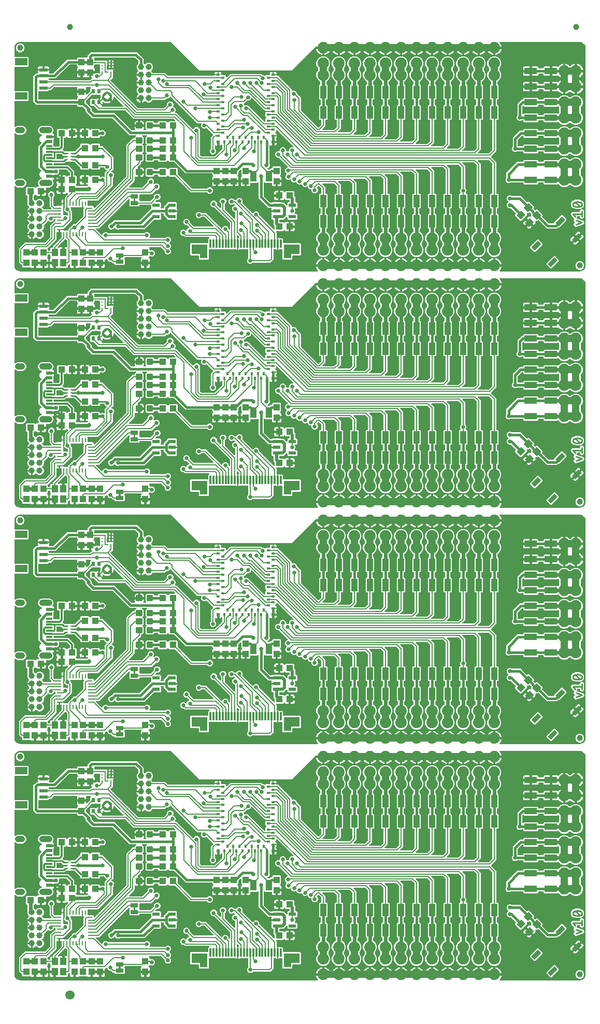
<source format=gtl>
G04 EAGLE Gerber RS-274X export*
G75*
%MOMM*%
%FSLAX34Y34*%
%LPD*%
%INTop Copper*%
%IPPOS*%
%AMOC8*
5,1,8,0,0,1.08239X$1,22.5*%
G01*
%ADD10C,0.279400*%
%ADD11R,1.000000X1.100000*%
%ADD12R,1.100000X1.000000*%
%ADD13C,0.300000*%
%ADD14R,0.610000X0.250000*%
%ADD15R,0.560000X0.250000*%
%ADD16R,0.522000X0.725000*%
%ADD17R,0.200000X0.500000*%
%ADD18R,0.500000X0.200000*%
%ADD19R,1.000000X0.300000*%
%ADD20R,1.000000X0.600000*%
%ADD21C,1.000000*%
%ADD22C,1.000000*%
%ADD23R,2.000000X1.200000*%
%ADD24R,1.350000X0.600000*%
%ADD25R,0.300000X1.400000*%
%ADD26R,1.250000X2.300000*%
%ADD27R,1.400000X1.600000*%
%ADD28R,0.762000X1.524000*%
%ADD29R,0.600000X0.400000*%
%ADD30R,0.600000X0.600000*%
%ADD31R,0.400000X0.600000*%
%ADD32R,0.275000X0.250000*%
%ADD33R,0.250000X0.275000*%
%ADD34R,1.200000X0.550000*%
%ADD35R,1.100000X1.200000*%
%ADD36R,1.000000X1.800000*%
%ADD37C,0.406400*%
%ADD38R,2.000000X1.000000*%
%ADD39C,1.879600*%
%ADD40R,1.000000X2.000000*%
%ADD41R,1.270000X0.660400*%
%ADD42R,0.284600X0.800000*%
%ADD43R,0.800000X0.284600*%
%ADD44C,1.500000*%
%ADD45C,0.203200*%
%ADD46C,0.254000*%
%ADD47C,0.635000*%
%ADD48C,1.219200*%
%ADD49C,0.508000*%
%ADD50C,0.609600*%
%ADD51C,0.304800*%

G36*
X498345Y1161344D02*
X498345Y1161344D01*
X498375Y1161341D01*
X498486Y1161363D01*
X498598Y1161379D01*
X498625Y1161391D01*
X498653Y1161397D01*
X498754Y1161449D01*
X498857Y1161496D01*
X498880Y1161515D01*
X498906Y1161528D01*
X498988Y1161606D01*
X499074Y1161679D01*
X499091Y1161704D01*
X499112Y1161724D01*
X499169Y1161821D01*
X499232Y1161916D01*
X499241Y1161944D01*
X499256Y1161969D01*
X499283Y1162079D01*
X499318Y1162187D01*
X499318Y1162216D01*
X499326Y1162245D01*
X499322Y1162358D01*
X499325Y1162471D01*
X499318Y1162500D01*
X499317Y1162529D01*
X499282Y1162637D01*
X499253Y1162746D01*
X499238Y1162771D01*
X499229Y1162799D01*
X499183Y1162863D01*
X499108Y1162991D01*
X499062Y1163033D01*
X499034Y1163073D01*
X498894Y1163213D01*
X497789Y1164734D01*
X496936Y1166408D01*
X496355Y1168195D01*
X496234Y1168960D01*
X506984Y1168960D01*
X507042Y1168968D01*
X507100Y1168966D01*
X507182Y1168988D01*
X507265Y1168999D01*
X507319Y1169023D01*
X507375Y1169038D01*
X507448Y1169081D01*
X507525Y1169116D01*
X507569Y1169153D01*
X507620Y1169183D01*
X507677Y1169245D01*
X507742Y1169299D01*
X507774Y1169348D01*
X507814Y1169391D01*
X507853Y1169466D01*
X507899Y1169536D01*
X507917Y1169592D01*
X507944Y1169644D01*
X507955Y1169712D01*
X507985Y1169807D01*
X507988Y1169907D01*
X507999Y1169975D01*
X507999Y1170992D01*
X508001Y1170992D01*
X508001Y1169975D01*
X508009Y1169917D01*
X508008Y1169858D01*
X508029Y1169777D01*
X508041Y1169693D01*
X508065Y1169640D01*
X508079Y1169583D01*
X508122Y1169511D01*
X508157Y1169434D01*
X508195Y1169389D01*
X508225Y1169339D01*
X508286Y1169281D01*
X508341Y1169217D01*
X508389Y1169185D01*
X508432Y1169144D01*
X508507Y1169106D01*
X508577Y1169059D01*
X508633Y1169042D01*
X508685Y1169015D01*
X508753Y1169004D01*
X508848Y1168974D01*
X508948Y1168971D01*
X509016Y1168960D01*
X532384Y1168960D01*
X532442Y1168968D01*
X532500Y1168966D01*
X532582Y1168988D01*
X532665Y1168999D01*
X532719Y1169023D01*
X532775Y1169038D01*
X532848Y1169081D01*
X532925Y1169116D01*
X532969Y1169153D01*
X533020Y1169183D01*
X533077Y1169245D01*
X533142Y1169299D01*
X533174Y1169348D01*
X533214Y1169391D01*
X533253Y1169466D01*
X533299Y1169536D01*
X533317Y1169592D01*
X533344Y1169644D01*
X533355Y1169712D01*
X533385Y1169807D01*
X533388Y1169907D01*
X533399Y1169975D01*
X533399Y1170992D01*
X533401Y1170992D01*
X533401Y1169975D01*
X533409Y1169917D01*
X533408Y1169858D01*
X533429Y1169777D01*
X533441Y1169693D01*
X533465Y1169640D01*
X533479Y1169583D01*
X533522Y1169511D01*
X533557Y1169434D01*
X533595Y1169389D01*
X533625Y1169339D01*
X533686Y1169281D01*
X533741Y1169217D01*
X533789Y1169185D01*
X533832Y1169144D01*
X533907Y1169106D01*
X533977Y1169059D01*
X534033Y1169042D01*
X534085Y1169015D01*
X534153Y1169004D01*
X534248Y1168974D01*
X534348Y1168971D01*
X534416Y1168960D01*
X557784Y1168960D01*
X557842Y1168968D01*
X557900Y1168966D01*
X557982Y1168988D01*
X558065Y1168999D01*
X558119Y1169023D01*
X558175Y1169038D01*
X558248Y1169081D01*
X558325Y1169116D01*
X558369Y1169153D01*
X558420Y1169183D01*
X558477Y1169245D01*
X558542Y1169299D01*
X558574Y1169348D01*
X558614Y1169391D01*
X558653Y1169466D01*
X558699Y1169536D01*
X558717Y1169592D01*
X558744Y1169644D01*
X558755Y1169712D01*
X558785Y1169807D01*
X558788Y1169907D01*
X558799Y1169975D01*
X558799Y1170992D01*
X558801Y1170992D01*
X558801Y1169975D01*
X558809Y1169917D01*
X558808Y1169858D01*
X558829Y1169777D01*
X558841Y1169693D01*
X558865Y1169640D01*
X558879Y1169583D01*
X558922Y1169511D01*
X558957Y1169434D01*
X558995Y1169389D01*
X559025Y1169339D01*
X559086Y1169281D01*
X559141Y1169217D01*
X559189Y1169185D01*
X559232Y1169144D01*
X559307Y1169106D01*
X559377Y1169059D01*
X559433Y1169042D01*
X559485Y1169015D01*
X559553Y1169004D01*
X559648Y1168974D01*
X559748Y1168971D01*
X559816Y1168960D01*
X583184Y1168960D01*
X583242Y1168968D01*
X583300Y1168966D01*
X583382Y1168988D01*
X583465Y1168999D01*
X583519Y1169023D01*
X583575Y1169038D01*
X583648Y1169081D01*
X583725Y1169116D01*
X583769Y1169153D01*
X583820Y1169183D01*
X583877Y1169245D01*
X583942Y1169299D01*
X583974Y1169348D01*
X584014Y1169391D01*
X584053Y1169466D01*
X584099Y1169536D01*
X584117Y1169592D01*
X584144Y1169644D01*
X584155Y1169712D01*
X584185Y1169807D01*
X584188Y1169907D01*
X584199Y1169975D01*
X584199Y1170992D01*
X584201Y1170992D01*
X584201Y1169975D01*
X584209Y1169917D01*
X584208Y1169858D01*
X584229Y1169777D01*
X584241Y1169693D01*
X584265Y1169640D01*
X584279Y1169583D01*
X584322Y1169511D01*
X584357Y1169434D01*
X584395Y1169389D01*
X584425Y1169339D01*
X584486Y1169281D01*
X584541Y1169217D01*
X584589Y1169185D01*
X584632Y1169144D01*
X584707Y1169106D01*
X584777Y1169059D01*
X584833Y1169042D01*
X584885Y1169015D01*
X584953Y1169004D01*
X585048Y1168974D01*
X585148Y1168971D01*
X585216Y1168960D01*
X608584Y1168960D01*
X608642Y1168968D01*
X608700Y1168966D01*
X608782Y1168988D01*
X608865Y1168999D01*
X608919Y1169023D01*
X608975Y1169038D01*
X609048Y1169081D01*
X609125Y1169116D01*
X609169Y1169153D01*
X609220Y1169183D01*
X609277Y1169245D01*
X609342Y1169299D01*
X609374Y1169348D01*
X609414Y1169391D01*
X609453Y1169466D01*
X609499Y1169536D01*
X609517Y1169592D01*
X609544Y1169644D01*
X609555Y1169712D01*
X609585Y1169807D01*
X609588Y1169907D01*
X609599Y1169975D01*
X609599Y1170992D01*
X609601Y1170992D01*
X609601Y1169975D01*
X609609Y1169917D01*
X609608Y1169858D01*
X609629Y1169777D01*
X609641Y1169693D01*
X609665Y1169640D01*
X609679Y1169583D01*
X609722Y1169511D01*
X609757Y1169434D01*
X609795Y1169389D01*
X609825Y1169339D01*
X609886Y1169281D01*
X609941Y1169217D01*
X609989Y1169185D01*
X610032Y1169144D01*
X610107Y1169106D01*
X610177Y1169059D01*
X610233Y1169042D01*
X610285Y1169015D01*
X610353Y1169004D01*
X610448Y1168974D01*
X610548Y1168971D01*
X610616Y1168960D01*
X633984Y1168960D01*
X634042Y1168968D01*
X634100Y1168966D01*
X634182Y1168988D01*
X634265Y1168999D01*
X634319Y1169023D01*
X634375Y1169038D01*
X634448Y1169081D01*
X634525Y1169116D01*
X634569Y1169153D01*
X634620Y1169183D01*
X634677Y1169245D01*
X634742Y1169299D01*
X634774Y1169348D01*
X634814Y1169391D01*
X634853Y1169466D01*
X634899Y1169536D01*
X634917Y1169592D01*
X634944Y1169644D01*
X634955Y1169712D01*
X634985Y1169807D01*
X634988Y1169907D01*
X634999Y1169975D01*
X634999Y1170992D01*
X635001Y1170992D01*
X635001Y1169975D01*
X635009Y1169917D01*
X635008Y1169858D01*
X635029Y1169777D01*
X635041Y1169693D01*
X635065Y1169640D01*
X635079Y1169583D01*
X635122Y1169511D01*
X635157Y1169434D01*
X635195Y1169389D01*
X635225Y1169339D01*
X635286Y1169281D01*
X635341Y1169217D01*
X635389Y1169185D01*
X635432Y1169144D01*
X635507Y1169106D01*
X635577Y1169059D01*
X635633Y1169042D01*
X635685Y1169015D01*
X635753Y1169004D01*
X635848Y1168974D01*
X635948Y1168971D01*
X636016Y1168960D01*
X659384Y1168960D01*
X659442Y1168968D01*
X659500Y1168966D01*
X659582Y1168988D01*
X659665Y1168999D01*
X659719Y1169023D01*
X659775Y1169038D01*
X659848Y1169081D01*
X659925Y1169116D01*
X659969Y1169153D01*
X660020Y1169183D01*
X660077Y1169245D01*
X660142Y1169299D01*
X660174Y1169348D01*
X660214Y1169391D01*
X660253Y1169466D01*
X660299Y1169536D01*
X660317Y1169592D01*
X660344Y1169644D01*
X660355Y1169712D01*
X660385Y1169807D01*
X660388Y1169907D01*
X660399Y1169975D01*
X660399Y1170992D01*
X660401Y1170992D01*
X660401Y1169975D01*
X660409Y1169917D01*
X660408Y1169858D01*
X660429Y1169777D01*
X660441Y1169693D01*
X660465Y1169640D01*
X660479Y1169583D01*
X660522Y1169511D01*
X660557Y1169434D01*
X660595Y1169389D01*
X660625Y1169339D01*
X660686Y1169281D01*
X660741Y1169217D01*
X660789Y1169185D01*
X660832Y1169144D01*
X660907Y1169106D01*
X660977Y1169059D01*
X661033Y1169042D01*
X661085Y1169015D01*
X661153Y1169004D01*
X661248Y1168974D01*
X661348Y1168971D01*
X661416Y1168960D01*
X684784Y1168960D01*
X684842Y1168968D01*
X684900Y1168966D01*
X684982Y1168988D01*
X685065Y1168999D01*
X685119Y1169023D01*
X685175Y1169038D01*
X685248Y1169081D01*
X685325Y1169116D01*
X685369Y1169153D01*
X685420Y1169183D01*
X685477Y1169245D01*
X685542Y1169299D01*
X685574Y1169348D01*
X685614Y1169391D01*
X685653Y1169466D01*
X685699Y1169536D01*
X685717Y1169592D01*
X685744Y1169644D01*
X685755Y1169712D01*
X685785Y1169807D01*
X685788Y1169907D01*
X685799Y1169975D01*
X685799Y1170992D01*
X685801Y1170992D01*
X685801Y1169975D01*
X685809Y1169917D01*
X685808Y1169858D01*
X685829Y1169777D01*
X685841Y1169693D01*
X685865Y1169640D01*
X685879Y1169583D01*
X685922Y1169511D01*
X685957Y1169434D01*
X685995Y1169389D01*
X686025Y1169339D01*
X686086Y1169281D01*
X686141Y1169217D01*
X686189Y1169185D01*
X686232Y1169144D01*
X686307Y1169106D01*
X686377Y1169059D01*
X686433Y1169042D01*
X686485Y1169015D01*
X686553Y1169004D01*
X686648Y1168974D01*
X686748Y1168971D01*
X686816Y1168960D01*
X710184Y1168960D01*
X710242Y1168968D01*
X710300Y1168966D01*
X710382Y1168988D01*
X710465Y1168999D01*
X710519Y1169023D01*
X710575Y1169038D01*
X710648Y1169081D01*
X710725Y1169116D01*
X710769Y1169153D01*
X710820Y1169183D01*
X710877Y1169245D01*
X710942Y1169299D01*
X710974Y1169348D01*
X711014Y1169391D01*
X711053Y1169466D01*
X711099Y1169536D01*
X711117Y1169592D01*
X711144Y1169644D01*
X711155Y1169712D01*
X711185Y1169807D01*
X711188Y1169907D01*
X711199Y1169975D01*
X711199Y1170992D01*
X711201Y1170992D01*
X711201Y1169975D01*
X711209Y1169917D01*
X711208Y1169858D01*
X711229Y1169777D01*
X711241Y1169693D01*
X711265Y1169640D01*
X711279Y1169583D01*
X711322Y1169511D01*
X711357Y1169434D01*
X711395Y1169389D01*
X711425Y1169339D01*
X711486Y1169281D01*
X711541Y1169217D01*
X711589Y1169185D01*
X711632Y1169144D01*
X711707Y1169106D01*
X711777Y1169059D01*
X711833Y1169042D01*
X711885Y1169015D01*
X711953Y1169004D01*
X712048Y1168974D01*
X712148Y1168971D01*
X712216Y1168960D01*
X735584Y1168960D01*
X735642Y1168968D01*
X735700Y1168966D01*
X735782Y1168988D01*
X735865Y1168999D01*
X735919Y1169023D01*
X735975Y1169038D01*
X736048Y1169081D01*
X736125Y1169116D01*
X736169Y1169153D01*
X736220Y1169183D01*
X736277Y1169245D01*
X736342Y1169299D01*
X736374Y1169348D01*
X736414Y1169391D01*
X736453Y1169466D01*
X736499Y1169536D01*
X736517Y1169592D01*
X736544Y1169644D01*
X736555Y1169712D01*
X736585Y1169807D01*
X736588Y1169907D01*
X736599Y1169975D01*
X736599Y1170992D01*
X736601Y1170992D01*
X736601Y1169975D01*
X736609Y1169917D01*
X736608Y1169858D01*
X736629Y1169777D01*
X736641Y1169693D01*
X736665Y1169640D01*
X736679Y1169583D01*
X736722Y1169511D01*
X736757Y1169434D01*
X736795Y1169389D01*
X736825Y1169339D01*
X736886Y1169281D01*
X736941Y1169217D01*
X736989Y1169185D01*
X737032Y1169144D01*
X737107Y1169106D01*
X737177Y1169059D01*
X737233Y1169042D01*
X737285Y1169015D01*
X737353Y1169004D01*
X737448Y1168974D01*
X737548Y1168971D01*
X737616Y1168960D01*
X760984Y1168960D01*
X761042Y1168968D01*
X761100Y1168966D01*
X761182Y1168988D01*
X761265Y1168999D01*
X761319Y1169023D01*
X761375Y1169038D01*
X761448Y1169081D01*
X761525Y1169116D01*
X761569Y1169153D01*
X761620Y1169183D01*
X761677Y1169245D01*
X761742Y1169299D01*
X761774Y1169348D01*
X761814Y1169391D01*
X761853Y1169466D01*
X761899Y1169536D01*
X761917Y1169592D01*
X761944Y1169644D01*
X761955Y1169712D01*
X761985Y1169807D01*
X761988Y1169907D01*
X761999Y1169975D01*
X761999Y1170992D01*
X762001Y1170992D01*
X762001Y1169975D01*
X762009Y1169917D01*
X762008Y1169858D01*
X762029Y1169777D01*
X762041Y1169693D01*
X762065Y1169640D01*
X762079Y1169583D01*
X762122Y1169511D01*
X762157Y1169434D01*
X762195Y1169389D01*
X762225Y1169339D01*
X762286Y1169281D01*
X762341Y1169217D01*
X762389Y1169185D01*
X762432Y1169144D01*
X762507Y1169106D01*
X762577Y1169059D01*
X762633Y1169042D01*
X762685Y1169015D01*
X762753Y1169004D01*
X762848Y1168974D01*
X762948Y1168971D01*
X763016Y1168960D01*
X786384Y1168960D01*
X786442Y1168968D01*
X786500Y1168966D01*
X786582Y1168988D01*
X786665Y1168999D01*
X786719Y1169023D01*
X786775Y1169038D01*
X786848Y1169081D01*
X786925Y1169116D01*
X786969Y1169153D01*
X787020Y1169183D01*
X787077Y1169245D01*
X787142Y1169299D01*
X787174Y1169348D01*
X787214Y1169391D01*
X787253Y1169466D01*
X787299Y1169536D01*
X787317Y1169592D01*
X787344Y1169644D01*
X787355Y1169712D01*
X787385Y1169807D01*
X787388Y1169907D01*
X787399Y1169975D01*
X787399Y1170992D01*
X787401Y1170992D01*
X787401Y1169975D01*
X787409Y1169917D01*
X787408Y1169858D01*
X787429Y1169777D01*
X787441Y1169693D01*
X787465Y1169640D01*
X787479Y1169583D01*
X787522Y1169511D01*
X787557Y1169434D01*
X787595Y1169389D01*
X787625Y1169339D01*
X787686Y1169281D01*
X787741Y1169217D01*
X787789Y1169185D01*
X787832Y1169144D01*
X787907Y1169106D01*
X787977Y1169059D01*
X788033Y1169042D01*
X788085Y1169015D01*
X788153Y1169004D01*
X788248Y1168974D01*
X788348Y1168971D01*
X788416Y1168960D01*
X799166Y1168960D01*
X799045Y1168195D01*
X798464Y1166408D01*
X797611Y1164734D01*
X796506Y1163213D01*
X796366Y1163073D01*
X796348Y1163049D01*
X796326Y1163030D01*
X796263Y1162936D01*
X796195Y1162846D01*
X796184Y1162818D01*
X796168Y1162794D01*
X796134Y1162686D01*
X796094Y1162580D01*
X796091Y1162551D01*
X796082Y1162523D01*
X796079Y1162409D01*
X796070Y1162297D01*
X796076Y1162268D01*
X796075Y1162238D01*
X796104Y1162129D01*
X796126Y1162018D01*
X796139Y1161992D01*
X796147Y1161963D01*
X796205Y1161866D01*
X796257Y1161766D01*
X796277Y1161744D01*
X796292Y1161719D01*
X796375Y1161642D01*
X796453Y1161559D01*
X796478Y1161545D01*
X796499Y1161524D01*
X796600Y1161473D01*
X796698Y1161416D01*
X796726Y1161408D01*
X796753Y1161395D01*
X796830Y1161382D01*
X796973Y1161346D01*
X797036Y1161348D01*
X797084Y1161340D01*
X927100Y1161340D01*
X927156Y1161347D01*
X927200Y1161344D01*
X928884Y1161510D01*
X929161Y1161578D01*
X929167Y1161581D01*
X929173Y1161583D01*
X932286Y1162872D01*
X932313Y1162888D01*
X932342Y1162897D01*
X932406Y1162943D01*
X932531Y1163017D01*
X932576Y1163064D01*
X932616Y1163092D01*
X934998Y1165475D01*
X935017Y1165500D01*
X935041Y1165520D01*
X935082Y1165587D01*
X935169Y1165702D01*
X935192Y1165762D01*
X935219Y1165804D01*
X936508Y1168917D01*
X936579Y1169193D01*
X936579Y1169200D01*
X936580Y1169207D01*
X936746Y1170891D01*
X936744Y1170948D01*
X936751Y1170991D01*
X936751Y1526591D01*
X936743Y1526646D01*
X936746Y1526690D01*
X936580Y1528375D01*
X936513Y1528651D01*
X936509Y1528658D01*
X936508Y1528664D01*
X935219Y1531777D01*
X935203Y1531804D01*
X935193Y1531833D01*
X935148Y1531897D01*
X935074Y1532022D01*
X935027Y1532066D01*
X934998Y1532107D01*
X932616Y1534489D01*
X932591Y1534508D01*
X932571Y1534531D01*
X932504Y1534573D01*
X932389Y1534660D01*
X932329Y1534683D01*
X932286Y1534709D01*
X929173Y1535999D01*
X928898Y1536070D01*
X928891Y1536070D01*
X928884Y1536071D01*
X927200Y1536237D01*
X927143Y1536235D01*
X927100Y1536242D01*
X797084Y1536242D01*
X797055Y1536238D01*
X797025Y1536240D01*
X796914Y1536218D01*
X796802Y1536202D01*
X796775Y1536190D01*
X796747Y1536184D01*
X796646Y1536132D01*
X796543Y1536086D01*
X796520Y1536067D01*
X796494Y1536053D01*
X796412Y1535976D01*
X796326Y1535902D01*
X796309Y1535878D01*
X796288Y1535858D01*
X796231Y1535760D01*
X796168Y1535666D01*
X796159Y1535638D01*
X796144Y1535612D01*
X796117Y1535503D01*
X796082Y1535395D01*
X796082Y1535365D01*
X796074Y1535337D01*
X796078Y1535224D01*
X796075Y1535110D01*
X796082Y1535082D01*
X796083Y1535053D01*
X796118Y1534945D01*
X796147Y1534835D01*
X796162Y1534810D01*
X796171Y1534782D01*
X796217Y1534718D01*
X796292Y1534591D01*
X796338Y1534548D01*
X796366Y1534509D01*
X796506Y1534368D01*
X797611Y1532848D01*
X798464Y1531174D01*
X799045Y1529386D01*
X799166Y1528622D01*
X788416Y1528622D01*
X788358Y1528614D01*
X788300Y1528615D01*
X788218Y1528594D01*
X788135Y1528582D01*
X788081Y1528558D01*
X788025Y1528544D01*
X787952Y1528500D01*
X787875Y1528466D01*
X787831Y1528428D01*
X787780Y1528398D01*
X787723Y1528337D01*
X787658Y1528282D01*
X787626Y1528234D01*
X787586Y1528191D01*
X787547Y1528116D01*
X787501Y1528046D01*
X787483Y1527990D01*
X787456Y1527938D01*
X787445Y1527870D01*
X787415Y1527775D01*
X787412Y1527675D01*
X787401Y1527607D01*
X787401Y1526590D01*
X787399Y1526590D01*
X787399Y1527607D01*
X787391Y1527665D01*
X787392Y1527723D01*
X787371Y1527805D01*
X787359Y1527888D01*
X787335Y1527942D01*
X787321Y1527998D01*
X787278Y1528071D01*
X787243Y1528148D01*
X787205Y1528192D01*
X787175Y1528243D01*
X787114Y1528300D01*
X787059Y1528365D01*
X787011Y1528397D01*
X786968Y1528437D01*
X786893Y1528476D01*
X786823Y1528522D01*
X786767Y1528540D01*
X786715Y1528567D01*
X786647Y1528578D01*
X786552Y1528608D01*
X786452Y1528611D01*
X786384Y1528622D01*
X763016Y1528622D01*
X762958Y1528614D01*
X762900Y1528615D01*
X762818Y1528594D01*
X762735Y1528582D01*
X762681Y1528558D01*
X762625Y1528544D01*
X762552Y1528500D01*
X762475Y1528466D01*
X762431Y1528428D01*
X762380Y1528398D01*
X762323Y1528337D01*
X762258Y1528282D01*
X762226Y1528234D01*
X762186Y1528191D01*
X762147Y1528116D01*
X762101Y1528046D01*
X762083Y1527990D01*
X762056Y1527938D01*
X762045Y1527870D01*
X762015Y1527775D01*
X762012Y1527675D01*
X762001Y1527607D01*
X762001Y1526590D01*
X761999Y1526590D01*
X761999Y1527607D01*
X761991Y1527665D01*
X761992Y1527723D01*
X761971Y1527805D01*
X761959Y1527888D01*
X761935Y1527942D01*
X761921Y1527998D01*
X761878Y1528071D01*
X761843Y1528148D01*
X761805Y1528192D01*
X761775Y1528243D01*
X761714Y1528300D01*
X761659Y1528365D01*
X761611Y1528397D01*
X761568Y1528437D01*
X761493Y1528476D01*
X761423Y1528522D01*
X761367Y1528540D01*
X761315Y1528567D01*
X761247Y1528578D01*
X761152Y1528608D01*
X761052Y1528611D01*
X760984Y1528622D01*
X737616Y1528622D01*
X737558Y1528614D01*
X737500Y1528615D01*
X737418Y1528594D01*
X737335Y1528582D01*
X737281Y1528558D01*
X737225Y1528544D01*
X737152Y1528500D01*
X737075Y1528466D01*
X737031Y1528428D01*
X736980Y1528398D01*
X736923Y1528337D01*
X736858Y1528282D01*
X736826Y1528234D01*
X736786Y1528191D01*
X736747Y1528116D01*
X736701Y1528046D01*
X736683Y1527990D01*
X736656Y1527938D01*
X736645Y1527870D01*
X736615Y1527775D01*
X736612Y1527675D01*
X736601Y1527607D01*
X736601Y1526590D01*
X736599Y1526590D01*
X736599Y1527607D01*
X736591Y1527665D01*
X736592Y1527723D01*
X736571Y1527805D01*
X736559Y1527888D01*
X736535Y1527942D01*
X736521Y1527998D01*
X736478Y1528071D01*
X736443Y1528148D01*
X736405Y1528192D01*
X736375Y1528243D01*
X736314Y1528300D01*
X736259Y1528365D01*
X736211Y1528397D01*
X736168Y1528437D01*
X736093Y1528476D01*
X736023Y1528522D01*
X735967Y1528540D01*
X735915Y1528567D01*
X735847Y1528578D01*
X735752Y1528608D01*
X735652Y1528611D01*
X735584Y1528622D01*
X712216Y1528622D01*
X712158Y1528614D01*
X712100Y1528615D01*
X712018Y1528594D01*
X711935Y1528582D01*
X711881Y1528558D01*
X711825Y1528544D01*
X711752Y1528500D01*
X711675Y1528466D01*
X711631Y1528428D01*
X711580Y1528398D01*
X711523Y1528337D01*
X711458Y1528282D01*
X711426Y1528234D01*
X711386Y1528191D01*
X711347Y1528116D01*
X711301Y1528046D01*
X711283Y1527990D01*
X711256Y1527938D01*
X711245Y1527870D01*
X711215Y1527775D01*
X711212Y1527675D01*
X711201Y1527607D01*
X711201Y1526590D01*
X711199Y1526590D01*
X711199Y1527607D01*
X711191Y1527665D01*
X711192Y1527723D01*
X711171Y1527805D01*
X711159Y1527888D01*
X711135Y1527942D01*
X711121Y1527998D01*
X711078Y1528071D01*
X711043Y1528148D01*
X711005Y1528192D01*
X710975Y1528243D01*
X710914Y1528300D01*
X710859Y1528365D01*
X710811Y1528397D01*
X710768Y1528437D01*
X710693Y1528476D01*
X710623Y1528522D01*
X710567Y1528540D01*
X710515Y1528567D01*
X710447Y1528578D01*
X710352Y1528608D01*
X710252Y1528611D01*
X710184Y1528622D01*
X686816Y1528622D01*
X686758Y1528614D01*
X686700Y1528615D01*
X686618Y1528594D01*
X686535Y1528582D01*
X686481Y1528558D01*
X686425Y1528544D01*
X686352Y1528500D01*
X686275Y1528466D01*
X686231Y1528428D01*
X686180Y1528398D01*
X686123Y1528337D01*
X686058Y1528282D01*
X686026Y1528234D01*
X685986Y1528191D01*
X685947Y1528116D01*
X685901Y1528046D01*
X685883Y1527990D01*
X685856Y1527938D01*
X685845Y1527870D01*
X685815Y1527775D01*
X685812Y1527675D01*
X685801Y1527607D01*
X685801Y1526590D01*
X685799Y1526590D01*
X685799Y1527607D01*
X685791Y1527665D01*
X685792Y1527723D01*
X685771Y1527805D01*
X685759Y1527888D01*
X685735Y1527942D01*
X685721Y1527998D01*
X685678Y1528071D01*
X685643Y1528148D01*
X685605Y1528192D01*
X685575Y1528243D01*
X685514Y1528300D01*
X685459Y1528365D01*
X685411Y1528397D01*
X685368Y1528437D01*
X685293Y1528476D01*
X685223Y1528522D01*
X685167Y1528540D01*
X685115Y1528567D01*
X685047Y1528578D01*
X684952Y1528608D01*
X684852Y1528611D01*
X684784Y1528622D01*
X661416Y1528622D01*
X661358Y1528614D01*
X661300Y1528615D01*
X661218Y1528594D01*
X661135Y1528582D01*
X661081Y1528558D01*
X661025Y1528544D01*
X660952Y1528500D01*
X660875Y1528466D01*
X660831Y1528428D01*
X660780Y1528398D01*
X660723Y1528337D01*
X660658Y1528282D01*
X660626Y1528234D01*
X660586Y1528191D01*
X660547Y1528116D01*
X660501Y1528046D01*
X660483Y1527990D01*
X660456Y1527938D01*
X660445Y1527870D01*
X660415Y1527775D01*
X660412Y1527675D01*
X660401Y1527607D01*
X660401Y1526590D01*
X660399Y1526590D01*
X660399Y1527607D01*
X660391Y1527665D01*
X660392Y1527723D01*
X660371Y1527805D01*
X660359Y1527888D01*
X660335Y1527942D01*
X660321Y1527998D01*
X660278Y1528071D01*
X660243Y1528148D01*
X660205Y1528192D01*
X660175Y1528243D01*
X660114Y1528300D01*
X660059Y1528365D01*
X660011Y1528397D01*
X659968Y1528437D01*
X659893Y1528476D01*
X659823Y1528522D01*
X659767Y1528540D01*
X659715Y1528567D01*
X659647Y1528578D01*
X659552Y1528608D01*
X659452Y1528611D01*
X659384Y1528622D01*
X636016Y1528622D01*
X635958Y1528614D01*
X635900Y1528615D01*
X635818Y1528594D01*
X635735Y1528582D01*
X635681Y1528558D01*
X635625Y1528544D01*
X635552Y1528500D01*
X635475Y1528466D01*
X635431Y1528428D01*
X635380Y1528398D01*
X635323Y1528337D01*
X635258Y1528282D01*
X635226Y1528234D01*
X635186Y1528191D01*
X635147Y1528116D01*
X635101Y1528046D01*
X635083Y1527990D01*
X635056Y1527938D01*
X635045Y1527870D01*
X635015Y1527775D01*
X635012Y1527675D01*
X635001Y1527607D01*
X635001Y1526590D01*
X634999Y1526590D01*
X634999Y1527607D01*
X634991Y1527665D01*
X634992Y1527723D01*
X634971Y1527805D01*
X634959Y1527888D01*
X634935Y1527942D01*
X634921Y1527998D01*
X634878Y1528071D01*
X634843Y1528148D01*
X634805Y1528192D01*
X634775Y1528243D01*
X634714Y1528300D01*
X634659Y1528365D01*
X634611Y1528397D01*
X634568Y1528437D01*
X634493Y1528476D01*
X634423Y1528522D01*
X634367Y1528540D01*
X634315Y1528567D01*
X634247Y1528578D01*
X634152Y1528608D01*
X634052Y1528611D01*
X633984Y1528622D01*
X610616Y1528622D01*
X610558Y1528614D01*
X610500Y1528615D01*
X610418Y1528594D01*
X610335Y1528582D01*
X610281Y1528558D01*
X610225Y1528544D01*
X610152Y1528500D01*
X610075Y1528466D01*
X610031Y1528428D01*
X609980Y1528398D01*
X609923Y1528337D01*
X609858Y1528282D01*
X609826Y1528234D01*
X609786Y1528191D01*
X609747Y1528116D01*
X609701Y1528046D01*
X609683Y1527990D01*
X609656Y1527938D01*
X609645Y1527870D01*
X609615Y1527775D01*
X609612Y1527675D01*
X609601Y1527607D01*
X609601Y1526590D01*
X609599Y1526590D01*
X609599Y1527607D01*
X609591Y1527665D01*
X609592Y1527723D01*
X609571Y1527805D01*
X609559Y1527888D01*
X609535Y1527942D01*
X609521Y1527998D01*
X609478Y1528071D01*
X609443Y1528148D01*
X609405Y1528192D01*
X609375Y1528243D01*
X609314Y1528300D01*
X609259Y1528365D01*
X609211Y1528397D01*
X609168Y1528437D01*
X609093Y1528476D01*
X609023Y1528522D01*
X608967Y1528540D01*
X608915Y1528567D01*
X608847Y1528578D01*
X608752Y1528608D01*
X608652Y1528611D01*
X608584Y1528622D01*
X585216Y1528622D01*
X585158Y1528614D01*
X585100Y1528615D01*
X585018Y1528594D01*
X584935Y1528582D01*
X584881Y1528558D01*
X584825Y1528544D01*
X584752Y1528500D01*
X584675Y1528466D01*
X584631Y1528428D01*
X584580Y1528398D01*
X584523Y1528337D01*
X584458Y1528282D01*
X584426Y1528234D01*
X584386Y1528191D01*
X584347Y1528116D01*
X584301Y1528046D01*
X584283Y1527990D01*
X584256Y1527938D01*
X584245Y1527870D01*
X584215Y1527775D01*
X584212Y1527675D01*
X584201Y1527607D01*
X584201Y1526590D01*
X584199Y1526590D01*
X584199Y1527607D01*
X584191Y1527665D01*
X584192Y1527723D01*
X584171Y1527805D01*
X584159Y1527888D01*
X584135Y1527942D01*
X584121Y1527998D01*
X584078Y1528071D01*
X584043Y1528148D01*
X584005Y1528192D01*
X583975Y1528243D01*
X583914Y1528300D01*
X583859Y1528365D01*
X583811Y1528397D01*
X583768Y1528437D01*
X583693Y1528476D01*
X583623Y1528522D01*
X583567Y1528540D01*
X583515Y1528567D01*
X583447Y1528578D01*
X583352Y1528608D01*
X583252Y1528611D01*
X583184Y1528622D01*
X559816Y1528622D01*
X559758Y1528614D01*
X559700Y1528615D01*
X559618Y1528594D01*
X559535Y1528582D01*
X559481Y1528558D01*
X559425Y1528544D01*
X559352Y1528500D01*
X559275Y1528466D01*
X559231Y1528428D01*
X559180Y1528398D01*
X559123Y1528337D01*
X559058Y1528282D01*
X559026Y1528234D01*
X558986Y1528191D01*
X558947Y1528116D01*
X558901Y1528046D01*
X558883Y1527990D01*
X558856Y1527938D01*
X558845Y1527870D01*
X558815Y1527775D01*
X558812Y1527675D01*
X558801Y1527607D01*
X558801Y1526590D01*
X558799Y1526590D01*
X558799Y1527607D01*
X558791Y1527665D01*
X558792Y1527723D01*
X558771Y1527805D01*
X558759Y1527888D01*
X558735Y1527942D01*
X558721Y1527998D01*
X558678Y1528071D01*
X558643Y1528148D01*
X558605Y1528192D01*
X558575Y1528243D01*
X558514Y1528300D01*
X558459Y1528365D01*
X558411Y1528397D01*
X558368Y1528437D01*
X558293Y1528476D01*
X558223Y1528522D01*
X558167Y1528540D01*
X558115Y1528567D01*
X558047Y1528578D01*
X557952Y1528608D01*
X557852Y1528611D01*
X557784Y1528622D01*
X534416Y1528622D01*
X534358Y1528614D01*
X534300Y1528615D01*
X534218Y1528594D01*
X534135Y1528582D01*
X534081Y1528558D01*
X534025Y1528544D01*
X533952Y1528500D01*
X533875Y1528466D01*
X533831Y1528428D01*
X533780Y1528398D01*
X533723Y1528337D01*
X533658Y1528282D01*
X533626Y1528234D01*
X533586Y1528191D01*
X533547Y1528116D01*
X533501Y1528046D01*
X533483Y1527990D01*
X533456Y1527938D01*
X533445Y1527870D01*
X533415Y1527775D01*
X533412Y1527675D01*
X533401Y1527607D01*
X533401Y1526590D01*
X533399Y1526590D01*
X533399Y1527607D01*
X533391Y1527665D01*
X533392Y1527723D01*
X533371Y1527805D01*
X533359Y1527888D01*
X533335Y1527942D01*
X533321Y1527998D01*
X533278Y1528071D01*
X533243Y1528148D01*
X533205Y1528192D01*
X533175Y1528243D01*
X533114Y1528300D01*
X533059Y1528365D01*
X533011Y1528397D01*
X532968Y1528437D01*
X532893Y1528476D01*
X532823Y1528522D01*
X532767Y1528540D01*
X532715Y1528567D01*
X532647Y1528578D01*
X532552Y1528608D01*
X532452Y1528611D01*
X532384Y1528622D01*
X509016Y1528622D01*
X508958Y1528614D01*
X508900Y1528615D01*
X508818Y1528594D01*
X508735Y1528582D01*
X508681Y1528558D01*
X508625Y1528544D01*
X508552Y1528500D01*
X508475Y1528466D01*
X508431Y1528428D01*
X508380Y1528398D01*
X508323Y1528337D01*
X508258Y1528282D01*
X508226Y1528234D01*
X508186Y1528191D01*
X508147Y1528116D01*
X508101Y1528046D01*
X508083Y1527990D01*
X508056Y1527938D01*
X508045Y1527870D01*
X508015Y1527775D01*
X508012Y1527675D01*
X508001Y1527607D01*
X508001Y1526590D01*
X507999Y1526590D01*
X507999Y1527607D01*
X507991Y1527665D01*
X507992Y1527723D01*
X507971Y1527805D01*
X507959Y1527888D01*
X507935Y1527942D01*
X507921Y1527998D01*
X507878Y1528071D01*
X507843Y1528148D01*
X507805Y1528192D01*
X507775Y1528243D01*
X507714Y1528300D01*
X507659Y1528365D01*
X507611Y1528397D01*
X507568Y1528437D01*
X507493Y1528476D01*
X507423Y1528522D01*
X507367Y1528540D01*
X507315Y1528567D01*
X507247Y1528578D01*
X507152Y1528608D01*
X507052Y1528611D01*
X506984Y1528622D01*
X496316Y1528622D01*
X496229Y1528610D01*
X496142Y1528607D01*
X496089Y1528590D01*
X496034Y1528582D01*
X495955Y1528546D01*
X495871Y1528520D01*
X495832Y1528492D01*
X495775Y1528466D01*
X495662Y1528370D01*
X495598Y1528325D01*
X456780Y1489506D01*
X305221Y1489506D01*
X258782Y1535945D01*
X258712Y1535997D01*
X258648Y1536057D01*
X258599Y1536082D01*
X258555Y1536116D01*
X258473Y1536147D01*
X258395Y1536187D01*
X258347Y1536195D01*
X258289Y1536217D01*
X258141Y1536229D01*
X258064Y1536242D01*
X12700Y1536242D01*
X12644Y1536234D01*
X12600Y1536237D01*
X10916Y1536071D01*
X10639Y1536004D01*
X10633Y1536000D01*
X10627Y1535999D01*
X7514Y1534709D01*
X7487Y1534694D01*
X7458Y1534684D01*
X7394Y1534639D01*
X7269Y1534565D01*
X7224Y1534518D01*
X7184Y1534489D01*
X4802Y1532107D01*
X4783Y1532082D01*
X4759Y1532062D01*
X4718Y1531995D01*
X4631Y1531879D01*
X4608Y1531819D01*
X4581Y1531777D01*
X3292Y1528664D01*
X3221Y1528389D01*
X3221Y1528381D01*
X3220Y1528375D01*
X3054Y1526690D01*
X3056Y1526634D01*
X3049Y1526591D01*
X3049Y1512839D01*
X3057Y1512781D01*
X3055Y1512722D01*
X3077Y1512641D01*
X3089Y1512557D01*
X3112Y1512504D01*
X3127Y1512447D01*
X3170Y1512375D01*
X3205Y1512298D01*
X3243Y1512253D01*
X3272Y1512203D01*
X3334Y1512145D01*
X3388Y1512081D01*
X3437Y1512048D01*
X3480Y1512008D01*
X3555Y1511970D01*
X3625Y1511923D01*
X3681Y1511906D01*
X3733Y1511879D01*
X3801Y1511868D01*
X3896Y1511838D01*
X3996Y1511835D01*
X4064Y1511824D01*
X24892Y1511824D01*
X26083Y1510633D01*
X26083Y1496949D01*
X24892Y1495758D01*
X4064Y1495758D01*
X4006Y1495750D01*
X3948Y1495751D01*
X3866Y1495730D01*
X3782Y1495718D01*
X3729Y1495694D01*
X3673Y1495680D01*
X3600Y1495637D01*
X3523Y1495602D01*
X3478Y1495564D01*
X3428Y1495534D01*
X3370Y1495473D01*
X3306Y1495418D01*
X3274Y1495370D01*
X3234Y1495327D01*
X3195Y1495252D01*
X3148Y1495182D01*
X3131Y1495126D01*
X3104Y1495074D01*
X3093Y1495006D01*
X3063Y1494911D01*
X3060Y1494811D01*
X3049Y1494743D01*
X3049Y1456839D01*
X3057Y1456781D01*
X3055Y1456722D01*
X3077Y1456641D01*
X3089Y1456557D01*
X3112Y1456504D01*
X3127Y1456447D01*
X3170Y1456375D01*
X3205Y1456298D01*
X3243Y1456253D01*
X3272Y1456203D01*
X3334Y1456145D01*
X3388Y1456081D01*
X3437Y1456048D01*
X3480Y1456008D01*
X3555Y1455970D01*
X3625Y1455923D01*
X3681Y1455906D01*
X3733Y1455879D01*
X3801Y1455868D01*
X3896Y1455838D01*
X3996Y1455835D01*
X4064Y1455824D01*
X24892Y1455824D01*
X26083Y1454633D01*
X26083Y1440949D01*
X24892Y1439758D01*
X4064Y1439758D01*
X4006Y1439750D01*
X3948Y1439751D01*
X3866Y1439730D01*
X3782Y1439718D01*
X3729Y1439694D01*
X3673Y1439680D01*
X3600Y1439637D01*
X3523Y1439602D01*
X3478Y1439564D01*
X3428Y1439534D01*
X3370Y1439473D01*
X3306Y1439418D01*
X3274Y1439370D01*
X3234Y1439327D01*
X3195Y1439252D01*
X3148Y1439182D01*
X3131Y1439126D01*
X3104Y1439074D01*
X3093Y1439006D01*
X3063Y1438911D01*
X3060Y1438811D01*
X3049Y1438743D01*
X3049Y1397886D01*
X3053Y1397857D01*
X3050Y1397828D01*
X3056Y1397800D01*
X3055Y1397776D01*
X3075Y1397702D01*
X3089Y1397605D01*
X3101Y1397578D01*
X3106Y1397549D01*
X3123Y1397517D01*
X3127Y1397501D01*
X3159Y1397449D01*
X3205Y1397345D01*
X3224Y1397323D01*
X3237Y1397297D01*
X3268Y1397265D01*
X3272Y1397257D01*
X3299Y1397232D01*
X3315Y1397215D01*
X3388Y1397128D01*
X3413Y1397112D01*
X3433Y1397091D01*
X3477Y1397065D01*
X3480Y1397062D01*
X3495Y1397055D01*
X3531Y1397034D01*
X3625Y1396971D01*
X3653Y1396962D01*
X3678Y1396947D01*
X3732Y1396934D01*
X3733Y1396933D01*
X3736Y1396933D01*
X3788Y1396919D01*
X3896Y1396885D01*
X3926Y1396884D01*
X3954Y1396877D01*
X4049Y1396880D01*
X4064Y1396878D01*
X4070Y1396878D01*
X4089Y1396880D01*
X4180Y1396878D01*
X4209Y1396885D01*
X4238Y1396886D01*
X4321Y1396913D01*
X4352Y1396917D01*
X4380Y1396930D01*
X4455Y1396950D01*
X4481Y1396965D01*
X4509Y1396974D01*
X4561Y1397011D01*
X4611Y1397034D01*
X4646Y1397063D01*
X4700Y1397095D01*
X4743Y1397140D01*
X4782Y1397168D01*
X5566Y1397953D01*
X8151Y1399024D01*
X16949Y1399024D01*
X19534Y1397953D01*
X21512Y1395975D01*
X22583Y1393390D01*
X22583Y1390592D01*
X21512Y1388007D01*
X19534Y1386029D01*
X16949Y1384958D01*
X8151Y1384958D01*
X5566Y1386029D01*
X4782Y1386813D01*
X4758Y1386831D01*
X4739Y1386853D01*
X4645Y1386916D01*
X4555Y1386984D01*
X4527Y1386994D01*
X4503Y1387011D01*
X4395Y1387045D01*
X4289Y1387085D01*
X4260Y1387088D01*
X4232Y1387097D01*
X4118Y1387099D01*
X4006Y1387109D01*
X3977Y1387103D01*
X3948Y1387104D01*
X3838Y1387075D01*
X3727Y1387053D01*
X3701Y1387039D01*
X3673Y1387032D01*
X3575Y1386974D01*
X3475Y1386922D01*
X3453Y1386902D01*
X3428Y1386887D01*
X3351Y1386804D01*
X3269Y1386726D01*
X3254Y1386701D01*
X3234Y1386679D01*
X3182Y1386578D01*
X3125Y1386481D01*
X3118Y1386452D01*
X3104Y1386426D01*
X3091Y1386349D01*
X3055Y1386205D01*
X3057Y1386143D01*
X3049Y1386095D01*
X3049Y1311486D01*
X3053Y1311457D01*
X3050Y1311428D01*
X3073Y1311317D01*
X3089Y1311205D01*
X3101Y1311178D01*
X3106Y1311149D01*
X3159Y1311049D01*
X3205Y1310945D01*
X3224Y1310923D01*
X3237Y1310897D01*
X3315Y1310815D01*
X3388Y1310728D01*
X3413Y1310712D01*
X3433Y1310691D01*
X3531Y1310634D01*
X3625Y1310571D01*
X3653Y1310562D01*
X3678Y1310547D01*
X3788Y1310519D01*
X3896Y1310485D01*
X3926Y1310484D01*
X3954Y1310477D01*
X4067Y1310481D01*
X4180Y1310478D01*
X4209Y1310485D01*
X4238Y1310486D01*
X4346Y1310521D01*
X4455Y1310550D01*
X4481Y1310565D01*
X4509Y1310574D01*
X4573Y1310619D01*
X4700Y1310695D01*
X4743Y1310740D01*
X4782Y1310768D01*
X5566Y1311553D01*
X8151Y1312624D01*
X16949Y1312624D01*
X19534Y1311553D01*
X21512Y1309575D01*
X22583Y1306990D01*
X22583Y1304192D01*
X21512Y1301607D01*
X19534Y1299629D01*
X16949Y1298558D01*
X8151Y1298558D01*
X5566Y1299629D01*
X4782Y1300413D01*
X4758Y1300431D01*
X4739Y1300453D01*
X4645Y1300516D01*
X4555Y1300584D01*
X4527Y1300594D01*
X4503Y1300611D01*
X4395Y1300645D01*
X4289Y1300685D01*
X4260Y1300688D01*
X4232Y1300697D01*
X4118Y1300699D01*
X4006Y1300709D01*
X3977Y1300703D01*
X3948Y1300704D01*
X3838Y1300675D01*
X3727Y1300653D01*
X3701Y1300639D01*
X3673Y1300632D01*
X3575Y1300574D01*
X3475Y1300522D01*
X3453Y1300502D01*
X3428Y1300487D01*
X3351Y1300404D01*
X3269Y1300326D01*
X3254Y1300301D01*
X3234Y1300279D01*
X3182Y1300178D01*
X3125Y1300081D01*
X3118Y1300052D01*
X3104Y1300026D01*
X3091Y1299949D01*
X3055Y1299805D01*
X3057Y1299743D01*
X3049Y1299695D01*
X3049Y1170991D01*
X3057Y1170935D01*
X3054Y1170891D01*
X3220Y1169207D01*
X3287Y1168930D01*
X3291Y1168924D01*
X3292Y1168917D01*
X4581Y1165804D01*
X4597Y1165778D01*
X4607Y1165748D01*
X4652Y1165684D01*
X4726Y1165560D01*
X4773Y1165515D01*
X4802Y1165475D01*
X7184Y1163092D01*
X7209Y1163074D01*
X7229Y1163050D01*
X7296Y1163008D01*
X7411Y1162921D01*
X7472Y1162899D01*
X7514Y1162872D01*
X10627Y1161583D01*
X10902Y1161512D01*
X10909Y1161512D01*
X10916Y1161510D01*
X12600Y1161344D01*
X12657Y1161347D01*
X12700Y1161340D01*
X498316Y1161340D01*
X498345Y1161344D01*
G37*
G36*
X498345Y389158D02*
X498345Y389158D01*
X498375Y389156D01*
X498486Y389178D01*
X498598Y389194D01*
X498625Y389206D01*
X498653Y389212D01*
X498754Y389264D01*
X498857Y389310D01*
X498880Y389329D01*
X498906Y389343D01*
X498988Y389421D01*
X499074Y389494D01*
X499091Y389518D01*
X499112Y389539D01*
X499169Y389636D01*
X499232Y389731D01*
X499241Y389759D01*
X499256Y389784D01*
X499283Y389893D01*
X499318Y390002D01*
X499318Y390031D01*
X499326Y390059D01*
X499322Y390173D01*
X499325Y390286D01*
X499318Y390314D01*
X499317Y390344D01*
X499282Y390452D01*
X499253Y390561D01*
X499238Y390586D01*
X499229Y390614D01*
X499183Y390678D01*
X499108Y390805D01*
X499062Y390848D01*
X499034Y390887D01*
X498894Y391028D01*
X497789Y392548D01*
X496936Y394222D01*
X496355Y396010D01*
X496234Y396774D01*
X506984Y396774D01*
X507042Y396782D01*
X507100Y396781D01*
X507182Y396802D01*
X507265Y396814D01*
X507319Y396838D01*
X507375Y396853D01*
X507448Y396896D01*
X507525Y396930D01*
X507569Y396968D01*
X507620Y396998D01*
X507677Y397059D01*
X507742Y397114D01*
X507774Y397163D01*
X507814Y397205D01*
X507853Y397280D01*
X507899Y397351D01*
X507917Y397406D01*
X507944Y397458D01*
X507955Y397526D01*
X507985Y397622D01*
X507988Y397721D01*
X507999Y397789D01*
X507999Y398806D01*
X508001Y398806D01*
X508001Y397789D01*
X508009Y397732D01*
X508008Y397673D01*
X508029Y397591D01*
X508041Y397508D01*
X508065Y397455D01*
X508079Y397398D01*
X508122Y397326D01*
X508157Y397249D01*
X508195Y397204D01*
X508225Y397154D01*
X508286Y397096D01*
X508341Y397032D01*
X508389Y396999D01*
X508432Y396959D01*
X508507Y396921D01*
X508577Y396874D01*
X508633Y396856D01*
X508685Y396830D01*
X508753Y396818D01*
X508848Y396788D01*
X508948Y396786D01*
X509016Y396774D01*
X532384Y396774D01*
X532442Y396782D01*
X532500Y396781D01*
X532582Y396802D01*
X532665Y396814D01*
X532719Y396838D01*
X532775Y396853D01*
X532848Y396896D01*
X532925Y396930D01*
X532969Y396968D01*
X533020Y396998D01*
X533077Y397059D01*
X533142Y397114D01*
X533174Y397163D01*
X533214Y397205D01*
X533253Y397280D01*
X533299Y397351D01*
X533317Y397406D01*
X533344Y397458D01*
X533355Y397526D01*
X533385Y397622D01*
X533388Y397721D01*
X533399Y397789D01*
X533399Y398806D01*
X533401Y398806D01*
X533401Y397789D01*
X533409Y397732D01*
X533408Y397673D01*
X533429Y397591D01*
X533441Y397508D01*
X533465Y397455D01*
X533479Y397398D01*
X533522Y397326D01*
X533557Y397249D01*
X533595Y397204D01*
X533625Y397154D01*
X533686Y397096D01*
X533741Y397032D01*
X533789Y396999D01*
X533832Y396959D01*
X533907Y396921D01*
X533977Y396874D01*
X534033Y396856D01*
X534085Y396830D01*
X534153Y396818D01*
X534248Y396788D01*
X534348Y396786D01*
X534416Y396774D01*
X557784Y396774D01*
X557842Y396782D01*
X557900Y396781D01*
X557982Y396802D01*
X558065Y396814D01*
X558119Y396838D01*
X558175Y396853D01*
X558248Y396896D01*
X558325Y396930D01*
X558369Y396968D01*
X558420Y396998D01*
X558477Y397059D01*
X558542Y397114D01*
X558574Y397163D01*
X558614Y397205D01*
X558653Y397280D01*
X558699Y397351D01*
X558717Y397406D01*
X558744Y397458D01*
X558755Y397526D01*
X558785Y397622D01*
X558788Y397721D01*
X558799Y397789D01*
X558799Y398806D01*
X558801Y398806D01*
X558801Y397789D01*
X558809Y397732D01*
X558808Y397673D01*
X558829Y397591D01*
X558841Y397508D01*
X558865Y397455D01*
X558879Y397398D01*
X558922Y397326D01*
X558957Y397249D01*
X558995Y397204D01*
X559025Y397154D01*
X559086Y397096D01*
X559141Y397032D01*
X559189Y396999D01*
X559232Y396959D01*
X559307Y396921D01*
X559377Y396874D01*
X559433Y396856D01*
X559485Y396830D01*
X559553Y396818D01*
X559648Y396788D01*
X559748Y396786D01*
X559816Y396774D01*
X583184Y396774D01*
X583242Y396782D01*
X583300Y396781D01*
X583382Y396802D01*
X583465Y396814D01*
X583519Y396838D01*
X583575Y396853D01*
X583648Y396896D01*
X583725Y396930D01*
X583769Y396968D01*
X583820Y396998D01*
X583877Y397059D01*
X583942Y397114D01*
X583974Y397163D01*
X584014Y397205D01*
X584053Y397280D01*
X584099Y397351D01*
X584117Y397406D01*
X584144Y397458D01*
X584155Y397526D01*
X584185Y397622D01*
X584188Y397721D01*
X584199Y397789D01*
X584199Y398806D01*
X584201Y398806D01*
X584201Y397789D01*
X584209Y397732D01*
X584208Y397673D01*
X584229Y397591D01*
X584241Y397508D01*
X584265Y397455D01*
X584279Y397398D01*
X584322Y397326D01*
X584357Y397249D01*
X584395Y397204D01*
X584425Y397154D01*
X584486Y397096D01*
X584541Y397032D01*
X584589Y396999D01*
X584632Y396959D01*
X584707Y396921D01*
X584777Y396874D01*
X584833Y396856D01*
X584885Y396830D01*
X584953Y396818D01*
X585048Y396788D01*
X585148Y396786D01*
X585216Y396774D01*
X608584Y396774D01*
X608642Y396782D01*
X608700Y396781D01*
X608782Y396802D01*
X608865Y396814D01*
X608919Y396838D01*
X608975Y396853D01*
X609048Y396896D01*
X609125Y396930D01*
X609169Y396968D01*
X609220Y396998D01*
X609277Y397059D01*
X609342Y397114D01*
X609374Y397163D01*
X609414Y397205D01*
X609453Y397280D01*
X609499Y397351D01*
X609517Y397406D01*
X609544Y397458D01*
X609555Y397526D01*
X609585Y397622D01*
X609588Y397721D01*
X609599Y397789D01*
X609599Y398806D01*
X609601Y398806D01*
X609601Y397789D01*
X609609Y397732D01*
X609608Y397673D01*
X609629Y397591D01*
X609641Y397508D01*
X609665Y397455D01*
X609679Y397398D01*
X609722Y397326D01*
X609757Y397249D01*
X609795Y397204D01*
X609825Y397154D01*
X609886Y397096D01*
X609941Y397032D01*
X609989Y396999D01*
X610032Y396959D01*
X610107Y396921D01*
X610177Y396874D01*
X610233Y396856D01*
X610285Y396830D01*
X610353Y396818D01*
X610448Y396788D01*
X610548Y396786D01*
X610616Y396774D01*
X633984Y396774D01*
X634042Y396782D01*
X634100Y396781D01*
X634182Y396802D01*
X634265Y396814D01*
X634319Y396838D01*
X634375Y396853D01*
X634448Y396896D01*
X634525Y396930D01*
X634569Y396968D01*
X634620Y396998D01*
X634677Y397059D01*
X634742Y397114D01*
X634774Y397163D01*
X634814Y397205D01*
X634853Y397280D01*
X634899Y397351D01*
X634917Y397406D01*
X634944Y397458D01*
X634955Y397526D01*
X634985Y397622D01*
X634988Y397721D01*
X634999Y397789D01*
X634999Y398806D01*
X635001Y398806D01*
X635001Y397789D01*
X635009Y397732D01*
X635008Y397673D01*
X635029Y397591D01*
X635041Y397508D01*
X635065Y397455D01*
X635079Y397398D01*
X635122Y397326D01*
X635157Y397249D01*
X635195Y397204D01*
X635225Y397154D01*
X635286Y397096D01*
X635341Y397032D01*
X635389Y396999D01*
X635432Y396959D01*
X635507Y396921D01*
X635577Y396874D01*
X635633Y396856D01*
X635685Y396830D01*
X635753Y396818D01*
X635848Y396788D01*
X635948Y396786D01*
X636016Y396774D01*
X659384Y396774D01*
X659442Y396782D01*
X659500Y396781D01*
X659582Y396802D01*
X659665Y396814D01*
X659719Y396838D01*
X659775Y396853D01*
X659848Y396896D01*
X659925Y396930D01*
X659969Y396968D01*
X660020Y396998D01*
X660077Y397059D01*
X660142Y397114D01*
X660174Y397163D01*
X660214Y397205D01*
X660253Y397280D01*
X660299Y397351D01*
X660317Y397406D01*
X660344Y397458D01*
X660355Y397526D01*
X660385Y397622D01*
X660388Y397721D01*
X660399Y397789D01*
X660399Y398806D01*
X660401Y398806D01*
X660401Y397789D01*
X660409Y397732D01*
X660408Y397673D01*
X660429Y397591D01*
X660441Y397508D01*
X660465Y397455D01*
X660479Y397398D01*
X660522Y397326D01*
X660557Y397249D01*
X660595Y397204D01*
X660625Y397154D01*
X660686Y397096D01*
X660741Y397032D01*
X660789Y396999D01*
X660832Y396959D01*
X660907Y396921D01*
X660977Y396874D01*
X661033Y396856D01*
X661085Y396830D01*
X661153Y396818D01*
X661248Y396788D01*
X661348Y396786D01*
X661416Y396774D01*
X684784Y396774D01*
X684842Y396782D01*
X684900Y396781D01*
X684982Y396802D01*
X685065Y396814D01*
X685119Y396838D01*
X685175Y396853D01*
X685248Y396896D01*
X685325Y396930D01*
X685369Y396968D01*
X685420Y396998D01*
X685477Y397059D01*
X685542Y397114D01*
X685574Y397163D01*
X685614Y397205D01*
X685653Y397280D01*
X685699Y397351D01*
X685717Y397406D01*
X685744Y397458D01*
X685755Y397526D01*
X685785Y397622D01*
X685788Y397721D01*
X685799Y397789D01*
X685799Y398806D01*
X685801Y398806D01*
X685801Y397789D01*
X685809Y397732D01*
X685808Y397673D01*
X685829Y397591D01*
X685841Y397508D01*
X685865Y397455D01*
X685879Y397398D01*
X685922Y397326D01*
X685957Y397249D01*
X685995Y397204D01*
X686025Y397154D01*
X686086Y397096D01*
X686141Y397032D01*
X686189Y396999D01*
X686232Y396959D01*
X686307Y396921D01*
X686377Y396874D01*
X686433Y396856D01*
X686485Y396830D01*
X686553Y396818D01*
X686648Y396788D01*
X686748Y396786D01*
X686816Y396774D01*
X710184Y396774D01*
X710242Y396782D01*
X710300Y396781D01*
X710382Y396802D01*
X710465Y396814D01*
X710519Y396838D01*
X710575Y396853D01*
X710648Y396896D01*
X710725Y396930D01*
X710769Y396968D01*
X710820Y396998D01*
X710877Y397059D01*
X710942Y397114D01*
X710974Y397163D01*
X711014Y397205D01*
X711053Y397280D01*
X711099Y397351D01*
X711117Y397406D01*
X711144Y397458D01*
X711155Y397526D01*
X711185Y397622D01*
X711188Y397721D01*
X711199Y397789D01*
X711199Y398806D01*
X711201Y398806D01*
X711201Y397789D01*
X711209Y397732D01*
X711208Y397673D01*
X711229Y397591D01*
X711241Y397508D01*
X711265Y397455D01*
X711279Y397398D01*
X711322Y397326D01*
X711357Y397249D01*
X711395Y397204D01*
X711425Y397154D01*
X711486Y397096D01*
X711541Y397032D01*
X711589Y396999D01*
X711632Y396959D01*
X711707Y396921D01*
X711777Y396874D01*
X711833Y396856D01*
X711885Y396830D01*
X711953Y396818D01*
X712048Y396788D01*
X712148Y396786D01*
X712216Y396774D01*
X735584Y396774D01*
X735642Y396782D01*
X735700Y396781D01*
X735782Y396802D01*
X735865Y396814D01*
X735919Y396838D01*
X735975Y396853D01*
X736048Y396896D01*
X736125Y396930D01*
X736169Y396968D01*
X736220Y396998D01*
X736277Y397059D01*
X736342Y397114D01*
X736374Y397163D01*
X736414Y397205D01*
X736453Y397280D01*
X736499Y397351D01*
X736517Y397406D01*
X736544Y397458D01*
X736555Y397526D01*
X736585Y397622D01*
X736588Y397721D01*
X736599Y397789D01*
X736599Y398806D01*
X736601Y398806D01*
X736601Y397789D01*
X736609Y397732D01*
X736608Y397673D01*
X736629Y397591D01*
X736641Y397508D01*
X736665Y397455D01*
X736679Y397398D01*
X736722Y397326D01*
X736757Y397249D01*
X736795Y397204D01*
X736825Y397154D01*
X736886Y397096D01*
X736941Y397032D01*
X736989Y396999D01*
X737032Y396959D01*
X737107Y396921D01*
X737177Y396874D01*
X737233Y396856D01*
X737285Y396830D01*
X737353Y396818D01*
X737448Y396788D01*
X737548Y396786D01*
X737616Y396774D01*
X760984Y396774D01*
X761042Y396782D01*
X761100Y396781D01*
X761182Y396802D01*
X761265Y396814D01*
X761319Y396838D01*
X761375Y396853D01*
X761448Y396896D01*
X761525Y396930D01*
X761569Y396968D01*
X761620Y396998D01*
X761677Y397059D01*
X761742Y397114D01*
X761774Y397163D01*
X761814Y397205D01*
X761853Y397280D01*
X761899Y397351D01*
X761917Y397406D01*
X761944Y397458D01*
X761955Y397526D01*
X761985Y397622D01*
X761988Y397721D01*
X761999Y397789D01*
X761999Y398806D01*
X762001Y398806D01*
X762001Y397789D01*
X762009Y397732D01*
X762008Y397673D01*
X762029Y397591D01*
X762041Y397508D01*
X762065Y397455D01*
X762079Y397398D01*
X762122Y397326D01*
X762157Y397249D01*
X762195Y397204D01*
X762225Y397154D01*
X762286Y397096D01*
X762341Y397032D01*
X762389Y396999D01*
X762432Y396959D01*
X762507Y396921D01*
X762577Y396874D01*
X762633Y396856D01*
X762685Y396830D01*
X762753Y396818D01*
X762848Y396788D01*
X762948Y396786D01*
X763016Y396774D01*
X786384Y396774D01*
X786442Y396782D01*
X786500Y396781D01*
X786582Y396802D01*
X786665Y396814D01*
X786719Y396838D01*
X786775Y396853D01*
X786848Y396896D01*
X786925Y396930D01*
X786969Y396968D01*
X787020Y396998D01*
X787077Y397059D01*
X787142Y397114D01*
X787174Y397163D01*
X787214Y397205D01*
X787253Y397280D01*
X787299Y397351D01*
X787317Y397406D01*
X787344Y397458D01*
X787355Y397526D01*
X787385Y397622D01*
X787388Y397721D01*
X787399Y397789D01*
X787399Y398806D01*
X787401Y398806D01*
X787401Y397789D01*
X787409Y397732D01*
X787408Y397673D01*
X787429Y397591D01*
X787441Y397508D01*
X787465Y397455D01*
X787479Y397398D01*
X787522Y397326D01*
X787557Y397249D01*
X787595Y397204D01*
X787625Y397154D01*
X787686Y397096D01*
X787741Y397032D01*
X787789Y396999D01*
X787832Y396959D01*
X787907Y396921D01*
X787977Y396874D01*
X788033Y396856D01*
X788085Y396830D01*
X788153Y396818D01*
X788248Y396788D01*
X788348Y396786D01*
X788416Y396774D01*
X799166Y396774D01*
X799045Y396010D01*
X798464Y394222D01*
X797611Y392548D01*
X796506Y391028D01*
X796366Y390887D01*
X796348Y390864D01*
X796326Y390845D01*
X796263Y390751D01*
X796195Y390660D01*
X796184Y390633D01*
X796168Y390608D01*
X796134Y390500D01*
X796094Y390395D01*
X796091Y390365D01*
X796082Y390337D01*
X796079Y390224D01*
X796070Y390111D01*
X796076Y390082D01*
X796075Y390053D01*
X796104Y389944D01*
X796126Y389832D01*
X796139Y389806D01*
X796147Y389778D01*
X796205Y389681D01*
X796257Y389580D01*
X796277Y389559D01*
X796292Y389534D01*
X796375Y389456D01*
X796453Y389374D01*
X796478Y389359D01*
X796499Y389339D01*
X796600Y389287D01*
X796698Y389230D01*
X796726Y389223D01*
X796753Y389210D01*
X796830Y389197D01*
X796973Y389160D01*
X797036Y389162D01*
X797084Y389154D01*
X927100Y389154D01*
X927156Y389162D01*
X927200Y389159D01*
X928884Y389325D01*
X929161Y389392D01*
X929167Y389396D01*
X929173Y389397D01*
X932286Y390687D01*
X932313Y390703D01*
X932342Y390712D01*
X932406Y390758D01*
X932531Y390831D01*
X932576Y390878D01*
X932616Y390907D01*
X934998Y393290D01*
X935017Y393314D01*
X935041Y393334D01*
X935082Y393401D01*
X935169Y393517D01*
X935192Y393577D01*
X935219Y393619D01*
X936508Y396732D01*
X936579Y397007D01*
X936579Y397015D01*
X936580Y397021D01*
X936746Y398706D01*
X936744Y398762D01*
X936751Y398805D01*
X936751Y754405D01*
X936743Y754461D01*
X936746Y754505D01*
X936580Y756190D01*
X936513Y756466D01*
X936509Y756473D01*
X936508Y756479D01*
X935219Y759592D01*
X935203Y759619D01*
X935193Y759648D01*
X935148Y759712D01*
X935074Y759837D01*
X935027Y759881D01*
X934998Y759921D01*
X932616Y762304D01*
X932591Y762322D01*
X932571Y762346D01*
X932504Y762388D01*
X932389Y762475D01*
X932328Y762498D01*
X932286Y762524D01*
X929173Y763813D01*
X928898Y763884D01*
X928891Y763884D01*
X928884Y763886D01*
X927200Y764052D01*
X927143Y764049D01*
X927100Y764057D01*
X797084Y764057D01*
X797055Y764053D01*
X797025Y764055D01*
X796914Y764033D01*
X796802Y764017D01*
X796775Y764005D01*
X796747Y763999D01*
X796646Y763947D01*
X796543Y763901D01*
X796520Y763882D01*
X796494Y763868D01*
X796412Y763790D01*
X796326Y763717D01*
X796309Y763692D01*
X796288Y763672D01*
X796231Y763575D01*
X796168Y763480D01*
X796159Y763452D01*
X796144Y763427D01*
X796117Y763317D01*
X796082Y763209D01*
X796082Y763180D01*
X796074Y763151D01*
X796078Y763038D01*
X796075Y762925D01*
X796082Y762897D01*
X796083Y762867D01*
X796118Y762759D01*
X796147Y762650D01*
X796162Y762625D01*
X796171Y762597D01*
X796217Y762533D01*
X796292Y762406D01*
X796338Y762363D01*
X796366Y762323D01*
X796506Y762183D01*
X797611Y760663D01*
X798464Y758988D01*
X799045Y757201D01*
X799166Y756437D01*
X788416Y756437D01*
X788358Y756428D01*
X788300Y756430D01*
X788218Y756409D01*
X788135Y756397D01*
X788081Y756373D01*
X788025Y756358D01*
X787952Y756315D01*
X787875Y756281D01*
X787831Y756243D01*
X787780Y756213D01*
X787723Y756151D01*
X787658Y756097D01*
X787626Y756048D01*
X787586Y756006D01*
X787547Y755930D01*
X787501Y755860D01*
X787483Y755804D01*
X787456Y755752D01*
X787445Y755684D01*
X787415Y755589D01*
X787412Y755489D01*
X787401Y755421D01*
X787401Y754405D01*
X787399Y754405D01*
X787399Y755421D01*
X787391Y755479D01*
X787392Y755538D01*
X787371Y755619D01*
X787359Y755703D01*
X787335Y755756D01*
X787321Y755813D01*
X787278Y755885D01*
X787243Y755962D01*
X787205Y756007D01*
X787175Y756057D01*
X787114Y756115D01*
X787059Y756179D01*
X787011Y756212D01*
X786968Y756252D01*
X786893Y756290D01*
X786823Y756337D01*
X786767Y756355D01*
X786715Y756381D01*
X786647Y756393D01*
X786552Y756423D01*
X786452Y756425D01*
X786384Y756437D01*
X763016Y756437D01*
X762958Y756428D01*
X762900Y756430D01*
X762818Y756409D01*
X762735Y756397D01*
X762681Y756373D01*
X762625Y756358D01*
X762552Y756315D01*
X762475Y756281D01*
X762431Y756243D01*
X762380Y756213D01*
X762323Y756151D01*
X762258Y756097D01*
X762226Y756048D01*
X762186Y756006D01*
X762147Y755930D01*
X762101Y755860D01*
X762083Y755804D01*
X762056Y755752D01*
X762045Y755684D01*
X762015Y755589D01*
X762012Y755489D01*
X762001Y755421D01*
X762001Y754405D01*
X761999Y754405D01*
X761999Y755421D01*
X761991Y755479D01*
X761992Y755538D01*
X761971Y755619D01*
X761959Y755703D01*
X761935Y755756D01*
X761921Y755813D01*
X761878Y755885D01*
X761843Y755962D01*
X761805Y756007D01*
X761775Y756057D01*
X761714Y756115D01*
X761659Y756179D01*
X761611Y756212D01*
X761568Y756252D01*
X761493Y756290D01*
X761423Y756337D01*
X761367Y756355D01*
X761315Y756381D01*
X761247Y756393D01*
X761152Y756423D01*
X761052Y756425D01*
X760984Y756437D01*
X737616Y756437D01*
X737558Y756428D01*
X737500Y756430D01*
X737418Y756409D01*
X737335Y756397D01*
X737281Y756373D01*
X737225Y756358D01*
X737152Y756315D01*
X737075Y756281D01*
X737031Y756243D01*
X736980Y756213D01*
X736923Y756151D01*
X736858Y756097D01*
X736826Y756048D01*
X736786Y756006D01*
X736747Y755930D01*
X736701Y755860D01*
X736683Y755804D01*
X736656Y755752D01*
X736645Y755684D01*
X736615Y755589D01*
X736612Y755489D01*
X736601Y755421D01*
X736601Y754405D01*
X736599Y754405D01*
X736599Y755421D01*
X736591Y755479D01*
X736592Y755538D01*
X736571Y755619D01*
X736559Y755703D01*
X736535Y755756D01*
X736521Y755813D01*
X736478Y755885D01*
X736443Y755962D01*
X736405Y756007D01*
X736375Y756057D01*
X736314Y756115D01*
X736259Y756179D01*
X736211Y756212D01*
X736168Y756252D01*
X736093Y756290D01*
X736023Y756337D01*
X735967Y756355D01*
X735915Y756381D01*
X735847Y756393D01*
X735752Y756423D01*
X735652Y756425D01*
X735584Y756437D01*
X712216Y756437D01*
X712158Y756428D01*
X712100Y756430D01*
X712018Y756409D01*
X711935Y756397D01*
X711881Y756373D01*
X711825Y756358D01*
X711752Y756315D01*
X711675Y756281D01*
X711631Y756243D01*
X711580Y756213D01*
X711523Y756151D01*
X711458Y756097D01*
X711426Y756048D01*
X711386Y756006D01*
X711347Y755930D01*
X711301Y755860D01*
X711283Y755804D01*
X711256Y755752D01*
X711245Y755684D01*
X711215Y755589D01*
X711212Y755489D01*
X711201Y755421D01*
X711201Y754405D01*
X711199Y754405D01*
X711199Y755421D01*
X711191Y755479D01*
X711192Y755538D01*
X711171Y755619D01*
X711159Y755703D01*
X711135Y755756D01*
X711121Y755813D01*
X711078Y755885D01*
X711043Y755962D01*
X711005Y756007D01*
X710975Y756057D01*
X710914Y756115D01*
X710859Y756179D01*
X710811Y756212D01*
X710768Y756252D01*
X710693Y756290D01*
X710623Y756337D01*
X710567Y756355D01*
X710515Y756381D01*
X710447Y756393D01*
X710352Y756423D01*
X710252Y756425D01*
X710184Y756437D01*
X686816Y756437D01*
X686758Y756428D01*
X686700Y756430D01*
X686618Y756409D01*
X686535Y756397D01*
X686481Y756373D01*
X686425Y756358D01*
X686352Y756315D01*
X686275Y756281D01*
X686231Y756243D01*
X686180Y756213D01*
X686123Y756151D01*
X686058Y756097D01*
X686026Y756048D01*
X685986Y756006D01*
X685947Y755930D01*
X685901Y755860D01*
X685883Y755804D01*
X685856Y755752D01*
X685845Y755684D01*
X685815Y755589D01*
X685812Y755489D01*
X685801Y755421D01*
X685801Y754405D01*
X685799Y754405D01*
X685799Y755421D01*
X685791Y755479D01*
X685792Y755538D01*
X685771Y755619D01*
X685759Y755703D01*
X685735Y755756D01*
X685721Y755813D01*
X685678Y755885D01*
X685643Y755962D01*
X685605Y756007D01*
X685575Y756057D01*
X685514Y756115D01*
X685459Y756179D01*
X685411Y756212D01*
X685368Y756252D01*
X685293Y756290D01*
X685223Y756337D01*
X685167Y756355D01*
X685115Y756381D01*
X685047Y756393D01*
X684952Y756423D01*
X684852Y756425D01*
X684784Y756437D01*
X661416Y756437D01*
X661358Y756428D01*
X661300Y756430D01*
X661218Y756409D01*
X661135Y756397D01*
X661081Y756373D01*
X661025Y756358D01*
X660952Y756315D01*
X660875Y756281D01*
X660831Y756243D01*
X660780Y756213D01*
X660723Y756151D01*
X660658Y756097D01*
X660626Y756048D01*
X660586Y756006D01*
X660547Y755930D01*
X660501Y755860D01*
X660483Y755804D01*
X660456Y755752D01*
X660445Y755684D01*
X660415Y755589D01*
X660412Y755489D01*
X660401Y755421D01*
X660401Y754405D01*
X660399Y754405D01*
X660399Y755421D01*
X660391Y755479D01*
X660392Y755538D01*
X660371Y755619D01*
X660359Y755703D01*
X660335Y755756D01*
X660321Y755813D01*
X660278Y755885D01*
X660243Y755962D01*
X660205Y756007D01*
X660175Y756057D01*
X660114Y756115D01*
X660059Y756179D01*
X660011Y756212D01*
X659968Y756252D01*
X659893Y756290D01*
X659823Y756337D01*
X659767Y756355D01*
X659715Y756381D01*
X659647Y756393D01*
X659552Y756423D01*
X659452Y756425D01*
X659384Y756437D01*
X636016Y756437D01*
X635958Y756428D01*
X635900Y756430D01*
X635818Y756409D01*
X635735Y756397D01*
X635681Y756373D01*
X635625Y756358D01*
X635552Y756315D01*
X635475Y756281D01*
X635431Y756243D01*
X635380Y756213D01*
X635323Y756151D01*
X635258Y756097D01*
X635226Y756048D01*
X635186Y756006D01*
X635147Y755930D01*
X635101Y755860D01*
X635083Y755804D01*
X635056Y755752D01*
X635045Y755684D01*
X635015Y755589D01*
X635012Y755489D01*
X635001Y755421D01*
X635001Y754405D01*
X634999Y754405D01*
X634999Y755421D01*
X634991Y755479D01*
X634992Y755538D01*
X634971Y755619D01*
X634959Y755703D01*
X634935Y755756D01*
X634921Y755813D01*
X634878Y755885D01*
X634843Y755962D01*
X634805Y756007D01*
X634775Y756057D01*
X634714Y756115D01*
X634659Y756179D01*
X634611Y756212D01*
X634568Y756252D01*
X634493Y756290D01*
X634423Y756337D01*
X634367Y756355D01*
X634315Y756381D01*
X634247Y756393D01*
X634152Y756423D01*
X634052Y756425D01*
X633984Y756437D01*
X610616Y756437D01*
X610558Y756428D01*
X610500Y756430D01*
X610418Y756409D01*
X610335Y756397D01*
X610281Y756373D01*
X610225Y756358D01*
X610152Y756315D01*
X610075Y756281D01*
X610031Y756243D01*
X609980Y756213D01*
X609923Y756151D01*
X609858Y756097D01*
X609826Y756048D01*
X609786Y756006D01*
X609747Y755930D01*
X609701Y755860D01*
X609683Y755804D01*
X609656Y755752D01*
X609645Y755684D01*
X609615Y755589D01*
X609612Y755489D01*
X609601Y755421D01*
X609601Y754405D01*
X609599Y754405D01*
X609599Y755421D01*
X609591Y755479D01*
X609592Y755538D01*
X609571Y755619D01*
X609559Y755703D01*
X609535Y755756D01*
X609521Y755813D01*
X609478Y755885D01*
X609443Y755962D01*
X609405Y756007D01*
X609375Y756057D01*
X609314Y756115D01*
X609259Y756179D01*
X609211Y756212D01*
X609168Y756252D01*
X609093Y756290D01*
X609023Y756337D01*
X608967Y756355D01*
X608915Y756381D01*
X608847Y756393D01*
X608752Y756423D01*
X608652Y756425D01*
X608584Y756437D01*
X585216Y756437D01*
X585158Y756428D01*
X585100Y756430D01*
X585018Y756409D01*
X584935Y756397D01*
X584881Y756373D01*
X584825Y756358D01*
X584752Y756315D01*
X584675Y756281D01*
X584631Y756243D01*
X584580Y756213D01*
X584523Y756151D01*
X584458Y756097D01*
X584426Y756048D01*
X584386Y756006D01*
X584347Y755930D01*
X584301Y755860D01*
X584283Y755804D01*
X584256Y755752D01*
X584245Y755684D01*
X584215Y755589D01*
X584212Y755489D01*
X584201Y755421D01*
X584201Y754405D01*
X584199Y754405D01*
X584199Y755421D01*
X584191Y755479D01*
X584192Y755538D01*
X584171Y755619D01*
X584159Y755703D01*
X584135Y755756D01*
X584121Y755813D01*
X584078Y755885D01*
X584043Y755962D01*
X584005Y756007D01*
X583975Y756057D01*
X583914Y756115D01*
X583859Y756179D01*
X583811Y756212D01*
X583768Y756252D01*
X583693Y756290D01*
X583623Y756337D01*
X583567Y756355D01*
X583515Y756381D01*
X583447Y756393D01*
X583352Y756423D01*
X583252Y756425D01*
X583184Y756437D01*
X559816Y756437D01*
X559758Y756428D01*
X559700Y756430D01*
X559618Y756409D01*
X559535Y756397D01*
X559481Y756373D01*
X559425Y756358D01*
X559352Y756315D01*
X559275Y756281D01*
X559231Y756243D01*
X559180Y756213D01*
X559123Y756151D01*
X559058Y756097D01*
X559026Y756048D01*
X558986Y756006D01*
X558947Y755930D01*
X558901Y755860D01*
X558883Y755804D01*
X558856Y755752D01*
X558845Y755684D01*
X558815Y755589D01*
X558812Y755489D01*
X558801Y755421D01*
X558801Y754405D01*
X558799Y754405D01*
X558799Y755421D01*
X558791Y755479D01*
X558792Y755538D01*
X558771Y755619D01*
X558759Y755703D01*
X558735Y755756D01*
X558721Y755813D01*
X558678Y755885D01*
X558643Y755962D01*
X558605Y756007D01*
X558575Y756057D01*
X558514Y756115D01*
X558459Y756179D01*
X558411Y756212D01*
X558368Y756252D01*
X558293Y756290D01*
X558223Y756337D01*
X558167Y756355D01*
X558115Y756381D01*
X558047Y756393D01*
X557952Y756423D01*
X557852Y756425D01*
X557784Y756437D01*
X534416Y756437D01*
X534358Y756428D01*
X534300Y756430D01*
X534218Y756409D01*
X534135Y756397D01*
X534081Y756373D01*
X534025Y756358D01*
X533952Y756315D01*
X533875Y756281D01*
X533831Y756243D01*
X533780Y756213D01*
X533723Y756151D01*
X533658Y756097D01*
X533626Y756048D01*
X533586Y756006D01*
X533547Y755930D01*
X533501Y755860D01*
X533483Y755804D01*
X533456Y755752D01*
X533445Y755684D01*
X533415Y755589D01*
X533412Y755489D01*
X533401Y755421D01*
X533401Y754405D01*
X533399Y754405D01*
X533399Y755421D01*
X533391Y755479D01*
X533392Y755538D01*
X533371Y755619D01*
X533359Y755703D01*
X533335Y755756D01*
X533321Y755813D01*
X533278Y755885D01*
X533243Y755962D01*
X533205Y756007D01*
X533175Y756057D01*
X533114Y756115D01*
X533059Y756179D01*
X533011Y756212D01*
X532968Y756252D01*
X532893Y756290D01*
X532823Y756337D01*
X532767Y756355D01*
X532715Y756381D01*
X532647Y756393D01*
X532552Y756423D01*
X532452Y756425D01*
X532384Y756437D01*
X509016Y756437D01*
X508958Y756428D01*
X508900Y756430D01*
X508818Y756409D01*
X508735Y756397D01*
X508681Y756373D01*
X508625Y756358D01*
X508552Y756315D01*
X508475Y756281D01*
X508431Y756243D01*
X508380Y756213D01*
X508323Y756151D01*
X508258Y756097D01*
X508226Y756048D01*
X508186Y756006D01*
X508147Y755930D01*
X508101Y755860D01*
X508083Y755804D01*
X508056Y755752D01*
X508045Y755684D01*
X508015Y755589D01*
X508012Y755489D01*
X508001Y755421D01*
X508001Y754405D01*
X507999Y754405D01*
X507999Y755421D01*
X507991Y755479D01*
X507992Y755538D01*
X507971Y755619D01*
X507959Y755703D01*
X507935Y755756D01*
X507921Y755813D01*
X507878Y755885D01*
X507843Y755962D01*
X507805Y756007D01*
X507775Y756057D01*
X507714Y756115D01*
X507659Y756179D01*
X507611Y756212D01*
X507568Y756252D01*
X507493Y756290D01*
X507423Y756337D01*
X507367Y756355D01*
X507315Y756381D01*
X507247Y756393D01*
X507152Y756423D01*
X507052Y756425D01*
X506984Y756437D01*
X496316Y756437D01*
X496229Y756424D01*
X496142Y756422D01*
X496089Y756405D01*
X496034Y756397D01*
X495955Y756361D01*
X495871Y756334D01*
X495832Y756306D01*
X495775Y756281D01*
X495662Y756185D01*
X495598Y756139D01*
X456780Y717321D01*
X305221Y717321D01*
X258782Y763759D01*
X258712Y763812D01*
X258648Y763872D01*
X258599Y763897D01*
X258555Y763930D01*
X258473Y763961D01*
X258395Y764001D01*
X258347Y764009D01*
X258289Y764031D01*
X258141Y764044D01*
X258064Y764057D01*
X12700Y764057D01*
X12644Y764049D01*
X12601Y764052D01*
X10916Y763886D01*
X10639Y763819D01*
X10633Y763815D01*
X10627Y763813D01*
X7514Y762524D01*
X7487Y762508D01*
X7458Y762499D01*
X7394Y762453D01*
X7269Y762379D01*
X7224Y762333D01*
X7184Y762304D01*
X4802Y759921D01*
X4783Y759897D01*
X4759Y759876D01*
X4718Y759810D01*
X4631Y759694D01*
X4608Y759634D01*
X4581Y759592D01*
X3292Y756479D01*
X3221Y756203D01*
X3221Y756196D01*
X3220Y756190D01*
X3054Y754505D01*
X3056Y754449D01*
X3049Y754405D01*
X3049Y740653D01*
X3057Y740596D01*
X3055Y740537D01*
X3077Y740455D01*
X3089Y740372D01*
X3112Y740319D01*
X3127Y740262D01*
X3170Y740190D01*
X3205Y740112D01*
X3243Y740068D01*
X3272Y740018D01*
X3334Y739960D01*
X3388Y739895D01*
X3437Y739863D01*
X3480Y739823D01*
X3555Y739785D01*
X3625Y739738D01*
X3681Y739720D01*
X3733Y739694D01*
X3801Y739682D01*
X3896Y739652D01*
X3996Y739650D01*
X4064Y739638D01*
X24892Y739638D01*
X26083Y738447D01*
X26083Y724763D01*
X24892Y723573D01*
X4064Y723573D01*
X4006Y723564D01*
X3948Y723566D01*
X3866Y723545D01*
X3782Y723533D01*
X3729Y723509D01*
X3673Y723494D01*
X3600Y723451D01*
X3523Y723417D01*
X3478Y723379D01*
X3428Y723349D01*
X3370Y723287D01*
X3306Y723233D01*
X3274Y723184D01*
X3234Y723142D01*
X3195Y723067D01*
X3148Y722996D01*
X3131Y722940D01*
X3104Y722888D01*
X3093Y722820D01*
X3063Y722725D01*
X3060Y722625D01*
X3049Y722557D01*
X3049Y684653D01*
X3057Y684596D01*
X3055Y684537D01*
X3077Y684455D01*
X3089Y684372D01*
X3112Y684319D01*
X3127Y684262D01*
X3170Y684190D01*
X3205Y684112D01*
X3243Y684068D01*
X3272Y684018D01*
X3334Y683960D01*
X3388Y683895D01*
X3437Y683863D01*
X3480Y683823D01*
X3555Y683785D01*
X3625Y683738D01*
X3681Y683720D01*
X3733Y683694D01*
X3801Y683682D01*
X3896Y683652D01*
X3996Y683650D01*
X4064Y683638D01*
X24892Y683638D01*
X26083Y682447D01*
X26083Y668763D01*
X24892Y667573D01*
X4064Y667573D01*
X4006Y667564D01*
X3948Y667566D01*
X3866Y667545D01*
X3782Y667533D01*
X3729Y667509D01*
X3673Y667494D01*
X3600Y667451D01*
X3523Y667417D01*
X3478Y667379D01*
X3428Y667349D01*
X3370Y667287D01*
X3306Y667233D01*
X3274Y667184D01*
X3234Y667142D01*
X3195Y667067D01*
X3148Y666996D01*
X3131Y666940D01*
X3104Y666888D01*
X3093Y666820D01*
X3063Y666725D01*
X3060Y666625D01*
X3049Y666557D01*
X3049Y625701D01*
X3053Y625672D01*
X3050Y625643D01*
X3056Y625615D01*
X3055Y625591D01*
X3075Y625517D01*
X3089Y625419D01*
X3101Y625393D01*
X3106Y625364D01*
X3123Y625331D01*
X3127Y625316D01*
X3159Y625263D01*
X3205Y625160D01*
X3224Y625138D01*
X3237Y625112D01*
X3268Y625080D01*
X3272Y625072D01*
X3299Y625047D01*
X3315Y625029D01*
X3388Y624943D01*
X3413Y624927D01*
X3433Y624906D01*
X3477Y624880D01*
X3480Y624877D01*
X3495Y624869D01*
X3531Y624848D01*
X3625Y624785D01*
X3653Y624777D01*
X3678Y624762D01*
X3732Y624748D01*
X3733Y624748D01*
X3736Y624747D01*
X3788Y624734D01*
X3896Y624700D01*
X3926Y624699D01*
X3954Y624692D01*
X4049Y624695D01*
X4064Y624692D01*
X4070Y624692D01*
X4089Y624695D01*
X4180Y624692D01*
X4209Y624700D01*
X4238Y624701D01*
X4321Y624728D01*
X4352Y624732D01*
X4380Y624744D01*
X4455Y624764D01*
X4481Y624779D01*
X4509Y624788D01*
X4561Y624826D01*
X4611Y624848D01*
X4646Y624877D01*
X4700Y624909D01*
X4743Y624955D01*
X4782Y624983D01*
X5566Y625767D01*
X8151Y626838D01*
X16949Y626838D01*
X19534Y625767D01*
X21512Y623789D01*
X22583Y621204D01*
X22583Y618407D01*
X21512Y615822D01*
X19534Y613843D01*
X16949Y612773D01*
X8151Y612773D01*
X5566Y613843D01*
X4782Y614628D01*
X4758Y614645D01*
X4739Y614668D01*
X4645Y614731D01*
X4555Y614799D01*
X4527Y614809D01*
X4503Y614825D01*
X4395Y614860D01*
X4289Y614900D01*
X4260Y614902D01*
X4232Y614911D01*
X4118Y614914D01*
X4006Y614923D01*
X3977Y614918D01*
X3948Y614918D01*
X3838Y614890D01*
X3727Y614868D01*
X3701Y614854D01*
X3673Y614847D01*
X3575Y614789D01*
X3475Y614737D01*
X3453Y614716D01*
X3428Y614701D01*
X3351Y614619D01*
X3269Y614541D01*
X3254Y614515D01*
X3234Y614494D01*
X3182Y614393D01*
X3125Y614295D01*
X3118Y614267D01*
X3104Y614241D01*
X3091Y614164D01*
X3055Y614020D01*
X3057Y613957D01*
X3049Y613910D01*
X3049Y539301D01*
X3053Y539272D01*
X3050Y539243D01*
X3073Y539132D01*
X3089Y539019D01*
X3101Y538993D01*
X3106Y538964D01*
X3159Y538863D01*
X3205Y538760D01*
X3224Y538738D01*
X3237Y538712D01*
X3315Y538629D01*
X3388Y538543D01*
X3413Y538527D01*
X3433Y538506D01*
X3531Y538448D01*
X3625Y538385D01*
X3653Y538377D01*
X3678Y538362D01*
X3788Y538334D01*
X3896Y538300D01*
X3926Y538299D01*
X3954Y538292D01*
X4067Y538295D01*
X4180Y538292D01*
X4209Y538300D01*
X4238Y538301D01*
X4346Y538336D01*
X4455Y538364D01*
X4481Y538379D01*
X4509Y538388D01*
X4573Y538434D01*
X4700Y538509D01*
X4743Y538555D01*
X4782Y538583D01*
X5566Y539367D01*
X8151Y540438D01*
X16949Y540438D01*
X19534Y539367D01*
X21512Y537389D01*
X22583Y534804D01*
X22583Y532007D01*
X21512Y529422D01*
X19534Y527443D01*
X16949Y526373D01*
X8151Y526373D01*
X5566Y527443D01*
X4782Y528228D01*
X4758Y528245D01*
X4739Y528268D01*
X4645Y528331D01*
X4555Y528399D01*
X4527Y528409D01*
X4503Y528425D01*
X4395Y528460D01*
X4289Y528500D01*
X4260Y528502D01*
X4232Y528511D01*
X4118Y528514D01*
X4006Y528523D01*
X3977Y528518D01*
X3948Y528518D01*
X3838Y528490D01*
X3727Y528468D01*
X3701Y528454D01*
X3673Y528447D01*
X3575Y528389D01*
X3475Y528337D01*
X3453Y528316D01*
X3428Y528301D01*
X3351Y528219D01*
X3269Y528141D01*
X3254Y528115D01*
X3234Y528094D01*
X3182Y527993D01*
X3125Y527895D01*
X3118Y527867D01*
X3104Y527841D01*
X3091Y527764D01*
X3055Y527620D01*
X3057Y527557D01*
X3049Y527510D01*
X3049Y398805D01*
X3057Y398750D01*
X3054Y398706D01*
X3220Y397021D01*
X3287Y396745D01*
X3291Y396738D01*
X3292Y396732D01*
X4581Y393619D01*
X4597Y393592D01*
X4607Y393563D01*
X4652Y393499D01*
X4726Y393374D01*
X4773Y393330D01*
X4802Y393290D01*
X7184Y390907D01*
X7209Y390888D01*
X7229Y390865D01*
X7296Y390823D01*
X7411Y390736D01*
X7472Y390713D01*
X7514Y390687D01*
X10627Y389397D01*
X10902Y389326D01*
X10909Y389327D01*
X10916Y389325D01*
X12600Y389159D01*
X12657Y389161D01*
X12700Y389154D01*
X498316Y389154D01*
X498345Y389158D01*
G37*
G36*
X498345Y3053D02*
X498345Y3053D01*
X498375Y3050D01*
X498486Y3073D01*
X498598Y3089D01*
X498625Y3101D01*
X498653Y3106D01*
X498754Y3159D01*
X498857Y3205D01*
X498880Y3224D01*
X498906Y3237D01*
X498988Y3315D01*
X499074Y3388D01*
X499091Y3413D01*
X499112Y3433D01*
X499169Y3531D01*
X499232Y3625D01*
X499241Y3653D01*
X499256Y3678D01*
X499283Y3788D01*
X499318Y3896D01*
X499318Y3925D01*
X499326Y3954D01*
X499322Y4067D01*
X499325Y4180D01*
X499318Y4209D01*
X499317Y4238D01*
X499282Y4346D01*
X499253Y4455D01*
X499238Y4481D01*
X499229Y4509D01*
X499183Y4573D01*
X499108Y4700D01*
X499062Y4743D01*
X499034Y4782D01*
X498894Y4923D01*
X497789Y6443D01*
X496936Y8117D01*
X496355Y9904D01*
X496234Y10669D01*
X506984Y10669D01*
X507042Y10677D01*
X507100Y10675D01*
X507182Y10697D01*
X507265Y10709D01*
X507319Y10733D01*
X507375Y10747D01*
X507448Y10790D01*
X507525Y10825D01*
X507569Y10863D01*
X507620Y10893D01*
X507677Y10954D01*
X507742Y11009D01*
X507774Y11057D01*
X507814Y11100D01*
X507853Y11175D01*
X507899Y11245D01*
X507917Y11301D01*
X507944Y11353D01*
X507955Y11421D01*
X507985Y11516D01*
X507988Y11616D01*
X507999Y11684D01*
X507999Y12701D01*
X508001Y12701D01*
X508001Y11684D01*
X508009Y11626D01*
X508008Y11568D01*
X508029Y11486D01*
X508041Y11403D01*
X508065Y11349D01*
X508079Y11293D01*
X508122Y11220D01*
X508157Y11143D01*
X508195Y11098D01*
X508225Y11048D01*
X508286Y10990D01*
X508341Y10926D01*
X508389Y10894D01*
X508432Y10854D01*
X508507Y10815D01*
X508577Y10769D01*
X508633Y10751D01*
X508685Y10724D01*
X508753Y10713D01*
X508848Y10683D01*
X508948Y10680D01*
X509016Y10669D01*
X532384Y10669D01*
X532442Y10677D01*
X532500Y10675D01*
X532582Y10697D01*
X532665Y10709D01*
X532719Y10733D01*
X532775Y10747D01*
X532848Y10790D01*
X532925Y10825D01*
X532969Y10863D01*
X533020Y10893D01*
X533077Y10954D01*
X533142Y11009D01*
X533174Y11057D01*
X533214Y11100D01*
X533253Y11175D01*
X533299Y11245D01*
X533317Y11301D01*
X533344Y11353D01*
X533355Y11421D01*
X533385Y11516D01*
X533388Y11616D01*
X533399Y11684D01*
X533399Y12701D01*
X533401Y12701D01*
X533401Y11684D01*
X533409Y11626D01*
X533408Y11568D01*
X533429Y11486D01*
X533441Y11403D01*
X533465Y11349D01*
X533479Y11293D01*
X533522Y11220D01*
X533557Y11143D01*
X533595Y11098D01*
X533625Y11048D01*
X533686Y10990D01*
X533741Y10926D01*
X533789Y10894D01*
X533832Y10854D01*
X533907Y10815D01*
X533977Y10769D01*
X534033Y10751D01*
X534085Y10724D01*
X534153Y10713D01*
X534248Y10683D01*
X534348Y10680D01*
X534416Y10669D01*
X557784Y10669D01*
X557842Y10677D01*
X557900Y10675D01*
X557982Y10697D01*
X558065Y10709D01*
X558119Y10733D01*
X558175Y10747D01*
X558248Y10790D01*
X558325Y10825D01*
X558369Y10863D01*
X558420Y10893D01*
X558477Y10954D01*
X558542Y11009D01*
X558574Y11057D01*
X558614Y11100D01*
X558653Y11175D01*
X558699Y11245D01*
X558717Y11301D01*
X558744Y11353D01*
X558755Y11421D01*
X558785Y11516D01*
X558788Y11616D01*
X558799Y11684D01*
X558799Y12701D01*
X558801Y12701D01*
X558801Y11684D01*
X558809Y11626D01*
X558808Y11568D01*
X558829Y11486D01*
X558841Y11403D01*
X558865Y11349D01*
X558879Y11293D01*
X558922Y11220D01*
X558957Y11143D01*
X558995Y11098D01*
X559025Y11048D01*
X559086Y10990D01*
X559141Y10926D01*
X559189Y10894D01*
X559232Y10854D01*
X559307Y10815D01*
X559377Y10769D01*
X559433Y10751D01*
X559485Y10724D01*
X559553Y10713D01*
X559648Y10683D01*
X559748Y10680D01*
X559816Y10669D01*
X583184Y10669D01*
X583242Y10677D01*
X583300Y10675D01*
X583382Y10697D01*
X583465Y10709D01*
X583519Y10733D01*
X583575Y10747D01*
X583648Y10790D01*
X583725Y10825D01*
X583769Y10863D01*
X583820Y10893D01*
X583877Y10954D01*
X583942Y11009D01*
X583974Y11057D01*
X584014Y11100D01*
X584053Y11175D01*
X584099Y11245D01*
X584117Y11301D01*
X584144Y11353D01*
X584155Y11421D01*
X584185Y11516D01*
X584188Y11616D01*
X584199Y11684D01*
X584199Y12701D01*
X584201Y12701D01*
X584201Y11684D01*
X584209Y11626D01*
X584208Y11568D01*
X584229Y11486D01*
X584241Y11403D01*
X584265Y11349D01*
X584279Y11293D01*
X584322Y11220D01*
X584357Y11143D01*
X584395Y11098D01*
X584425Y11048D01*
X584486Y10990D01*
X584541Y10926D01*
X584589Y10894D01*
X584632Y10854D01*
X584707Y10815D01*
X584777Y10769D01*
X584833Y10751D01*
X584885Y10724D01*
X584953Y10713D01*
X585048Y10683D01*
X585148Y10680D01*
X585216Y10669D01*
X608584Y10669D01*
X608642Y10677D01*
X608700Y10675D01*
X608782Y10697D01*
X608865Y10709D01*
X608919Y10733D01*
X608975Y10747D01*
X609048Y10790D01*
X609125Y10825D01*
X609169Y10863D01*
X609220Y10893D01*
X609277Y10954D01*
X609342Y11009D01*
X609374Y11057D01*
X609414Y11100D01*
X609453Y11175D01*
X609499Y11245D01*
X609517Y11301D01*
X609544Y11353D01*
X609555Y11421D01*
X609585Y11516D01*
X609588Y11616D01*
X609599Y11684D01*
X609599Y12701D01*
X609601Y12701D01*
X609601Y11684D01*
X609609Y11626D01*
X609608Y11568D01*
X609629Y11486D01*
X609641Y11403D01*
X609665Y11349D01*
X609679Y11293D01*
X609722Y11220D01*
X609757Y11143D01*
X609795Y11098D01*
X609825Y11048D01*
X609886Y10990D01*
X609941Y10926D01*
X609989Y10894D01*
X610032Y10854D01*
X610107Y10815D01*
X610177Y10769D01*
X610233Y10751D01*
X610285Y10724D01*
X610353Y10713D01*
X610448Y10683D01*
X610548Y10680D01*
X610616Y10669D01*
X633984Y10669D01*
X634042Y10677D01*
X634100Y10675D01*
X634182Y10697D01*
X634265Y10709D01*
X634319Y10733D01*
X634375Y10747D01*
X634448Y10790D01*
X634525Y10825D01*
X634569Y10863D01*
X634620Y10893D01*
X634677Y10954D01*
X634742Y11009D01*
X634774Y11057D01*
X634814Y11100D01*
X634853Y11175D01*
X634899Y11245D01*
X634917Y11301D01*
X634944Y11353D01*
X634955Y11421D01*
X634985Y11516D01*
X634988Y11616D01*
X634999Y11684D01*
X634999Y12701D01*
X635001Y12701D01*
X635001Y11684D01*
X635009Y11626D01*
X635008Y11568D01*
X635029Y11486D01*
X635041Y11403D01*
X635065Y11349D01*
X635079Y11293D01*
X635122Y11220D01*
X635157Y11143D01*
X635195Y11098D01*
X635225Y11048D01*
X635286Y10990D01*
X635341Y10926D01*
X635389Y10894D01*
X635432Y10854D01*
X635507Y10815D01*
X635577Y10769D01*
X635633Y10751D01*
X635685Y10724D01*
X635753Y10713D01*
X635848Y10683D01*
X635948Y10680D01*
X636016Y10669D01*
X659384Y10669D01*
X659442Y10677D01*
X659500Y10675D01*
X659582Y10697D01*
X659665Y10709D01*
X659719Y10733D01*
X659775Y10747D01*
X659848Y10790D01*
X659925Y10825D01*
X659969Y10863D01*
X660020Y10893D01*
X660077Y10954D01*
X660142Y11009D01*
X660174Y11057D01*
X660214Y11100D01*
X660253Y11175D01*
X660299Y11245D01*
X660317Y11301D01*
X660344Y11353D01*
X660355Y11421D01*
X660385Y11516D01*
X660388Y11616D01*
X660399Y11684D01*
X660399Y12701D01*
X660401Y12701D01*
X660401Y11684D01*
X660409Y11626D01*
X660408Y11568D01*
X660429Y11486D01*
X660441Y11403D01*
X660465Y11349D01*
X660479Y11293D01*
X660522Y11220D01*
X660557Y11143D01*
X660595Y11098D01*
X660625Y11048D01*
X660686Y10990D01*
X660741Y10926D01*
X660789Y10894D01*
X660832Y10854D01*
X660907Y10815D01*
X660977Y10769D01*
X661033Y10751D01*
X661085Y10724D01*
X661153Y10713D01*
X661248Y10683D01*
X661348Y10680D01*
X661416Y10669D01*
X684784Y10669D01*
X684842Y10677D01*
X684900Y10675D01*
X684982Y10697D01*
X685065Y10709D01*
X685119Y10733D01*
X685175Y10747D01*
X685248Y10790D01*
X685325Y10825D01*
X685369Y10863D01*
X685420Y10893D01*
X685477Y10954D01*
X685542Y11009D01*
X685574Y11057D01*
X685614Y11100D01*
X685653Y11175D01*
X685699Y11245D01*
X685717Y11301D01*
X685744Y11353D01*
X685755Y11421D01*
X685785Y11516D01*
X685788Y11616D01*
X685799Y11684D01*
X685799Y12701D01*
X685801Y12701D01*
X685801Y11684D01*
X685809Y11626D01*
X685808Y11568D01*
X685829Y11486D01*
X685841Y11403D01*
X685865Y11349D01*
X685879Y11293D01*
X685922Y11220D01*
X685957Y11143D01*
X685995Y11098D01*
X686025Y11048D01*
X686086Y10990D01*
X686141Y10926D01*
X686189Y10894D01*
X686232Y10854D01*
X686307Y10815D01*
X686377Y10769D01*
X686433Y10751D01*
X686485Y10724D01*
X686553Y10713D01*
X686648Y10683D01*
X686748Y10680D01*
X686816Y10669D01*
X710184Y10669D01*
X710242Y10677D01*
X710300Y10675D01*
X710382Y10697D01*
X710465Y10709D01*
X710519Y10733D01*
X710575Y10747D01*
X710648Y10790D01*
X710725Y10825D01*
X710769Y10863D01*
X710820Y10893D01*
X710877Y10954D01*
X710942Y11009D01*
X710974Y11057D01*
X711014Y11100D01*
X711053Y11175D01*
X711099Y11245D01*
X711117Y11301D01*
X711144Y11353D01*
X711155Y11421D01*
X711185Y11516D01*
X711188Y11616D01*
X711199Y11684D01*
X711199Y12701D01*
X711201Y12701D01*
X711201Y11684D01*
X711209Y11626D01*
X711208Y11568D01*
X711229Y11486D01*
X711241Y11403D01*
X711265Y11349D01*
X711279Y11293D01*
X711322Y11220D01*
X711357Y11143D01*
X711395Y11098D01*
X711425Y11048D01*
X711486Y10990D01*
X711541Y10926D01*
X711589Y10894D01*
X711632Y10854D01*
X711707Y10815D01*
X711777Y10769D01*
X711833Y10751D01*
X711885Y10724D01*
X711953Y10713D01*
X712048Y10683D01*
X712148Y10680D01*
X712216Y10669D01*
X735584Y10669D01*
X735642Y10677D01*
X735700Y10675D01*
X735782Y10697D01*
X735865Y10709D01*
X735919Y10733D01*
X735975Y10747D01*
X736048Y10790D01*
X736125Y10825D01*
X736169Y10863D01*
X736220Y10893D01*
X736277Y10954D01*
X736342Y11009D01*
X736374Y11057D01*
X736414Y11100D01*
X736453Y11175D01*
X736499Y11245D01*
X736517Y11301D01*
X736544Y11353D01*
X736555Y11421D01*
X736585Y11516D01*
X736588Y11616D01*
X736599Y11684D01*
X736599Y12701D01*
X736601Y12701D01*
X736601Y11684D01*
X736609Y11626D01*
X736608Y11568D01*
X736629Y11486D01*
X736641Y11403D01*
X736665Y11349D01*
X736679Y11293D01*
X736722Y11220D01*
X736757Y11143D01*
X736795Y11098D01*
X736825Y11048D01*
X736886Y10990D01*
X736941Y10926D01*
X736989Y10894D01*
X737032Y10854D01*
X737107Y10815D01*
X737177Y10769D01*
X737233Y10751D01*
X737285Y10724D01*
X737353Y10713D01*
X737448Y10683D01*
X737548Y10680D01*
X737616Y10669D01*
X760984Y10669D01*
X761042Y10677D01*
X761100Y10675D01*
X761182Y10697D01*
X761265Y10709D01*
X761319Y10733D01*
X761375Y10747D01*
X761448Y10790D01*
X761525Y10825D01*
X761569Y10863D01*
X761620Y10893D01*
X761677Y10954D01*
X761742Y11009D01*
X761774Y11057D01*
X761814Y11100D01*
X761853Y11175D01*
X761899Y11245D01*
X761917Y11301D01*
X761944Y11353D01*
X761955Y11421D01*
X761985Y11516D01*
X761988Y11616D01*
X761999Y11684D01*
X761999Y12701D01*
X762001Y12701D01*
X762001Y11684D01*
X762009Y11626D01*
X762008Y11568D01*
X762029Y11486D01*
X762041Y11403D01*
X762065Y11349D01*
X762079Y11293D01*
X762122Y11220D01*
X762157Y11143D01*
X762195Y11098D01*
X762225Y11048D01*
X762286Y10990D01*
X762341Y10926D01*
X762389Y10894D01*
X762432Y10854D01*
X762507Y10815D01*
X762577Y10769D01*
X762633Y10751D01*
X762685Y10724D01*
X762753Y10713D01*
X762848Y10683D01*
X762948Y10680D01*
X763016Y10669D01*
X786384Y10669D01*
X786442Y10677D01*
X786500Y10675D01*
X786582Y10697D01*
X786665Y10709D01*
X786719Y10733D01*
X786775Y10747D01*
X786848Y10790D01*
X786925Y10825D01*
X786969Y10863D01*
X787020Y10893D01*
X787077Y10954D01*
X787142Y11009D01*
X787174Y11057D01*
X787214Y11100D01*
X787253Y11175D01*
X787299Y11245D01*
X787317Y11301D01*
X787344Y11353D01*
X787355Y11421D01*
X787385Y11516D01*
X787388Y11616D01*
X787399Y11684D01*
X787399Y12701D01*
X787401Y12701D01*
X787401Y11684D01*
X787409Y11626D01*
X787408Y11568D01*
X787429Y11486D01*
X787441Y11403D01*
X787465Y11349D01*
X787479Y11293D01*
X787522Y11220D01*
X787557Y11143D01*
X787595Y11098D01*
X787625Y11048D01*
X787686Y10990D01*
X787741Y10926D01*
X787789Y10894D01*
X787832Y10854D01*
X787907Y10815D01*
X787977Y10769D01*
X788033Y10751D01*
X788085Y10724D01*
X788153Y10713D01*
X788248Y10683D01*
X788348Y10680D01*
X788416Y10669D01*
X799166Y10669D01*
X799045Y9904D01*
X798464Y8117D01*
X797611Y6443D01*
X796506Y4923D01*
X796366Y4782D01*
X796348Y4758D01*
X796326Y4739D01*
X796263Y4645D01*
X796195Y4555D01*
X796184Y4527D01*
X796168Y4503D01*
X796134Y4395D01*
X796094Y4289D01*
X796091Y4260D01*
X796082Y4232D01*
X796079Y4119D01*
X796070Y4006D01*
X796076Y3977D01*
X796075Y3948D01*
X796104Y3838D01*
X796126Y3727D01*
X796139Y3701D01*
X796147Y3673D01*
X796205Y3575D01*
X796257Y3475D01*
X796277Y3453D01*
X796292Y3428D01*
X796375Y3351D01*
X796453Y3269D01*
X796478Y3254D01*
X796499Y3234D01*
X796600Y3182D01*
X796698Y3125D01*
X796726Y3118D01*
X796753Y3104D01*
X796830Y3091D01*
X796973Y3055D01*
X797036Y3057D01*
X797084Y3049D01*
X927100Y3049D01*
X927156Y3057D01*
X927200Y3054D01*
X928884Y3220D01*
X929161Y3287D01*
X929167Y3291D01*
X929173Y3292D01*
X932286Y4581D01*
X932313Y4597D01*
X932342Y4607D01*
X932406Y4652D01*
X932531Y4726D01*
X932576Y4773D01*
X932616Y4802D01*
X934998Y7184D01*
X935017Y7209D01*
X935041Y7229D01*
X935082Y7296D01*
X935169Y7411D01*
X935192Y7472D01*
X935219Y7514D01*
X936508Y10627D01*
X936579Y10902D01*
X936579Y10909D01*
X936580Y10916D01*
X936746Y12600D01*
X936744Y12657D01*
X936751Y12700D01*
X936751Y368300D01*
X936743Y368356D01*
X936746Y368400D01*
X936580Y370084D01*
X936513Y370361D01*
X936509Y370367D01*
X936508Y370373D01*
X935219Y373486D01*
X935203Y373513D01*
X935193Y373542D01*
X935148Y373606D01*
X935074Y373731D01*
X935027Y373776D01*
X934998Y373816D01*
X932616Y376198D01*
X932591Y376217D01*
X932571Y376241D01*
X932504Y376282D01*
X932389Y376369D01*
X932328Y376392D01*
X932286Y376419D01*
X929173Y377708D01*
X928898Y377779D01*
X928891Y377779D01*
X928884Y377780D01*
X927200Y377946D01*
X927143Y377944D01*
X927100Y377951D01*
X797084Y377951D01*
X797055Y377947D01*
X797025Y377950D01*
X796914Y377927D01*
X796802Y377911D01*
X796775Y377899D01*
X796747Y377894D01*
X796646Y377841D01*
X796543Y377795D01*
X796520Y377776D01*
X796494Y377763D01*
X796412Y377685D01*
X796326Y377612D01*
X796309Y377587D01*
X796288Y377567D01*
X796231Y377469D01*
X796168Y377375D01*
X796159Y377347D01*
X796144Y377322D01*
X796117Y377212D01*
X796082Y377104D01*
X796082Y377075D01*
X796074Y377046D01*
X796078Y376933D01*
X796075Y376820D01*
X796082Y376791D01*
X796083Y376762D01*
X796118Y376654D01*
X796147Y376545D01*
X796162Y376519D01*
X796171Y376491D01*
X796217Y376427D01*
X796292Y376300D01*
X796338Y376257D01*
X796366Y376218D01*
X796506Y376077D01*
X797611Y374557D01*
X798464Y372883D01*
X799045Y371096D01*
X799166Y370331D01*
X788416Y370331D01*
X788358Y370323D01*
X788300Y370325D01*
X788218Y370303D01*
X788135Y370291D01*
X788081Y370267D01*
X788025Y370253D01*
X787952Y370210D01*
X787875Y370175D01*
X787831Y370137D01*
X787780Y370107D01*
X787723Y370046D01*
X787658Y369991D01*
X787626Y369943D01*
X787586Y369900D01*
X787547Y369825D01*
X787501Y369755D01*
X787483Y369699D01*
X787456Y369647D01*
X787445Y369579D01*
X787415Y369484D01*
X787412Y369384D01*
X787401Y369316D01*
X787401Y368299D01*
X787399Y368299D01*
X787399Y369316D01*
X787391Y369374D01*
X787392Y369432D01*
X787371Y369514D01*
X787359Y369597D01*
X787335Y369651D01*
X787321Y369707D01*
X787278Y369780D01*
X787243Y369857D01*
X787205Y369902D01*
X787175Y369952D01*
X787114Y370010D01*
X787059Y370074D01*
X787011Y370106D01*
X786968Y370146D01*
X786893Y370185D01*
X786823Y370231D01*
X786767Y370249D01*
X786715Y370276D01*
X786647Y370287D01*
X786552Y370317D01*
X786452Y370320D01*
X786384Y370331D01*
X763016Y370331D01*
X762958Y370323D01*
X762900Y370325D01*
X762818Y370303D01*
X762735Y370291D01*
X762681Y370267D01*
X762625Y370253D01*
X762552Y370210D01*
X762475Y370175D01*
X762431Y370137D01*
X762380Y370107D01*
X762323Y370046D01*
X762258Y369991D01*
X762226Y369943D01*
X762186Y369900D01*
X762147Y369825D01*
X762101Y369755D01*
X762083Y369699D01*
X762056Y369647D01*
X762045Y369579D01*
X762015Y369484D01*
X762012Y369384D01*
X762001Y369316D01*
X762001Y368299D01*
X761999Y368299D01*
X761999Y369316D01*
X761991Y369374D01*
X761992Y369432D01*
X761971Y369514D01*
X761959Y369597D01*
X761935Y369651D01*
X761921Y369707D01*
X761878Y369780D01*
X761843Y369857D01*
X761805Y369902D01*
X761775Y369952D01*
X761714Y370010D01*
X761659Y370074D01*
X761611Y370106D01*
X761568Y370146D01*
X761493Y370185D01*
X761423Y370231D01*
X761367Y370249D01*
X761315Y370276D01*
X761247Y370287D01*
X761152Y370317D01*
X761052Y370320D01*
X760984Y370331D01*
X737616Y370331D01*
X737558Y370323D01*
X737500Y370325D01*
X737418Y370303D01*
X737335Y370291D01*
X737281Y370267D01*
X737225Y370253D01*
X737152Y370210D01*
X737075Y370175D01*
X737031Y370137D01*
X736980Y370107D01*
X736923Y370046D01*
X736858Y369991D01*
X736826Y369943D01*
X736786Y369900D01*
X736747Y369825D01*
X736701Y369755D01*
X736683Y369699D01*
X736656Y369647D01*
X736645Y369579D01*
X736615Y369484D01*
X736612Y369384D01*
X736601Y369316D01*
X736601Y368299D01*
X736599Y368299D01*
X736599Y369316D01*
X736591Y369374D01*
X736592Y369432D01*
X736571Y369514D01*
X736559Y369597D01*
X736535Y369651D01*
X736521Y369707D01*
X736478Y369780D01*
X736443Y369857D01*
X736405Y369902D01*
X736375Y369952D01*
X736314Y370010D01*
X736259Y370074D01*
X736211Y370106D01*
X736168Y370146D01*
X736093Y370185D01*
X736023Y370231D01*
X735967Y370249D01*
X735915Y370276D01*
X735847Y370287D01*
X735752Y370317D01*
X735652Y370320D01*
X735584Y370331D01*
X712216Y370331D01*
X712158Y370323D01*
X712100Y370325D01*
X712018Y370303D01*
X711935Y370291D01*
X711881Y370267D01*
X711825Y370253D01*
X711752Y370210D01*
X711675Y370175D01*
X711631Y370137D01*
X711580Y370107D01*
X711523Y370046D01*
X711458Y369991D01*
X711426Y369943D01*
X711386Y369900D01*
X711347Y369825D01*
X711301Y369755D01*
X711283Y369699D01*
X711256Y369647D01*
X711245Y369579D01*
X711215Y369484D01*
X711212Y369384D01*
X711201Y369316D01*
X711201Y368299D01*
X711199Y368299D01*
X711199Y369316D01*
X711191Y369374D01*
X711192Y369432D01*
X711171Y369514D01*
X711159Y369597D01*
X711135Y369651D01*
X711121Y369707D01*
X711078Y369780D01*
X711043Y369857D01*
X711005Y369902D01*
X710975Y369952D01*
X710914Y370010D01*
X710859Y370074D01*
X710811Y370106D01*
X710768Y370146D01*
X710693Y370185D01*
X710623Y370231D01*
X710567Y370249D01*
X710515Y370276D01*
X710447Y370287D01*
X710352Y370317D01*
X710252Y370320D01*
X710184Y370331D01*
X686816Y370331D01*
X686758Y370323D01*
X686700Y370325D01*
X686618Y370303D01*
X686535Y370291D01*
X686481Y370267D01*
X686425Y370253D01*
X686352Y370210D01*
X686275Y370175D01*
X686231Y370137D01*
X686180Y370107D01*
X686123Y370046D01*
X686058Y369991D01*
X686026Y369943D01*
X685986Y369900D01*
X685947Y369825D01*
X685901Y369755D01*
X685883Y369699D01*
X685856Y369647D01*
X685845Y369579D01*
X685815Y369484D01*
X685812Y369384D01*
X685801Y369316D01*
X685801Y368299D01*
X685799Y368299D01*
X685799Y369316D01*
X685791Y369374D01*
X685792Y369432D01*
X685771Y369514D01*
X685759Y369597D01*
X685735Y369651D01*
X685721Y369707D01*
X685678Y369780D01*
X685643Y369857D01*
X685605Y369902D01*
X685575Y369952D01*
X685514Y370010D01*
X685459Y370074D01*
X685411Y370106D01*
X685368Y370146D01*
X685293Y370185D01*
X685223Y370231D01*
X685167Y370249D01*
X685115Y370276D01*
X685047Y370287D01*
X684952Y370317D01*
X684852Y370320D01*
X684784Y370331D01*
X661416Y370331D01*
X661358Y370323D01*
X661300Y370325D01*
X661218Y370303D01*
X661135Y370291D01*
X661081Y370267D01*
X661025Y370253D01*
X660952Y370210D01*
X660875Y370175D01*
X660831Y370137D01*
X660780Y370107D01*
X660723Y370046D01*
X660658Y369991D01*
X660626Y369943D01*
X660586Y369900D01*
X660547Y369825D01*
X660501Y369755D01*
X660483Y369699D01*
X660456Y369647D01*
X660445Y369579D01*
X660415Y369484D01*
X660412Y369384D01*
X660401Y369316D01*
X660401Y368299D01*
X660399Y368299D01*
X660399Y369316D01*
X660391Y369374D01*
X660392Y369432D01*
X660371Y369514D01*
X660359Y369597D01*
X660335Y369651D01*
X660321Y369707D01*
X660278Y369780D01*
X660243Y369857D01*
X660205Y369902D01*
X660175Y369952D01*
X660114Y370010D01*
X660059Y370074D01*
X660011Y370106D01*
X659968Y370146D01*
X659893Y370185D01*
X659823Y370231D01*
X659767Y370249D01*
X659715Y370276D01*
X659647Y370287D01*
X659552Y370317D01*
X659452Y370320D01*
X659384Y370331D01*
X636016Y370331D01*
X635958Y370323D01*
X635900Y370325D01*
X635818Y370303D01*
X635735Y370291D01*
X635681Y370267D01*
X635625Y370253D01*
X635552Y370210D01*
X635475Y370175D01*
X635431Y370137D01*
X635380Y370107D01*
X635323Y370046D01*
X635258Y369991D01*
X635226Y369943D01*
X635186Y369900D01*
X635147Y369825D01*
X635101Y369755D01*
X635083Y369699D01*
X635056Y369647D01*
X635045Y369579D01*
X635015Y369484D01*
X635012Y369384D01*
X635001Y369316D01*
X635001Y368299D01*
X634999Y368299D01*
X634999Y369316D01*
X634991Y369374D01*
X634992Y369432D01*
X634971Y369514D01*
X634959Y369597D01*
X634935Y369651D01*
X634921Y369707D01*
X634878Y369780D01*
X634843Y369857D01*
X634805Y369902D01*
X634775Y369952D01*
X634714Y370010D01*
X634659Y370074D01*
X634611Y370106D01*
X634568Y370146D01*
X634493Y370185D01*
X634423Y370231D01*
X634367Y370249D01*
X634315Y370276D01*
X634247Y370287D01*
X634152Y370317D01*
X634052Y370320D01*
X633984Y370331D01*
X610616Y370331D01*
X610558Y370323D01*
X610500Y370325D01*
X610418Y370303D01*
X610335Y370291D01*
X610281Y370267D01*
X610225Y370253D01*
X610152Y370210D01*
X610075Y370175D01*
X610031Y370137D01*
X609980Y370107D01*
X609923Y370046D01*
X609858Y369991D01*
X609826Y369943D01*
X609786Y369900D01*
X609747Y369825D01*
X609701Y369755D01*
X609683Y369699D01*
X609656Y369647D01*
X609645Y369579D01*
X609615Y369484D01*
X609612Y369384D01*
X609601Y369316D01*
X609601Y368299D01*
X609599Y368299D01*
X609599Y369316D01*
X609591Y369374D01*
X609592Y369432D01*
X609571Y369514D01*
X609559Y369597D01*
X609535Y369651D01*
X609521Y369707D01*
X609478Y369780D01*
X609443Y369857D01*
X609405Y369902D01*
X609375Y369952D01*
X609314Y370010D01*
X609259Y370074D01*
X609211Y370106D01*
X609168Y370146D01*
X609093Y370185D01*
X609023Y370231D01*
X608967Y370249D01*
X608915Y370276D01*
X608847Y370287D01*
X608752Y370317D01*
X608652Y370320D01*
X608584Y370331D01*
X585216Y370331D01*
X585158Y370323D01*
X585100Y370325D01*
X585018Y370303D01*
X584935Y370291D01*
X584881Y370267D01*
X584825Y370253D01*
X584752Y370210D01*
X584675Y370175D01*
X584631Y370137D01*
X584580Y370107D01*
X584523Y370046D01*
X584458Y369991D01*
X584426Y369943D01*
X584386Y369900D01*
X584347Y369825D01*
X584301Y369755D01*
X584283Y369699D01*
X584256Y369647D01*
X584245Y369579D01*
X584215Y369484D01*
X584212Y369384D01*
X584201Y369316D01*
X584201Y368299D01*
X584199Y368299D01*
X584199Y369316D01*
X584191Y369374D01*
X584192Y369432D01*
X584171Y369514D01*
X584159Y369597D01*
X584135Y369651D01*
X584121Y369707D01*
X584078Y369780D01*
X584043Y369857D01*
X584005Y369902D01*
X583975Y369952D01*
X583914Y370010D01*
X583859Y370074D01*
X583811Y370106D01*
X583768Y370146D01*
X583693Y370185D01*
X583623Y370231D01*
X583567Y370249D01*
X583515Y370276D01*
X583447Y370287D01*
X583352Y370317D01*
X583252Y370320D01*
X583184Y370331D01*
X559816Y370331D01*
X559758Y370323D01*
X559700Y370325D01*
X559618Y370303D01*
X559535Y370291D01*
X559481Y370267D01*
X559425Y370253D01*
X559352Y370210D01*
X559275Y370175D01*
X559231Y370137D01*
X559180Y370107D01*
X559123Y370046D01*
X559058Y369991D01*
X559026Y369943D01*
X558986Y369900D01*
X558947Y369825D01*
X558901Y369755D01*
X558883Y369699D01*
X558856Y369647D01*
X558845Y369579D01*
X558815Y369484D01*
X558812Y369384D01*
X558801Y369316D01*
X558801Y368299D01*
X558799Y368299D01*
X558799Y369316D01*
X558791Y369374D01*
X558792Y369432D01*
X558771Y369514D01*
X558759Y369597D01*
X558735Y369651D01*
X558721Y369707D01*
X558678Y369780D01*
X558643Y369857D01*
X558605Y369902D01*
X558575Y369952D01*
X558514Y370010D01*
X558459Y370074D01*
X558411Y370106D01*
X558368Y370146D01*
X558293Y370185D01*
X558223Y370231D01*
X558167Y370249D01*
X558115Y370276D01*
X558047Y370287D01*
X557952Y370317D01*
X557852Y370320D01*
X557784Y370331D01*
X534416Y370331D01*
X534358Y370323D01*
X534300Y370325D01*
X534218Y370303D01*
X534135Y370291D01*
X534081Y370267D01*
X534025Y370253D01*
X533952Y370210D01*
X533875Y370175D01*
X533831Y370137D01*
X533780Y370107D01*
X533723Y370046D01*
X533658Y369991D01*
X533626Y369943D01*
X533586Y369900D01*
X533547Y369825D01*
X533501Y369755D01*
X533483Y369699D01*
X533456Y369647D01*
X533445Y369579D01*
X533415Y369484D01*
X533412Y369384D01*
X533401Y369316D01*
X533401Y368299D01*
X533399Y368299D01*
X533399Y369316D01*
X533391Y369374D01*
X533392Y369432D01*
X533371Y369514D01*
X533359Y369597D01*
X533335Y369651D01*
X533321Y369707D01*
X533278Y369780D01*
X533243Y369857D01*
X533205Y369902D01*
X533175Y369952D01*
X533114Y370010D01*
X533059Y370074D01*
X533011Y370106D01*
X532968Y370146D01*
X532893Y370185D01*
X532823Y370231D01*
X532767Y370249D01*
X532715Y370276D01*
X532647Y370287D01*
X532552Y370317D01*
X532452Y370320D01*
X532384Y370331D01*
X509016Y370331D01*
X508958Y370323D01*
X508900Y370325D01*
X508818Y370303D01*
X508735Y370291D01*
X508681Y370267D01*
X508625Y370253D01*
X508552Y370210D01*
X508475Y370175D01*
X508431Y370137D01*
X508380Y370107D01*
X508323Y370046D01*
X508258Y369991D01*
X508226Y369943D01*
X508186Y369900D01*
X508147Y369825D01*
X508101Y369755D01*
X508083Y369699D01*
X508056Y369647D01*
X508045Y369579D01*
X508015Y369484D01*
X508012Y369384D01*
X508001Y369316D01*
X508001Y368299D01*
X507999Y368299D01*
X507999Y369316D01*
X507991Y369374D01*
X507992Y369432D01*
X507971Y369514D01*
X507959Y369597D01*
X507935Y369651D01*
X507921Y369707D01*
X507878Y369780D01*
X507843Y369857D01*
X507805Y369902D01*
X507775Y369952D01*
X507714Y370010D01*
X507659Y370074D01*
X507611Y370106D01*
X507568Y370146D01*
X507493Y370185D01*
X507423Y370231D01*
X507367Y370249D01*
X507315Y370276D01*
X507247Y370287D01*
X507152Y370317D01*
X507052Y370320D01*
X506984Y370331D01*
X496316Y370331D01*
X496229Y370319D01*
X496142Y370316D01*
X496089Y370299D01*
X496034Y370291D01*
X495955Y370256D01*
X495871Y370229D01*
X495832Y370201D01*
X495775Y370175D01*
X495662Y370079D01*
X495598Y370034D01*
X456780Y331215D01*
X305221Y331215D01*
X258782Y377654D01*
X258712Y377706D01*
X258648Y377766D01*
X258599Y377792D01*
X258555Y377825D01*
X258473Y377856D01*
X258395Y377896D01*
X258347Y377904D01*
X258289Y377926D01*
X258141Y377938D01*
X258064Y377951D01*
X12700Y377951D01*
X12644Y377943D01*
X12601Y377946D01*
X10916Y377780D01*
X10639Y377713D01*
X10633Y377709D01*
X10627Y377708D01*
X7514Y376419D01*
X7487Y376403D01*
X7458Y376393D01*
X7394Y376348D01*
X7269Y376274D01*
X7224Y376227D01*
X7184Y376198D01*
X4802Y373816D01*
X4783Y373791D01*
X4759Y373771D01*
X4718Y373704D01*
X4631Y373589D01*
X4608Y373528D01*
X4581Y373486D01*
X3292Y370373D01*
X3221Y370098D01*
X3221Y370091D01*
X3220Y370084D01*
X3054Y368400D01*
X3056Y368343D01*
X3049Y368300D01*
X3049Y354548D01*
X3057Y354490D01*
X3055Y354432D01*
X3077Y354350D01*
X3089Y354266D01*
X3112Y354213D01*
X3127Y354157D01*
X3170Y354084D01*
X3205Y354007D01*
X3243Y353962D01*
X3272Y353912D01*
X3334Y353854D01*
X3388Y353790D01*
X3437Y353758D01*
X3480Y353718D01*
X3555Y353679D01*
X3625Y353632D01*
X3681Y353615D01*
X3733Y353588D01*
X3801Y353577D01*
X3896Y353547D01*
X3996Y353544D01*
X4064Y353533D01*
X24892Y353533D01*
X26083Y352342D01*
X26083Y338658D01*
X24892Y337467D01*
X4064Y337467D01*
X4006Y337459D01*
X3948Y337461D01*
X3866Y337439D01*
X3782Y337427D01*
X3729Y337404D01*
X3673Y337389D01*
X3600Y337346D01*
X3523Y337311D01*
X3478Y337273D01*
X3428Y337244D01*
X3370Y337182D01*
X3306Y337128D01*
X3274Y337079D01*
X3234Y337036D01*
X3195Y336961D01*
X3148Y336891D01*
X3131Y336835D01*
X3104Y336783D01*
X3093Y336715D01*
X3063Y336620D01*
X3060Y336520D01*
X3049Y336452D01*
X3049Y298548D01*
X3057Y298490D01*
X3055Y298432D01*
X3077Y298350D01*
X3089Y298266D01*
X3112Y298213D01*
X3127Y298157D01*
X3170Y298084D01*
X3205Y298007D01*
X3243Y297962D01*
X3272Y297912D01*
X3334Y297854D01*
X3388Y297790D01*
X3437Y297758D01*
X3480Y297718D01*
X3555Y297679D01*
X3625Y297632D01*
X3681Y297615D01*
X3733Y297588D01*
X3801Y297577D01*
X3896Y297547D01*
X3996Y297544D01*
X4064Y297533D01*
X24892Y297533D01*
X26083Y296342D01*
X26083Y282658D01*
X24892Y281467D01*
X4064Y281467D01*
X4006Y281459D01*
X3948Y281461D01*
X3866Y281439D01*
X3782Y281427D01*
X3729Y281404D01*
X3673Y281389D01*
X3600Y281346D01*
X3523Y281311D01*
X3478Y281273D01*
X3428Y281244D01*
X3370Y281182D01*
X3306Y281128D01*
X3274Y281079D01*
X3234Y281036D01*
X3195Y280961D01*
X3148Y280891D01*
X3131Y280835D01*
X3104Y280783D01*
X3093Y280715D01*
X3063Y280620D01*
X3060Y280520D01*
X3049Y280452D01*
X3049Y239596D01*
X3053Y239566D01*
X3050Y239537D01*
X3056Y239509D01*
X3055Y239486D01*
X3075Y239412D01*
X3089Y239314D01*
X3101Y239287D01*
X3106Y239259D01*
X3123Y239226D01*
X3127Y239211D01*
X3159Y239158D01*
X3205Y239055D01*
X3224Y239032D01*
X3237Y239006D01*
X3268Y238974D01*
X3272Y238966D01*
X3299Y238942D01*
X3315Y238924D01*
X3388Y238838D01*
X3413Y238821D01*
X3433Y238800D01*
X3477Y238775D01*
X3480Y238772D01*
X3495Y238764D01*
X3531Y238743D01*
X3625Y238680D01*
X3653Y238671D01*
X3678Y238656D01*
X3732Y238643D01*
X3733Y238642D01*
X3736Y238642D01*
X3788Y238628D01*
X3896Y238594D01*
X3926Y238594D01*
X3954Y238586D01*
X4049Y238589D01*
X4064Y238587D01*
X4070Y238587D01*
X4089Y238589D01*
X4180Y238587D01*
X4209Y238594D01*
X4238Y238595D01*
X4321Y238622D01*
X4352Y238627D01*
X4380Y238639D01*
X4455Y238659D01*
X4481Y238674D01*
X4509Y238683D01*
X4561Y238720D01*
X4611Y238743D01*
X4646Y238772D01*
X4700Y238804D01*
X4743Y238850D01*
X4782Y238878D01*
X5566Y239662D01*
X8151Y240733D01*
X16949Y240733D01*
X19534Y239662D01*
X21512Y237684D01*
X22583Y235099D01*
X22583Y232301D01*
X21512Y229716D01*
X19534Y227738D01*
X16949Y226667D01*
X8151Y226667D01*
X5566Y227738D01*
X4782Y228522D01*
X4758Y228540D01*
X4739Y228562D01*
X4645Y228625D01*
X4555Y228693D01*
X4527Y228704D01*
X4503Y228720D01*
X4395Y228754D01*
X4289Y228794D01*
X4260Y228797D01*
X4232Y228806D01*
X4118Y228809D01*
X4006Y228818D01*
X3977Y228812D01*
X3948Y228813D01*
X3838Y228784D01*
X3727Y228762D01*
X3701Y228749D01*
X3673Y228741D01*
X3575Y228684D01*
X3475Y228631D01*
X3453Y228611D01*
X3428Y228596D01*
X3351Y228513D01*
X3269Y228435D01*
X3254Y228410D01*
X3234Y228389D01*
X3182Y228288D01*
X3125Y228190D01*
X3118Y228162D01*
X3104Y228136D01*
X3091Y228058D01*
X3055Y227915D01*
X3057Y227852D01*
X3049Y227804D01*
X3049Y153196D01*
X3053Y153166D01*
X3050Y153137D01*
X3073Y153026D01*
X3089Y152914D01*
X3101Y152887D01*
X3106Y152859D01*
X3159Y152758D01*
X3205Y152655D01*
X3224Y152632D01*
X3237Y152606D01*
X3315Y152524D01*
X3388Y152438D01*
X3413Y152421D01*
X3433Y152400D01*
X3531Y152343D01*
X3625Y152280D01*
X3653Y152271D01*
X3678Y152256D01*
X3788Y152228D01*
X3896Y152194D01*
X3926Y152194D01*
X3954Y152186D01*
X4067Y152190D01*
X4180Y152187D01*
X4209Y152194D01*
X4238Y152195D01*
X4346Y152230D01*
X4455Y152259D01*
X4481Y152274D01*
X4509Y152283D01*
X4573Y152328D01*
X4700Y152404D01*
X4743Y152450D01*
X4782Y152478D01*
X5566Y153262D01*
X8151Y154333D01*
X16949Y154333D01*
X19534Y153262D01*
X21512Y151284D01*
X22583Y148699D01*
X22583Y145901D01*
X21512Y143316D01*
X19534Y141338D01*
X16949Y140267D01*
X8151Y140267D01*
X5566Y141338D01*
X4782Y142122D01*
X4758Y142140D01*
X4739Y142162D01*
X4645Y142225D01*
X4555Y142293D01*
X4527Y142304D01*
X4503Y142320D01*
X4395Y142354D01*
X4289Y142394D01*
X4260Y142397D01*
X4232Y142406D01*
X4118Y142409D01*
X4006Y142418D01*
X3977Y142412D01*
X3948Y142413D01*
X3838Y142384D01*
X3727Y142362D01*
X3701Y142349D01*
X3673Y142341D01*
X3575Y142284D01*
X3475Y142231D01*
X3453Y142211D01*
X3428Y142196D01*
X3351Y142113D01*
X3269Y142035D01*
X3254Y142010D01*
X3234Y141989D01*
X3182Y141888D01*
X3125Y141790D01*
X3118Y141762D01*
X3104Y141736D01*
X3091Y141658D01*
X3055Y141515D01*
X3057Y141452D01*
X3049Y141404D01*
X3049Y12700D01*
X3057Y12644D01*
X3054Y12601D01*
X3220Y10916D01*
X3287Y10639D01*
X3291Y10633D01*
X3292Y10627D01*
X4581Y7514D01*
X4597Y7487D01*
X4607Y7458D01*
X4652Y7394D01*
X4726Y7269D01*
X4773Y7224D01*
X4802Y7184D01*
X7184Y4802D01*
X7209Y4783D01*
X7229Y4759D01*
X7296Y4718D01*
X7411Y4631D01*
X7472Y4608D01*
X7514Y4581D01*
X10627Y3292D01*
X10902Y3221D01*
X10909Y3221D01*
X10916Y3220D01*
X12600Y3054D01*
X12657Y3056D01*
X12700Y3049D01*
X498316Y3049D01*
X498345Y3053D01*
G37*
G36*
X498345Y775264D02*
X498345Y775264D01*
X498375Y775261D01*
X498486Y775283D01*
X498598Y775299D01*
X498625Y775311D01*
X498653Y775317D01*
X498754Y775369D01*
X498857Y775416D01*
X498880Y775435D01*
X498906Y775448D01*
X498988Y775526D01*
X499074Y775599D01*
X499091Y775624D01*
X499112Y775644D01*
X499169Y775741D01*
X499232Y775836D01*
X499241Y775864D01*
X499256Y775889D01*
X499283Y775999D01*
X499318Y776107D01*
X499318Y776136D01*
X499326Y776165D01*
X499322Y776278D01*
X499325Y776391D01*
X499318Y776420D01*
X499317Y776449D01*
X499282Y776557D01*
X499253Y776666D01*
X499238Y776691D01*
X499229Y776719D01*
X499183Y776783D01*
X499108Y776911D01*
X499062Y776953D01*
X499034Y776993D01*
X498894Y777133D01*
X497789Y778654D01*
X496936Y780328D01*
X496355Y782115D01*
X496234Y782880D01*
X506984Y782880D01*
X507042Y782888D01*
X507100Y782886D01*
X507182Y782908D01*
X507265Y782919D01*
X507319Y782943D01*
X507375Y782958D01*
X507448Y783001D01*
X507525Y783036D01*
X507569Y783073D01*
X507620Y783103D01*
X507677Y783165D01*
X507742Y783219D01*
X507774Y783268D01*
X507814Y783311D01*
X507853Y783386D01*
X507899Y783456D01*
X507917Y783512D01*
X507944Y783564D01*
X507955Y783632D01*
X507985Y783727D01*
X507988Y783827D01*
X507999Y783895D01*
X507999Y784912D01*
X508001Y784912D01*
X508001Y783895D01*
X508009Y783837D01*
X508008Y783778D01*
X508029Y783697D01*
X508041Y783613D01*
X508065Y783560D01*
X508079Y783503D01*
X508122Y783431D01*
X508157Y783354D01*
X508195Y783309D01*
X508225Y783259D01*
X508286Y783201D01*
X508341Y783137D01*
X508389Y783105D01*
X508432Y783064D01*
X508507Y783026D01*
X508577Y782979D01*
X508633Y782962D01*
X508685Y782935D01*
X508753Y782924D01*
X508848Y782894D01*
X508948Y782891D01*
X509016Y782880D01*
X532384Y782880D01*
X532442Y782888D01*
X532500Y782886D01*
X532582Y782908D01*
X532665Y782919D01*
X532719Y782943D01*
X532775Y782958D01*
X532848Y783001D01*
X532925Y783036D01*
X532969Y783073D01*
X533020Y783103D01*
X533077Y783165D01*
X533142Y783219D01*
X533174Y783268D01*
X533214Y783311D01*
X533253Y783386D01*
X533299Y783456D01*
X533317Y783512D01*
X533344Y783564D01*
X533355Y783632D01*
X533385Y783727D01*
X533388Y783827D01*
X533399Y783895D01*
X533399Y784912D01*
X533401Y784912D01*
X533401Y783895D01*
X533409Y783837D01*
X533408Y783778D01*
X533429Y783697D01*
X533441Y783613D01*
X533465Y783560D01*
X533479Y783503D01*
X533522Y783431D01*
X533557Y783354D01*
X533595Y783309D01*
X533625Y783259D01*
X533686Y783201D01*
X533741Y783137D01*
X533789Y783105D01*
X533832Y783064D01*
X533907Y783026D01*
X533977Y782979D01*
X534033Y782962D01*
X534085Y782935D01*
X534153Y782924D01*
X534248Y782894D01*
X534348Y782891D01*
X534416Y782880D01*
X557784Y782880D01*
X557842Y782888D01*
X557900Y782886D01*
X557982Y782908D01*
X558065Y782919D01*
X558119Y782943D01*
X558175Y782958D01*
X558248Y783001D01*
X558325Y783036D01*
X558369Y783073D01*
X558420Y783103D01*
X558477Y783165D01*
X558542Y783219D01*
X558574Y783268D01*
X558614Y783311D01*
X558653Y783386D01*
X558699Y783456D01*
X558717Y783512D01*
X558744Y783564D01*
X558755Y783632D01*
X558785Y783727D01*
X558788Y783827D01*
X558799Y783895D01*
X558799Y784912D01*
X558801Y784912D01*
X558801Y783895D01*
X558809Y783837D01*
X558808Y783778D01*
X558829Y783697D01*
X558841Y783613D01*
X558865Y783560D01*
X558879Y783503D01*
X558922Y783431D01*
X558957Y783354D01*
X558995Y783309D01*
X559025Y783259D01*
X559086Y783201D01*
X559141Y783137D01*
X559189Y783105D01*
X559232Y783064D01*
X559307Y783026D01*
X559377Y782979D01*
X559433Y782962D01*
X559485Y782935D01*
X559553Y782924D01*
X559648Y782894D01*
X559748Y782891D01*
X559816Y782880D01*
X583184Y782880D01*
X583242Y782888D01*
X583300Y782886D01*
X583382Y782908D01*
X583465Y782919D01*
X583519Y782943D01*
X583575Y782958D01*
X583648Y783001D01*
X583725Y783036D01*
X583769Y783073D01*
X583820Y783103D01*
X583877Y783165D01*
X583942Y783219D01*
X583974Y783268D01*
X584014Y783311D01*
X584053Y783386D01*
X584099Y783456D01*
X584117Y783512D01*
X584144Y783564D01*
X584155Y783632D01*
X584185Y783727D01*
X584188Y783827D01*
X584199Y783895D01*
X584199Y784912D01*
X584201Y784912D01*
X584201Y783895D01*
X584209Y783837D01*
X584208Y783778D01*
X584229Y783697D01*
X584241Y783613D01*
X584265Y783560D01*
X584279Y783503D01*
X584322Y783431D01*
X584357Y783354D01*
X584395Y783309D01*
X584425Y783259D01*
X584486Y783201D01*
X584541Y783137D01*
X584589Y783105D01*
X584632Y783064D01*
X584707Y783026D01*
X584777Y782979D01*
X584833Y782962D01*
X584885Y782935D01*
X584953Y782924D01*
X585048Y782894D01*
X585148Y782891D01*
X585216Y782880D01*
X608584Y782880D01*
X608642Y782888D01*
X608700Y782886D01*
X608782Y782908D01*
X608865Y782919D01*
X608919Y782943D01*
X608975Y782958D01*
X609048Y783001D01*
X609125Y783036D01*
X609169Y783073D01*
X609220Y783103D01*
X609277Y783165D01*
X609342Y783219D01*
X609374Y783268D01*
X609414Y783311D01*
X609453Y783386D01*
X609499Y783456D01*
X609517Y783512D01*
X609544Y783564D01*
X609555Y783632D01*
X609585Y783727D01*
X609588Y783827D01*
X609599Y783895D01*
X609599Y784912D01*
X609601Y784912D01*
X609601Y783895D01*
X609609Y783837D01*
X609608Y783778D01*
X609629Y783697D01*
X609641Y783613D01*
X609665Y783560D01*
X609679Y783503D01*
X609722Y783431D01*
X609757Y783354D01*
X609795Y783309D01*
X609825Y783259D01*
X609886Y783201D01*
X609941Y783137D01*
X609989Y783105D01*
X610032Y783064D01*
X610107Y783026D01*
X610177Y782979D01*
X610233Y782962D01*
X610285Y782935D01*
X610353Y782924D01*
X610448Y782894D01*
X610548Y782891D01*
X610616Y782880D01*
X633984Y782880D01*
X634042Y782888D01*
X634100Y782886D01*
X634182Y782908D01*
X634265Y782919D01*
X634319Y782943D01*
X634375Y782958D01*
X634448Y783001D01*
X634525Y783036D01*
X634569Y783073D01*
X634620Y783103D01*
X634677Y783165D01*
X634742Y783219D01*
X634774Y783268D01*
X634814Y783311D01*
X634853Y783386D01*
X634899Y783456D01*
X634917Y783512D01*
X634944Y783564D01*
X634955Y783632D01*
X634985Y783727D01*
X634988Y783827D01*
X634999Y783895D01*
X634999Y784912D01*
X635001Y784912D01*
X635001Y783895D01*
X635009Y783837D01*
X635008Y783778D01*
X635029Y783697D01*
X635041Y783613D01*
X635065Y783560D01*
X635079Y783503D01*
X635122Y783431D01*
X635157Y783354D01*
X635195Y783309D01*
X635225Y783259D01*
X635286Y783201D01*
X635341Y783137D01*
X635389Y783105D01*
X635432Y783064D01*
X635507Y783026D01*
X635577Y782979D01*
X635633Y782962D01*
X635685Y782935D01*
X635753Y782924D01*
X635848Y782894D01*
X635948Y782891D01*
X636016Y782880D01*
X659384Y782880D01*
X659442Y782888D01*
X659500Y782886D01*
X659582Y782908D01*
X659665Y782919D01*
X659719Y782943D01*
X659775Y782958D01*
X659848Y783001D01*
X659925Y783036D01*
X659969Y783073D01*
X660020Y783103D01*
X660077Y783165D01*
X660142Y783219D01*
X660174Y783268D01*
X660214Y783311D01*
X660253Y783386D01*
X660299Y783456D01*
X660317Y783512D01*
X660344Y783564D01*
X660355Y783632D01*
X660385Y783727D01*
X660388Y783827D01*
X660399Y783895D01*
X660399Y784912D01*
X660401Y784912D01*
X660401Y783895D01*
X660409Y783837D01*
X660408Y783778D01*
X660429Y783697D01*
X660441Y783613D01*
X660465Y783560D01*
X660479Y783503D01*
X660522Y783431D01*
X660557Y783354D01*
X660595Y783309D01*
X660625Y783259D01*
X660686Y783201D01*
X660741Y783137D01*
X660789Y783105D01*
X660832Y783064D01*
X660907Y783026D01*
X660977Y782979D01*
X661033Y782962D01*
X661085Y782935D01*
X661153Y782924D01*
X661248Y782894D01*
X661348Y782891D01*
X661416Y782880D01*
X684784Y782880D01*
X684842Y782888D01*
X684900Y782886D01*
X684982Y782908D01*
X685065Y782919D01*
X685119Y782943D01*
X685175Y782958D01*
X685248Y783001D01*
X685325Y783036D01*
X685369Y783073D01*
X685420Y783103D01*
X685477Y783165D01*
X685542Y783219D01*
X685574Y783268D01*
X685614Y783311D01*
X685653Y783386D01*
X685699Y783456D01*
X685717Y783512D01*
X685744Y783564D01*
X685755Y783632D01*
X685785Y783727D01*
X685788Y783827D01*
X685799Y783895D01*
X685799Y784912D01*
X685801Y784912D01*
X685801Y783895D01*
X685809Y783837D01*
X685808Y783778D01*
X685829Y783697D01*
X685841Y783613D01*
X685865Y783560D01*
X685879Y783503D01*
X685922Y783431D01*
X685957Y783354D01*
X685995Y783309D01*
X686025Y783259D01*
X686086Y783201D01*
X686141Y783137D01*
X686189Y783105D01*
X686232Y783064D01*
X686307Y783026D01*
X686377Y782979D01*
X686433Y782962D01*
X686485Y782935D01*
X686553Y782924D01*
X686648Y782894D01*
X686748Y782891D01*
X686816Y782880D01*
X710184Y782880D01*
X710242Y782888D01*
X710300Y782886D01*
X710382Y782908D01*
X710465Y782919D01*
X710519Y782943D01*
X710575Y782958D01*
X710648Y783001D01*
X710725Y783036D01*
X710769Y783073D01*
X710820Y783103D01*
X710877Y783165D01*
X710942Y783219D01*
X710974Y783268D01*
X711014Y783311D01*
X711053Y783386D01*
X711099Y783456D01*
X711117Y783512D01*
X711144Y783564D01*
X711155Y783632D01*
X711185Y783727D01*
X711188Y783827D01*
X711199Y783895D01*
X711199Y784912D01*
X711201Y784912D01*
X711201Y783895D01*
X711209Y783837D01*
X711208Y783778D01*
X711229Y783697D01*
X711241Y783613D01*
X711265Y783560D01*
X711279Y783503D01*
X711322Y783431D01*
X711357Y783354D01*
X711395Y783309D01*
X711425Y783259D01*
X711486Y783201D01*
X711541Y783137D01*
X711589Y783105D01*
X711632Y783064D01*
X711707Y783026D01*
X711777Y782979D01*
X711833Y782962D01*
X711885Y782935D01*
X711953Y782924D01*
X712048Y782894D01*
X712148Y782891D01*
X712216Y782880D01*
X735584Y782880D01*
X735642Y782888D01*
X735700Y782886D01*
X735782Y782908D01*
X735865Y782919D01*
X735919Y782943D01*
X735975Y782958D01*
X736048Y783001D01*
X736125Y783036D01*
X736169Y783073D01*
X736220Y783103D01*
X736277Y783165D01*
X736342Y783219D01*
X736374Y783268D01*
X736414Y783311D01*
X736453Y783386D01*
X736499Y783456D01*
X736517Y783512D01*
X736544Y783564D01*
X736555Y783632D01*
X736585Y783727D01*
X736588Y783827D01*
X736599Y783895D01*
X736599Y784912D01*
X736601Y784912D01*
X736601Y783895D01*
X736609Y783837D01*
X736608Y783778D01*
X736629Y783697D01*
X736641Y783613D01*
X736665Y783560D01*
X736679Y783503D01*
X736722Y783431D01*
X736757Y783354D01*
X736795Y783309D01*
X736825Y783259D01*
X736886Y783201D01*
X736941Y783137D01*
X736989Y783105D01*
X737032Y783064D01*
X737107Y783026D01*
X737177Y782979D01*
X737233Y782962D01*
X737285Y782935D01*
X737353Y782924D01*
X737448Y782894D01*
X737548Y782891D01*
X737616Y782880D01*
X760984Y782880D01*
X761042Y782888D01*
X761100Y782886D01*
X761182Y782908D01*
X761265Y782919D01*
X761319Y782943D01*
X761375Y782958D01*
X761448Y783001D01*
X761525Y783036D01*
X761569Y783073D01*
X761620Y783103D01*
X761677Y783165D01*
X761742Y783219D01*
X761774Y783268D01*
X761814Y783311D01*
X761853Y783386D01*
X761899Y783456D01*
X761917Y783512D01*
X761944Y783564D01*
X761955Y783632D01*
X761985Y783727D01*
X761988Y783827D01*
X761999Y783895D01*
X761999Y784912D01*
X762001Y784912D01*
X762001Y783895D01*
X762009Y783837D01*
X762008Y783778D01*
X762029Y783697D01*
X762041Y783613D01*
X762065Y783560D01*
X762079Y783503D01*
X762122Y783431D01*
X762157Y783354D01*
X762195Y783309D01*
X762225Y783259D01*
X762286Y783201D01*
X762341Y783137D01*
X762389Y783105D01*
X762432Y783064D01*
X762507Y783026D01*
X762577Y782979D01*
X762633Y782962D01*
X762685Y782935D01*
X762753Y782924D01*
X762848Y782894D01*
X762948Y782891D01*
X763016Y782880D01*
X786384Y782880D01*
X786442Y782888D01*
X786500Y782886D01*
X786582Y782908D01*
X786665Y782919D01*
X786719Y782943D01*
X786775Y782958D01*
X786848Y783001D01*
X786925Y783036D01*
X786969Y783073D01*
X787020Y783103D01*
X787077Y783165D01*
X787142Y783219D01*
X787174Y783268D01*
X787214Y783311D01*
X787253Y783386D01*
X787299Y783456D01*
X787317Y783512D01*
X787344Y783564D01*
X787355Y783632D01*
X787385Y783727D01*
X787388Y783827D01*
X787399Y783895D01*
X787399Y784912D01*
X787401Y784912D01*
X787401Y783895D01*
X787409Y783837D01*
X787408Y783778D01*
X787429Y783697D01*
X787441Y783613D01*
X787465Y783560D01*
X787479Y783503D01*
X787522Y783431D01*
X787557Y783354D01*
X787595Y783309D01*
X787625Y783259D01*
X787686Y783201D01*
X787741Y783137D01*
X787789Y783105D01*
X787832Y783064D01*
X787907Y783026D01*
X787977Y782979D01*
X788033Y782962D01*
X788085Y782935D01*
X788153Y782924D01*
X788248Y782894D01*
X788348Y782891D01*
X788416Y782880D01*
X799166Y782880D01*
X799045Y782115D01*
X798464Y780328D01*
X797611Y778654D01*
X796506Y777133D01*
X796366Y776993D01*
X796348Y776969D01*
X796326Y776950D01*
X796263Y776856D01*
X796195Y776766D01*
X796184Y776738D01*
X796168Y776714D01*
X796134Y776606D01*
X796094Y776500D01*
X796091Y776471D01*
X796082Y776443D01*
X796079Y776329D01*
X796070Y776217D01*
X796076Y776188D01*
X796075Y776158D01*
X796104Y776049D01*
X796126Y775938D01*
X796139Y775912D01*
X796147Y775883D01*
X796205Y775786D01*
X796257Y775686D01*
X796277Y775664D01*
X796292Y775639D01*
X796375Y775562D01*
X796453Y775479D01*
X796478Y775465D01*
X796499Y775444D01*
X796600Y775393D01*
X796698Y775336D01*
X796726Y775328D01*
X796753Y775315D01*
X796830Y775302D01*
X796973Y775266D01*
X797036Y775268D01*
X797084Y775260D01*
X927100Y775260D01*
X927156Y775267D01*
X927200Y775264D01*
X928884Y775430D01*
X929161Y775498D01*
X929167Y775501D01*
X929173Y775503D01*
X932286Y776792D01*
X932313Y776808D01*
X932342Y776817D01*
X932406Y776863D01*
X932531Y776937D01*
X932576Y776984D01*
X932616Y777012D01*
X934998Y779395D01*
X935017Y779420D01*
X935041Y779440D01*
X935082Y779507D01*
X935169Y779622D01*
X935192Y779682D01*
X935219Y779724D01*
X936508Y782837D01*
X936579Y783113D01*
X936579Y783120D01*
X936580Y783127D01*
X936746Y784811D01*
X936744Y784868D01*
X936751Y784911D01*
X936751Y1140511D01*
X936743Y1140566D01*
X936746Y1140610D01*
X936580Y1142295D01*
X936513Y1142571D01*
X936509Y1142578D01*
X936508Y1142584D01*
X935219Y1145697D01*
X935203Y1145724D01*
X935193Y1145753D01*
X935148Y1145817D01*
X935074Y1145942D01*
X935027Y1145986D01*
X934998Y1146027D01*
X932616Y1148409D01*
X932591Y1148428D01*
X932571Y1148451D01*
X932504Y1148493D01*
X932389Y1148580D01*
X932328Y1148603D01*
X932286Y1148629D01*
X929173Y1149919D01*
X928898Y1149990D01*
X928891Y1149990D01*
X928884Y1149991D01*
X927199Y1150157D01*
X927143Y1150155D01*
X927100Y1150162D01*
X797084Y1150162D01*
X797055Y1150158D01*
X797025Y1150160D01*
X796914Y1150138D01*
X796802Y1150122D01*
X796775Y1150110D01*
X796747Y1150104D01*
X796646Y1150052D01*
X796543Y1150006D01*
X796520Y1149987D01*
X796494Y1149973D01*
X796412Y1149896D01*
X796326Y1149822D01*
X796309Y1149798D01*
X796288Y1149778D01*
X796231Y1149680D01*
X796168Y1149586D01*
X796159Y1149558D01*
X796144Y1149532D01*
X796117Y1149423D01*
X796082Y1149315D01*
X796082Y1149285D01*
X796074Y1149257D01*
X796078Y1149144D01*
X796075Y1149030D01*
X796082Y1149002D01*
X796083Y1148973D01*
X796118Y1148865D01*
X796147Y1148755D01*
X796162Y1148730D01*
X796171Y1148702D01*
X796217Y1148638D01*
X796292Y1148511D01*
X796338Y1148468D01*
X796366Y1148429D01*
X796506Y1148288D01*
X797611Y1146768D01*
X798464Y1145094D01*
X799045Y1143306D01*
X799166Y1142542D01*
X788416Y1142542D01*
X788358Y1142534D01*
X788300Y1142535D01*
X788218Y1142514D01*
X788135Y1142502D01*
X788081Y1142478D01*
X788025Y1142464D01*
X787952Y1142420D01*
X787875Y1142386D01*
X787831Y1142348D01*
X787780Y1142318D01*
X787723Y1142257D01*
X787658Y1142202D01*
X787626Y1142154D01*
X787586Y1142111D01*
X787547Y1142036D01*
X787501Y1141966D01*
X787483Y1141910D01*
X787456Y1141858D01*
X787445Y1141790D01*
X787415Y1141695D01*
X787412Y1141595D01*
X787401Y1141527D01*
X787401Y1140510D01*
X787399Y1140510D01*
X787399Y1141527D01*
X787391Y1141585D01*
X787392Y1141643D01*
X787371Y1141725D01*
X787359Y1141808D01*
X787335Y1141862D01*
X787321Y1141918D01*
X787278Y1141991D01*
X787243Y1142068D01*
X787205Y1142112D01*
X787175Y1142163D01*
X787114Y1142220D01*
X787059Y1142285D01*
X787011Y1142317D01*
X786968Y1142357D01*
X786893Y1142396D01*
X786823Y1142442D01*
X786767Y1142460D01*
X786715Y1142487D01*
X786647Y1142498D01*
X786552Y1142528D01*
X786452Y1142531D01*
X786384Y1142542D01*
X763016Y1142542D01*
X762958Y1142534D01*
X762900Y1142535D01*
X762818Y1142514D01*
X762735Y1142502D01*
X762681Y1142478D01*
X762625Y1142464D01*
X762552Y1142420D01*
X762475Y1142386D01*
X762431Y1142348D01*
X762380Y1142318D01*
X762323Y1142257D01*
X762258Y1142202D01*
X762226Y1142154D01*
X762186Y1142111D01*
X762147Y1142036D01*
X762101Y1141966D01*
X762083Y1141910D01*
X762056Y1141858D01*
X762045Y1141790D01*
X762015Y1141695D01*
X762012Y1141595D01*
X762001Y1141527D01*
X762001Y1140510D01*
X761999Y1140510D01*
X761999Y1141527D01*
X761991Y1141585D01*
X761992Y1141643D01*
X761971Y1141725D01*
X761959Y1141808D01*
X761935Y1141862D01*
X761921Y1141918D01*
X761878Y1141991D01*
X761843Y1142068D01*
X761805Y1142112D01*
X761775Y1142163D01*
X761714Y1142220D01*
X761659Y1142285D01*
X761611Y1142317D01*
X761568Y1142357D01*
X761493Y1142396D01*
X761423Y1142442D01*
X761367Y1142460D01*
X761315Y1142487D01*
X761247Y1142498D01*
X761152Y1142528D01*
X761052Y1142531D01*
X760984Y1142542D01*
X737616Y1142542D01*
X737558Y1142534D01*
X737500Y1142535D01*
X737418Y1142514D01*
X737335Y1142502D01*
X737281Y1142478D01*
X737225Y1142464D01*
X737152Y1142420D01*
X737075Y1142386D01*
X737031Y1142348D01*
X736980Y1142318D01*
X736923Y1142257D01*
X736858Y1142202D01*
X736826Y1142154D01*
X736786Y1142111D01*
X736747Y1142036D01*
X736701Y1141966D01*
X736683Y1141910D01*
X736656Y1141858D01*
X736645Y1141790D01*
X736615Y1141695D01*
X736612Y1141595D01*
X736601Y1141527D01*
X736601Y1140510D01*
X736599Y1140510D01*
X736599Y1141527D01*
X736591Y1141585D01*
X736592Y1141643D01*
X736571Y1141725D01*
X736559Y1141808D01*
X736535Y1141862D01*
X736521Y1141918D01*
X736478Y1141991D01*
X736443Y1142068D01*
X736405Y1142112D01*
X736375Y1142163D01*
X736314Y1142220D01*
X736259Y1142285D01*
X736211Y1142317D01*
X736168Y1142357D01*
X736093Y1142396D01*
X736023Y1142442D01*
X735967Y1142460D01*
X735915Y1142487D01*
X735847Y1142498D01*
X735752Y1142528D01*
X735652Y1142531D01*
X735584Y1142542D01*
X712216Y1142542D01*
X712158Y1142534D01*
X712100Y1142535D01*
X712018Y1142514D01*
X711935Y1142502D01*
X711881Y1142478D01*
X711825Y1142464D01*
X711752Y1142420D01*
X711675Y1142386D01*
X711631Y1142348D01*
X711580Y1142318D01*
X711523Y1142257D01*
X711458Y1142202D01*
X711426Y1142154D01*
X711386Y1142111D01*
X711347Y1142036D01*
X711301Y1141966D01*
X711283Y1141910D01*
X711256Y1141858D01*
X711245Y1141790D01*
X711215Y1141695D01*
X711212Y1141595D01*
X711201Y1141527D01*
X711201Y1140510D01*
X711199Y1140510D01*
X711199Y1141527D01*
X711191Y1141585D01*
X711192Y1141643D01*
X711171Y1141725D01*
X711159Y1141808D01*
X711135Y1141862D01*
X711121Y1141918D01*
X711078Y1141991D01*
X711043Y1142068D01*
X711005Y1142112D01*
X710975Y1142163D01*
X710914Y1142220D01*
X710859Y1142285D01*
X710811Y1142317D01*
X710768Y1142357D01*
X710693Y1142396D01*
X710623Y1142442D01*
X710567Y1142460D01*
X710515Y1142487D01*
X710447Y1142498D01*
X710352Y1142528D01*
X710252Y1142531D01*
X710184Y1142542D01*
X686816Y1142542D01*
X686758Y1142534D01*
X686700Y1142535D01*
X686618Y1142514D01*
X686535Y1142502D01*
X686481Y1142478D01*
X686425Y1142464D01*
X686352Y1142420D01*
X686275Y1142386D01*
X686231Y1142348D01*
X686180Y1142318D01*
X686123Y1142257D01*
X686058Y1142202D01*
X686026Y1142154D01*
X685986Y1142111D01*
X685947Y1142036D01*
X685901Y1141966D01*
X685883Y1141910D01*
X685856Y1141858D01*
X685845Y1141790D01*
X685815Y1141695D01*
X685812Y1141595D01*
X685801Y1141527D01*
X685801Y1140510D01*
X685799Y1140510D01*
X685799Y1141527D01*
X685791Y1141585D01*
X685792Y1141643D01*
X685771Y1141725D01*
X685759Y1141808D01*
X685735Y1141862D01*
X685721Y1141918D01*
X685678Y1141991D01*
X685643Y1142068D01*
X685605Y1142112D01*
X685575Y1142163D01*
X685514Y1142220D01*
X685459Y1142285D01*
X685411Y1142317D01*
X685368Y1142357D01*
X685293Y1142396D01*
X685223Y1142442D01*
X685167Y1142460D01*
X685115Y1142487D01*
X685047Y1142498D01*
X684952Y1142528D01*
X684852Y1142531D01*
X684784Y1142542D01*
X661416Y1142542D01*
X661358Y1142534D01*
X661300Y1142535D01*
X661218Y1142514D01*
X661135Y1142502D01*
X661081Y1142478D01*
X661025Y1142464D01*
X660952Y1142420D01*
X660875Y1142386D01*
X660831Y1142348D01*
X660780Y1142318D01*
X660723Y1142257D01*
X660658Y1142202D01*
X660626Y1142154D01*
X660586Y1142111D01*
X660547Y1142036D01*
X660501Y1141966D01*
X660483Y1141910D01*
X660456Y1141858D01*
X660445Y1141790D01*
X660415Y1141695D01*
X660412Y1141595D01*
X660401Y1141527D01*
X660401Y1140510D01*
X660399Y1140510D01*
X660399Y1141527D01*
X660391Y1141585D01*
X660392Y1141643D01*
X660371Y1141725D01*
X660359Y1141808D01*
X660335Y1141862D01*
X660321Y1141918D01*
X660278Y1141991D01*
X660243Y1142068D01*
X660205Y1142112D01*
X660175Y1142163D01*
X660114Y1142220D01*
X660059Y1142285D01*
X660011Y1142317D01*
X659968Y1142357D01*
X659893Y1142396D01*
X659823Y1142442D01*
X659767Y1142460D01*
X659715Y1142487D01*
X659647Y1142498D01*
X659552Y1142528D01*
X659452Y1142531D01*
X659384Y1142542D01*
X636016Y1142542D01*
X635958Y1142534D01*
X635900Y1142535D01*
X635818Y1142514D01*
X635735Y1142502D01*
X635681Y1142478D01*
X635625Y1142464D01*
X635552Y1142420D01*
X635475Y1142386D01*
X635431Y1142348D01*
X635380Y1142318D01*
X635323Y1142257D01*
X635258Y1142202D01*
X635226Y1142154D01*
X635186Y1142111D01*
X635147Y1142036D01*
X635101Y1141966D01*
X635083Y1141910D01*
X635056Y1141858D01*
X635045Y1141790D01*
X635015Y1141695D01*
X635012Y1141595D01*
X635001Y1141527D01*
X635001Y1140510D01*
X634999Y1140510D01*
X634999Y1141527D01*
X634991Y1141585D01*
X634992Y1141643D01*
X634971Y1141725D01*
X634959Y1141808D01*
X634935Y1141862D01*
X634921Y1141918D01*
X634878Y1141991D01*
X634843Y1142068D01*
X634805Y1142112D01*
X634775Y1142163D01*
X634714Y1142220D01*
X634659Y1142285D01*
X634611Y1142317D01*
X634568Y1142357D01*
X634493Y1142396D01*
X634423Y1142442D01*
X634367Y1142460D01*
X634315Y1142487D01*
X634247Y1142498D01*
X634152Y1142528D01*
X634052Y1142531D01*
X633984Y1142542D01*
X610616Y1142542D01*
X610558Y1142534D01*
X610500Y1142535D01*
X610418Y1142514D01*
X610335Y1142502D01*
X610281Y1142478D01*
X610225Y1142464D01*
X610152Y1142420D01*
X610075Y1142386D01*
X610031Y1142348D01*
X609980Y1142318D01*
X609923Y1142257D01*
X609858Y1142202D01*
X609826Y1142154D01*
X609786Y1142111D01*
X609747Y1142036D01*
X609701Y1141966D01*
X609683Y1141910D01*
X609656Y1141858D01*
X609645Y1141790D01*
X609615Y1141695D01*
X609612Y1141595D01*
X609601Y1141527D01*
X609601Y1140510D01*
X609599Y1140510D01*
X609599Y1141527D01*
X609591Y1141585D01*
X609592Y1141643D01*
X609571Y1141725D01*
X609559Y1141808D01*
X609535Y1141862D01*
X609521Y1141918D01*
X609478Y1141991D01*
X609443Y1142068D01*
X609405Y1142112D01*
X609375Y1142163D01*
X609314Y1142220D01*
X609259Y1142285D01*
X609211Y1142317D01*
X609168Y1142357D01*
X609093Y1142396D01*
X609023Y1142442D01*
X608967Y1142460D01*
X608915Y1142487D01*
X608847Y1142498D01*
X608752Y1142528D01*
X608652Y1142531D01*
X608584Y1142542D01*
X585216Y1142542D01*
X585158Y1142534D01*
X585100Y1142535D01*
X585018Y1142514D01*
X584935Y1142502D01*
X584881Y1142478D01*
X584825Y1142464D01*
X584752Y1142420D01*
X584675Y1142386D01*
X584631Y1142348D01*
X584580Y1142318D01*
X584523Y1142257D01*
X584458Y1142202D01*
X584426Y1142154D01*
X584386Y1142111D01*
X584347Y1142036D01*
X584301Y1141966D01*
X584283Y1141910D01*
X584256Y1141858D01*
X584245Y1141790D01*
X584215Y1141695D01*
X584212Y1141595D01*
X584201Y1141527D01*
X584201Y1140510D01*
X584199Y1140510D01*
X584199Y1141527D01*
X584191Y1141585D01*
X584192Y1141643D01*
X584171Y1141725D01*
X584159Y1141808D01*
X584135Y1141862D01*
X584121Y1141918D01*
X584078Y1141991D01*
X584043Y1142068D01*
X584005Y1142112D01*
X583975Y1142163D01*
X583914Y1142220D01*
X583859Y1142285D01*
X583811Y1142317D01*
X583768Y1142357D01*
X583693Y1142396D01*
X583623Y1142442D01*
X583567Y1142460D01*
X583515Y1142487D01*
X583447Y1142498D01*
X583352Y1142528D01*
X583252Y1142531D01*
X583184Y1142542D01*
X559816Y1142542D01*
X559758Y1142534D01*
X559700Y1142535D01*
X559618Y1142514D01*
X559535Y1142502D01*
X559481Y1142478D01*
X559425Y1142464D01*
X559352Y1142420D01*
X559275Y1142386D01*
X559231Y1142348D01*
X559180Y1142318D01*
X559123Y1142257D01*
X559058Y1142202D01*
X559026Y1142154D01*
X558986Y1142111D01*
X558947Y1142036D01*
X558901Y1141966D01*
X558883Y1141910D01*
X558856Y1141858D01*
X558845Y1141790D01*
X558815Y1141695D01*
X558812Y1141595D01*
X558801Y1141527D01*
X558801Y1140510D01*
X558799Y1140510D01*
X558799Y1141527D01*
X558791Y1141585D01*
X558792Y1141643D01*
X558771Y1141725D01*
X558759Y1141808D01*
X558735Y1141862D01*
X558721Y1141918D01*
X558678Y1141991D01*
X558643Y1142068D01*
X558605Y1142112D01*
X558575Y1142163D01*
X558514Y1142220D01*
X558459Y1142285D01*
X558411Y1142317D01*
X558368Y1142357D01*
X558293Y1142396D01*
X558223Y1142442D01*
X558167Y1142460D01*
X558115Y1142487D01*
X558047Y1142498D01*
X557952Y1142528D01*
X557852Y1142531D01*
X557784Y1142542D01*
X534416Y1142542D01*
X534358Y1142534D01*
X534300Y1142535D01*
X534218Y1142514D01*
X534135Y1142502D01*
X534081Y1142478D01*
X534025Y1142464D01*
X533952Y1142420D01*
X533875Y1142386D01*
X533831Y1142348D01*
X533780Y1142318D01*
X533723Y1142257D01*
X533658Y1142202D01*
X533626Y1142154D01*
X533586Y1142111D01*
X533547Y1142036D01*
X533501Y1141966D01*
X533483Y1141910D01*
X533456Y1141858D01*
X533445Y1141790D01*
X533415Y1141695D01*
X533412Y1141595D01*
X533401Y1141527D01*
X533401Y1140510D01*
X533399Y1140510D01*
X533399Y1141527D01*
X533391Y1141585D01*
X533392Y1141643D01*
X533371Y1141725D01*
X533359Y1141808D01*
X533335Y1141862D01*
X533321Y1141918D01*
X533278Y1141991D01*
X533243Y1142068D01*
X533205Y1142112D01*
X533175Y1142163D01*
X533114Y1142220D01*
X533059Y1142285D01*
X533011Y1142317D01*
X532968Y1142357D01*
X532893Y1142396D01*
X532823Y1142442D01*
X532767Y1142460D01*
X532715Y1142487D01*
X532647Y1142498D01*
X532552Y1142528D01*
X532452Y1142531D01*
X532384Y1142542D01*
X509016Y1142542D01*
X508958Y1142534D01*
X508900Y1142535D01*
X508818Y1142514D01*
X508735Y1142502D01*
X508681Y1142478D01*
X508625Y1142464D01*
X508552Y1142420D01*
X508475Y1142386D01*
X508431Y1142348D01*
X508380Y1142318D01*
X508323Y1142257D01*
X508258Y1142202D01*
X508226Y1142154D01*
X508186Y1142111D01*
X508147Y1142036D01*
X508101Y1141966D01*
X508083Y1141910D01*
X508056Y1141858D01*
X508045Y1141790D01*
X508015Y1141695D01*
X508012Y1141595D01*
X508001Y1141527D01*
X508001Y1140510D01*
X507999Y1140510D01*
X507999Y1141527D01*
X507991Y1141585D01*
X507992Y1141643D01*
X507971Y1141725D01*
X507959Y1141808D01*
X507935Y1141862D01*
X507921Y1141918D01*
X507878Y1141991D01*
X507843Y1142068D01*
X507805Y1142112D01*
X507775Y1142163D01*
X507714Y1142220D01*
X507659Y1142285D01*
X507611Y1142317D01*
X507568Y1142357D01*
X507493Y1142396D01*
X507423Y1142442D01*
X507367Y1142460D01*
X507315Y1142487D01*
X507247Y1142498D01*
X507152Y1142528D01*
X507052Y1142531D01*
X506984Y1142542D01*
X496316Y1142542D01*
X496229Y1142530D01*
X496142Y1142527D01*
X496089Y1142510D01*
X496034Y1142502D01*
X495955Y1142466D01*
X495871Y1142440D01*
X495832Y1142412D01*
X495775Y1142386D01*
X495662Y1142290D01*
X495598Y1142245D01*
X456780Y1103426D01*
X305221Y1103426D01*
X258782Y1149865D01*
X258712Y1149917D01*
X258648Y1149977D01*
X258599Y1150002D01*
X258555Y1150036D01*
X258473Y1150067D01*
X258395Y1150107D01*
X258347Y1150115D01*
X258289Y1150137D01*
X258141Y1150149D01*
X258064Y1150162D01*
X12700Y1150162D01*
X12644Y1150154D01*
X12601Y1150157D01*
X10916Y1149991D01*
X10639Y1149924D01*
X10633Y1149920D01*
X10627Y1149919D01*
X7514Y1148629D01*
X7487Y1148614D01*
X7458Y1148604D01*
X7394Y1148559D01*
X7269Y1148485D01*
X7224Y1148438D01*
X7184Y1148409D01*
X4802Y1146027D01*
X4783Y1146002D01*
X4759Y1145982D01*
X4718Y1145915D01*
X4631Y1145799D01*
X4608Y1145739D01*
X4581Y1145697D01*
X3292Y1142584D01*
X3221Y1142309D01*
X3221Y1142301D01*
X3220Y1142295D01*
X3054Y1140610D01*
X3056Y1140554D01*
X3049Y1140511D01*
X3049Y1126759D01*
X3057Y1126701D01*
X3055Y1126642D01*
X3077Y1126561D01*
X3089Y1126477D01*
X3112Y1126424D01*
X3127Y1126367D01*
X3170Y1126295D01*
X3205Y1126218D01*
X3243Y1126173D01*
X3272Y1126123D01*
X3334Y1126065D01*
X3388Y1126001D01*
X3437Y1125968D01*
X3480Y1125928D01*
X3555Y1125890D01*
X3625Y1125843D01*
X3681Y1125826D01*
X3733Y1125799D01*
X3801Y1125788D01*
X3896Y1125758D01*
X3996Y1125755D01*
X4064Y1125744D01*
X24892Y1125744D01*
X26083Y1124553D01*
X26083Y1110869D01*
X24892Y1109678D01*
X4064Y1109678D01*
X4006Y1109670D01*
X3948Y1109671D01*
X3866Y1109650D01*
X3782Y1109638D01*
X3729Y1109614D01*
X3673Y1109600D01*
X3600Y1109557D01*
X3523Y1109522D01*
X3478Y1109484D01*
X3428Y1109454D01*
X3370Y1109393D01*
X3306Y1109338D01*
X3274Y1109290D01*
X3234Y1109247D01*
X3195Y1109172D01*
X3148Y1109102D01*
X3131Y1109046D01*
X3104Y1108994D01*
X3093Y1108926D01*
X3063Y1108831D01*
X3060Y1108731D01*
X3049Y1108663D01*
X3049Y1070759D01*
X3057Y1070701D01*
X3055Y1070642D01*
X3077Y1070561D01*
X3089Y1070477D01*
X3112Y1070424D01*
X3127Y1070367D01*
X3170Y1070295D01*
X3205Y1070218D01*
X3243Y1070173D01*
X3272Y1070123D01*
X3334Y1070065D01*
X3388Y1070001D01*
X3437Y1069968D01*
X3480Y1069928D01*
X3555Y1069890D01*
X3625Y1069843D01*
X3681Y1069826D01*
X3733Y1069799D01*
X3801Y1069788D01*
X3896Y1069758D01*
X3996Y1069755D01*
X4064Y1069744D01*
X24892Y1069744D01*
X26083Y1068553D01*
X26083Y1054869D01*
X24892Y1053678D01*
X4064Y1053678D01*
X4006Y1053670D01*
X3948Y1053671D01*
X3866Y1053650D01*
X3782Y1053638D01*
X3729Y1053614D01*
X3673Y1053600D01*
X3600Y1053557D01*
X3523Y1053522D01*
X3478Y1053484D01*
X3428Y1053454D01*
X3370Y1053393D01*
X3306Y1053338D01*
X3274Y1053290D01*
X3234Y1053247D01*
X3195Y1053172D01*
X3148Y1053102D01*
X3131Y1053046D01*
X3104Y1052994D01*
X3093Y1052926D01*
X3063Y1052831D01*
X3060Y1052731D01*
X3049Y1052663D01*
X3049Y1011806D01*
X3053Y1011777D01*
X3050Y1011748D01*
X3056Y1011720D01*
X3055Y1011696D01*
X3075Y1011622D01*
X3089Y1011525D01*
X3101Y1011498D01*
X3106Y1011469D01*
X3123Y1011437D01*
X3127Y1011421D01*
X3159Y1011369D01*
X3205Y1011265D01*
X3224Y1011243D01*
X3237Y1011217D01*
X3268Y1011185D01*
X3272Y1011177D01*
X3299Y1011152D01*
X3315Y1011135D01*
X3388Y1011048D01*
X3413Y1011032D01*
X3433Y1011011D01*
X3477Y1010985D01*
X3480Y1010982D01*
X3495Y1010975D01*
X3531Y1010954D01*
X3625Y1010891D01*
X3653Y1010882D01*
X3678Y1010867D01*
X3732Y1010854D01*
X3733Y1010853D01*
X3736Y1010853D01*
X3788Y1010839D01*
X3896Y1010805D01*
X3926Y1010804D01*
X3954Y1010797D01*
X4049Y1010800D01*
X4064Y1010798D01*
X4070Y1010798D01*
X4089Y1010800D01*
X4180Y1010798D01*
X4209Y1010805D01*
X4238Y1010806D01*
X4321Y1010833D01*
X4352Y1010837D01*
X4380Y1010850D01*
X4455Y1010870D01*
X4481Y1010885D01*
X4509Y1010894D01*
X4561Y1010931D01*
X4611Y1010954D01*
X4646Y1010983D01*
X4700Y1011015D01*
X4743Y1011060D01*
X4782Y1011088D01*
X5566Y1011873D01*
X8151Y1012944D01*
X16949Y1012944D01*
X19534Y1011873D01*
X21512Y1009895D01*
X22583Y1007310D01*
X22583Y1004512D01*
X21512Y1001927D01*
X19534Y999949D01*
X16949Y998878D01*
X8151Y998878D01*
X5566Y999949D01*
X4782Y1000733D01*
X4758Y1000751D01*
X4739Y1000773D01*
X4645Y1000836D01*
X4555Y1000904D01*
X4527Y1000914D01*
X4503Y1000931D01*
X4395Y1000965D01*
X4289Y1001005D01*
X4260Y1001008D01*
X4232Y1001017D01*
X4118Y1001019D01*
X4006Y1001029D01*
X3977Y1001023D01*
X3948Y1001024D01*
X3838Y1000995D01*
X3727Y1000973D01*
X3701Y1000959D01*
X3673Y1000952D01*
X3575Y1000894D01*
X3475Y1000842D01*
X3453Y1000822D01*
X3428Y1000807D01*
X3351Y1000724D01*
X3269Y1000646D01*
X3254Y1000621D01*
X3234Y1000599D01*
X3182Y1000498D01*
X3125Y1000401D01*
X3118Y1000372D01*
X3104Y1000346D01*
X3091Y1000269D01*
X3055Y1000125D01*
X3057Y1000063D01*
X3049Y1000015D01*
X3049Y925406D01*
X3053Y925377D01*
X3050Y925348D01*
X3073Y925237D01*
X3089Y925125D01*
X3101Y925098D01*
X3106Y925069D01*
X3159Y924969D01*
X3205Y924865D01*
X3224Y924843D01*
X3237Y924817D01*
X3315Y924735D01*
X3388Y924648D01*
X3413Y924632D01*
X3433Y924611D01*
X3531Y924554D01*
X3625Y924491D01*
X3653Y924482D01*
X3678Y924467D01*
X3788Y924439D01*
X3896Y924405D01*
X3926Y924404D01*
X3954Y924397D01*
X4067Y924401D01*
X4180Y924398D01*
X4209Y924405D01*
X4238Y924406D01*
X4346Y924441D01*
X4455Y924470D01*
X4481Y924485D01*
X4509Y924494D01*
X4573Y924539D01*
X4700Y924615D01*
X4743Y924660D01*
X4782Y924688D01*
X5566Y925473D01*
X8151Y926544D01*
X16949Y926544D01*
X19534Y925473D01*
X21512Y923495D01*
X22583Y920910D01*
X22583Y918112D01*
X21512Y915527D01*
X19534Y913549D01*
X16949Y912478D01*
X8151Y912478D01*
X5566Y913549D01*
X4782Y914333D01*
X4758Y914351D01*
X4739Y914373D01*
X4645Y914436D01*
X4555Y914504D01*
X4527Y914514D01*
X4503Y914531D01*
X4395Y914565D01*
X4289Y914605D01*
X4260Y914608D01*
X4232Y914617D01*
X4118Y914619D01*
X4006Y914629D01*
X3977Y914623D01*
X3948Y914624D01*
X3838Y914595D01*
X3727Y914573D01*
X3701Y914559D01*
X3673Y914552D01*
X3575Y914494D01*
X3475Y914442D01*
X3453Y914422D01*
X3428Y914407D01*
X3351Y914324D01*
X3269Y914246D01*
X3254Y914221D01*
X3234Y914199D01*
X3182Y914098D01*
X3125Y914001D01*
X3118Y913972D01*
X3104Y913946D01*
X3091Y913869D01*
X3055Y913725D01*
X3057Y913663D01*
X3049Y913615D01*
X3049Y784911D01*
X3057Y784855D01*
X3054Y784811D01*
X3220Y783127D01*
X3287Y782850D01*
X3291Y782844D01*
X3292Y782837D01*
X4581Y779724D01*
X4597Y779698D01*
X4607Y779668D01*
X4652Y779604D01*
X4726Y779480D01*
X4773Y779435D01*
X4802Y779395D01*
X7184Y777012D01*
X7209Y776994D01*
X7229Y776970D01*
X7296Y776928D01*
X7411Y776841D01*
X7472Y776819D01*
X7514Y776792D01*
X10627Y775503D01*
X10902Y775432D01*
X10909Y775432D01*
X10916Y775430D01*
X12600Y775264D01*
X12657Y775267D01*
X12700Y775260D01*
X498316Y775260D01*
X498345Y775264D01*
G37*
%LPC*%
G36*
X71331Y780530D02*
X71331Y780530D01*
X71331Y788055D01*
X71323Y788113D01*
X71324Y788171D01*
X71303Y788253D01*
X71291Y788336D01*
X71267Y788390D01*
X71253Y788446D01*
X71210Y788519D01*
X71175Y788596D01*
X71137Y788640D01*
X71107Y788691D01*
X71046Y788748D01*
X70991Y788813D01*
X70943Y788845D01*
X70900Y788885D01*
X70825Y788923D01*
X70755Y788970D01*
X70699Y788988D01*
X70647Y789014D01*
X70579Y789026D01*
X70484Y789056D01*
X70384Y789059D01*
X70316Y789070D01*
X69299Y789070D01*
X69299Y790087D01*
X69291Y790145D01*
X69292Y790203D01*
X69271Y790285D01*
X69259Y790368D01*
X69235Y790422D01*
X69221Y790478D01*
X69178Y790551D01*
X69143Y790628D01*
X69105Y790672D01*
X69075Y790723D01*
X69014Y790780D01*
X68959Y790845D01*
X68911Y790877D01*
X68868Y790917D01*
X68793Y790955D01*
X68723Y791002D01*
X68667Y791020D01*
X68615Y791046D01*
X68547Y791058D01*
X68452Y791088D01*
X68352Y791091D01*
X68284Y791102D01*
X61259Y791102D01*
X61259Y795405D01*
X61432Y796052D01*
X61767Y796631D01*
X62332Y797196D01*
X62364Y797221D01*
X62394Y797261D01*
X62429Y797295D01*
X62477Y797376D01*
X62531Y797451D01*
X62548Y797498D01*
X62573Y797541D01*
X62596Y797631D01*
X62628Y797719D01*
X62631Y797768D01*
X62643Y797816D01*
X62640Y797909D01*
X62646Y798002D01*
X62636Y798051D01*
X62634Y798100D01*
X62606Y798189D01*
X62586Y798280D01*
X62562Y798324D01*
X62547Y798371D01*
X62504Y798431D01*
X62450Y798530D01*
X62389Y798593D01*
X62352Y798644D01*
X61767Y799229D01*
X61767Y802047D01*
X61759Y802105D01*
X61761Y802163D01*
X61739Y802245D01*
X61727Y802328D01*
X61704Y802382D01*
X61689Y802438D01*
X61646Y802511D01*
X61611Y802588D01*
X61573Y802632D01*
X61544Y802683D01*
X61482Y802740D01*
X61428Y802805D01*
X61379Y802837D01*
X61336Y802877D01*
X61261Y802916D01*
X61191Y802962D01*
X61135Y802980D01*
X61083Y803007D01*
X61015Y803018D01*
X60920Y803048D01*
X60820Y803051D01*
X60752Y803062D01*
X58848Y803062D01*
X58790Y803054D01*
X58732Y803055D01*
X58650Y803034D01*
X58566Y803022D01*
X58513Y802998D01*
X58457Y802984D01*
X58384Y802941D01*
X58307Y802906D01*
X58262Y802868D01*
X58212Y802838D01*
X58154Y802777D01*
X58090Y802722D01*
X58058Y802674D01*
X58018Y802631D01*
X57979Y802556D01*
X57932Y802486D01*
X57915Y802430D01*
X57888Y802378D01*
X57877Y802310D01*
X57847Y802215D01*
X57844Y802115D01*
X57833Y802047D01*
X57833Y799769D01*
X56614Y798550D01*
X56585Y798511D01*
X56549Y798478D01*
X56500Y798398D01*
X56443Y798323D01*
X56426Y798277D01*
X56400Y798236D01*
X56376Y798145D01*
X56342Y798057D01*
X56338Y798009D01*
X56325Y797962D01*
X56326Y797868D01*
X56318Y797774D01*
X56328Y797726D01*
X56329Y797677D01*
X56356Y797587D01*
X56374Y797495D01*
X56397Y797452D01*
X56411Y797405D01*
X56462Y797327D01*
X56505Y797243D01*
X56539Y797208D01*
X56565Y797167D01*
X56623Y797120D01*
X56701Y797037D01*
X56776Y796993D01*
X56824Y796953D01*
X57360Y796644D01*
X57833Y796171D01*
X58168Y795592D01*
X58341Y794945D01*
X58341Y791142D01*
X51816Y791142D01*
X51758Y791134D01*
X51700Y791135D01*
X51618Y791114D01*
X51535Y791102D01*
X51481Y791078D01*
X51425Y791063D01*
X51352Y791020D01*
X51275Y790986D01*
X51231Y790948D01*
X51180Y790918D01*
X51123Y790857D01*
X51058Y790802D01*
X51026Y790754D01*
X50986Y790711D01*
X50947Y790636D01*
X50901Y790566D01*
X50883Y790510D01*
X50856Y790458D01*
X50845Y790390D01*
X50815Y790295D01*
X50812Y790195D01*
X50801Y790127D01*
X50801Y789110D01*
X50799Y789110D01*
X50799Y790127D01*
X50791Y790185D01*
X50792Y790243D01*
X50771Y790325D01*
X50759Y790408D01*
X50735Y790462D01*
X50721Y790518D01*
X50678Y790591D01*
X50643Y790668D01*
X50605Y790712D01*
X50575Y790763D01*
X50514Y790820D01*
X50459Y790885D01*
X50411Y790917D01*
X50368Y790957D01*
X50293Y790995D01*
X50223Y791042D01*
X50167Y791060D01*
X50115Y791086D01*
X50047Y791098D01*
X49952Y791128D01*
X49852Y791131D01*
X49784Y791142D01*
X37846Y791142D01*
X37788Y791134D01*
X37730Y791135D01*
X37648Y791114D01*
X37565Y791102D01*
X37511Y791078D01*
X37455Y791063D01*
X37382Y791020D01*
X37305Y790986D01*
X37261Y790948D01*
X37210Y790918D01*
X37153Y790857D01*
X37088Y790802D01*
X37056Y790754D01*
X37016Y790711D01*
X36977Y790636D01*
X36931Y790566D01*
X36913Y790510D01*
X36886Y790458D01*
X36875Y790390D01*
X36845Y790295D01*
X36842Y790195D01*
X36831Y790127D01*
X36831Y789110D01*
X35814Y789110D01*
X35756Y789102D01*
X35698Y789103D01*
X35616Y789082D01*
X35533Y789070D01*
X35479Y789046D01*
X35423Y789031D01*
X35350Y788988D01*
X35273Y788954D01*
X35228Y788916D01*
X35178Y788886D01*
X35120Y788825D01*
X35056Y788770D01*
X35024Y788722D01*
X34984Y788679D01*
X34945Y788604D01*
X34899Y788534D01*
X34881Y788478D01*
X34854Y788426D01*
X34843Y788358D01*
X34813Y788263D01*
X34810Y788163D01*
X34799Y788095D01*
X34799Y781070D01*
X31496Y781070D01*
X30849Y781243D01*
X30270Y781578D01*
X30204Y781644D01*
X30157Y781679D01*
X30117Y781722D01*
X30044Y781764D01*
X29977Y781815D01*
X29922Y781836D01*
X29871Y781865D01*
X29790Y781886D01*
X29711Y781916D01*
X29653Y781921D01*
X29596Y781935D01*
X29512Y781933D01*
X29428Y781940D01*
X29370Y781928D01*
X29312Y781926D01*
X29232Y781900D01*
X29149Y781884D01*
X29097Y781857D01*
X29041Y781839D01*
X28985Y781799D01*
X28897Y781753D01*
X28824Y781684D01*
X28768Y781644D01*
X28702Y781578D01*
X17018Y781578D01*
X15827Y782769D01*
X15827Y785047D01*
X15819Y785105D01*
X15821Y785163D01*
X15799Y785245D01*
X15787Y785328D01*
X15764Y785382D01*
X15749Y785438D01*
X15706Y785511D01*
X15671Y785588D01*
X15633Y785632D01*
X15604Y785683D01*
X15542Y785740D01*
X15488Y785805D01*
X15439Y785837D01*
X15396Y785877D01*
X15321Y785916D01*
X15251Y785962D01*
X15195Y785980D01*
X15143Y786007D01*
X15075Y786018D01*
X14980Y786048D01*
X14880Y786051D01*
X14866Y786053D01*
X10921Y789998D01*
X10921Y812935D01*
X20236Y822250D01*
X52618Y822250D01*
X52705Y822262D01*
X52792Y822265D01*
X52845Y822282D01*
X52900Y822289D01*
X52980Y822325D01*
X53063Y822352D01*
X53102Y822380D01*
X53159Y822406D01*
X53273Y822502D01*
X53336Y822547D01*
X61424Y830634D01*
X61476Y830704D01*
X61536Y830768D01*
X61562Y830818D01*
X61595Y830862D01*
X61626Y830943D01*
X61666Y831021D01*
X61674Y831069D01*
X61696Y831127D01*
X61708Y831275D01*
X61721Y831352D01*
X61721Y849982D01*
X68399Y856660D01*
X69552Y856660D01*
X69610Y856668D01*
X69668Y856666D01*
X69750Y856688D01*
X69834Y856699D01*
X69887Y856723D01*
X69943Y856738D01*
X70016Y856781D01*
X70093Y856816D01*
X70138Y856853D01*
X70188Y856883D01*
X70246Y856945D01*
X70310Y856999D01*
X70342Y857048D01*
X70382Y857091D01*
X70421Y857166D01*
X70468Y857236D01*
X70485Y857292D01*
X70512Y857344D01*
X70523Y857412D01*
X70553Y857507D01*
X70556Y857607D01*
X70567Y857675D01*
X70567Y859547D01*
X70560Y859601D01*
X70561Y859642D01*
X70560Y859644D01*
X70561Y859663D01*
X70539Y859745D01*
X70527Y859828D01*
X70504Y859882D01*
X70489Y859938D01*
X70446Y860011D01*
X70411Y860088D01*
X70373Y860132D01*
X70344Y860183D01*
X70282Y860240D01*
X70228Y860305D01*
X70179Y860337D01*
X70136Y860377D01*
X70061Y860416D01*
X69991Y860462D01*
X69935Y860480D01*
X69883Y860507D01*
X69815Y860518D01*
X69720Y860548D01*
X69620Y860551D01*
X69552Y860562D01*
X68280Y860562D01*
X68279Y860562D01*
X68277Y860562D01*
X68137Y860542D01*
X67999Y860522D01*
X67998Y860522D01*
X67996Y860521D01*
X67868Y860464D01*
X67740Y860406D01*
X67738Y860405D01*
X67737Y860404D01*
X67630Y860313D01*
X67523Y860222D01*
X67522Y860221D01*
X67520Y860220D01*
X67512Y860207D01*
X67365Y859986D01*
X67360Y859970D01*
X67356Y859964D01*
X67351Y859950D01*
X67343Y859935D01*
X66772Y858558D01*
X65307Y857093D01*
X63393Y856300D01*
X61321Y856300D01*
X59407Y857093D01*
X59143Y857357D01*
X59097Y857392D01*
X59056Y857434D01*
X58983Y857477D01*
X58916Y857528D01*
X58861Y857548D01*
X58811Y857578D01*
X58729Y857599D01*
X58650Y857629D01*
X58592Y857634D01*
X58535Y857648D01*
X58451Y857645D01*
X58367Y857652D01*
X58310Y857641D01*
X58251Y857639D01*
X58171Y857613D01*
X58088Y857596D01*
X58036Y857570D01*
X57981Y857552D01*
X57925Y857511D01*
X57836Y857465D01*
X57764Y857397D01*
X57707Y857357D01*
X51575Y851224D01*
X51574Y851223D01*
X51573Y851222D01*
X51483Y851102D01*
X51404Y850997D01*
X51404Y850996D01*
X51403Y850994D01*
X51351Y850857D01*
X51303Y850732D01*
X51303Y850730D01*
X51302Y850728D01*
X51291Y850584D01*
X51279Y850448D01*
X51280Y850447D01*
X51280Y850445D01*
X51283Y850430D01*
X51335Y850170D01*
X51349Y850142D01*
X51355Y850118D01*
X51483Y849810D01*
X51483Y847012D01*
X50412Y844427D01*
X48764Y842779D01*
X48729Y842732D01*
X48686Y842692D01*
X48643Y842619D01*
X48593Y842552D01*
X48572Y842497D01*
X48542Y842446D01*
X48522Y842365D01*
X48492Y842286D01*
X48487Y842228D01*
X48472Y842171D01*
X48475Y842087D01*
X48468Y842003D01*
X48480Y841945D01*
X48481Y841887D01*
X48507Y841807D01*
X48524Y841724D01*
X48551Y841672D01*
X48569Y841616D01*
X48609Y841560D01*
X48655Y841472D01*
X48724Y841399D01*
X48764Y841343D01*
X50412Y839695D01*
X51483Y837110D01*
X51483Y834312D01*
X50412Y831727D01*
X48434Y829749D01*
X45849Y828678D01*
X43051Y828678D01*
X40466Y829749D01*
X39165Y831051D01*
X39152Y831060D01*
X39142Y831072D01*
X39039Y831145D01*
X38937Y831221D01*
X38923Y831227D01*
X38910Y831236D01*
X38790Y831277D01*
X38672Y831323D01*
X38656Y831324D01*
X38641Y831329D01*
X38515Y831336D01*
X38388Y831346D01*
X38373Y831343D01*
X38358Y831344D01*
X38234Y831315D01*
X38110Y831290D01*
X38096Y831283D01*
X38081Y831280D01*
X37970Y831218D01*
X37857Y831159D01*
X37846Y831149D01*
X37832Y831141D01*
X37785Y831091D01*
X37651Y830964D01*
X37629Y830925D01*
X36557Y829854D01*
X35322Y829028D01*
X33950Y828460D01*
X33019Y828275D01*
X33019Y835457D01*
X33011Y835514D01*
X33013Y835573D01*
X32991Y835655D01*
X32979Y835738D01*
X32956Y835791D01*
X32941Y835848D01*
X32898Y835920D01*
X32863Y835998D01*
X32825Y836042D01*
X32796Y836092D01*
X32734Y836150D01*
X32680Y836215D01*
X32631Y836247D01*
X32588Y836287D01*
X32513Y836325D01*
X32443Y836372D01*
X32419Y836380D01*
X32389Y836429D01*
X32355Y836506D01*
X32317Y836550D01*
X32287Y836601D01*
X32226Y836658D01*
X32171Y836723D01*
X32123Y836755D01*
X32080Y836795D01*
X32005Y836834D01*
X31935Y836880D01*
X31879Y836898D01*
X31827Y836925D01*
X31759Y836936D01*
X31664Y836966D01*
X31564Y836969D01*
X31496Y836980D01*
X24314Y836980D01*
X24499Y837910D01*
X25068Y839283D01*
X25893Y840518D01*
X26950Y841575D01*
X26961Y841581D01*
X27053Y841668D01*
X27148Y841753D01*
X27156Y841766D01*
X27167Y841777D01*
X27231Y841886D01*
X27299Y841993D01*
X27303Y842008D01*
X27311Y842022D01*
X27342Y842144D01*
X27377Y842267D01*
X27377Y842282D01*
X27381Y842297D01*
X27377Y842424D01*
X27377Y842551D01*
X27373Y842566D01*
X27372Y842581D01*
X27333Y842703D01*
X27298Y842824D01*
X27289Y842837D01*
X27285Y842852D01*
X27244Y842908D01*
X27146Y843064D01*
X27111Y843095D01*
X27090Y843125D01*
X25788Y844427D01*
X24717Y847012D01*
X24717Y849810D01*
X25788Y852395D01*
X27090Y853696D01*
X27099Y853709D01*
X27111Y853718D01*
X27184Y853822D01*
X27261Y853923D01*
X27266Y853938D01*
X27275Y853951D01*
X27317Y854071D01*
X27362Y854189D01*
X27363Y854205D01*
X27368Y854219D01*
X27375Y854346D01*
X27385Y854472D01*
X27382Y854488D01*
X27383Y854503D01*
X27354Y854627D01*
X27330Y854751D01*
X27322Y854765D01*
X27319Y854780D01*
X27257Y854891D01*
X27199Y855004D01*
X27188Y855015D01*
X27180Y855028D01*
X27130Y855076D01*
X27003Y855210D01*
X26965Y855232D01*
X25893Y856304D01*
X25068Y857539D01*
X24499Y858911D01*
X24314Y859842D01*
X31496Y859842D01*
X31554Y859850D01*
X31612Y859848D01*
X31694Y859870D01*
X31777Y859881D01*
X31831Y859905D01*
X31887Y859920D01*
X31960Y859963D01*
X32037Y859998D01*
X32081Y860035D01*
X32132Y860065D01*
X32189Y860127D01*
X32254Y860181D01*
X32286Y860230D01*
X32326Y860273D01*
X32365Y860348D01*
X32411Y860418D01*
X32419Y860442D01*
X32468Y860471D01*
X32545Y860506D01*
X32590Y860544D01*
X32640Y860574D01*
X32698Y860635D01*
X32762Y860690D01*
X32794Y860738D01*
X32834Y860781D01*
X32873Y860856D01*
X32920Y860926D01*
X32937Y860982D01*
X32964Y861034D01*
X32975Y861102D01*
X33005Y861197D01*
X33008Y861297D01*
X33019Y861365D01*
X33019Y873557D01*
X33011Y873614D01*
X33013Y873673D01*
X32991Y873755D01*
X32979Y873838D01*
X32956Y873891D01*
X32941Y873948D01*
X32898Y874020D01*
X32863Y874098D01*
X32825Y874142D01*
X32796Y874192D01*
X32734Y874250D01*
X32680Y874315D01*
X32631Y874347D01*
X32588Y874387D01*
X32513Y874425D01*
X32443Y874472D01*
X32419Y874480D01*
X32389Y874529D01*
X32355Y874606D01*
X32317Y874650D01*
X32287Y874701D01*
X32226Y874758D01*
X32171Y874823D01*
X32123Y874855D01*
X32080Y874895D01*
X32005Y874934D01*
X31935Y874980D01*
X31879Y874998D01*
X31827Y875025D01*
X31759Y875036D01*
X31664Y875066D01*
X31564Y875069D01*
X31496Y875080D01*
X24314Y875080D01*
X24499Y876010D01*
X25068Y877383D01*
X25893Y878618D01*
X26950Y879675D01*
X26961Y879681D01*
X27053Y879768D01*
X27148Y879853D01*
X27156Y879866D01*
X27167Y879877D01*
X27231Y879986D01*
X27299Y880093D01*
X27303Y880108D01*
X27311Y880122D01*
X27342Y880244D01*
X27377Y880367D01*
X27377Y880382D01*
X27381Y880397D01*
X27377Y880524D01*
X27377Y880651D01*
X27373Y880666D01*
X27372Y880681D01*
X27333Y880803D01*
X27298Y880924D01*
X27289Y880937D01*
X27285Y880952D01*
X27244Y881008D01*
X27146Y881164D01*
X27111Y881195D01*
X27090Y881225D01*
X25788Y882527D01*
X24717Y885112D01*
X24717Y886970D01*
X24713Y887001D01*
X24715Y887032D01*
X24711Y887053D01*
X24709Y887059D01*
X24698Y887108D01*
X24677Y887252D01*
X24651Y887310D01*
X24640Y887359D01*
X24519Y887650D01*
X24519Y898021D01*
X24511Y898079D01*
X24513Y898137D01*
X24491Y898219D01*
X24479Y898302D01*
X24456Y898356D01*
X24441Y898412D01*
X24398Y898485D01*
X24363Y898562D01*
X24325Y898606D01*
X24296Y898657D01*
X24234Y898714D01*
X24180Y898779D01*
X24131Y898811D01*
X24088Y898851D01*
X24013Y898890D01*
X23943Y898936D01*
X23887Y898954D01*
X23835Y898981D01*
X23767Y898992D01*
X23672Y899022D01*
X23572Y899025D01*
X23504Y899036D01*
X23258Y899036D01*
X22067Y900227D01*
X22067Y911911D01*
X23258Y913102D01*
X35942Y913102D01*
X37161Y911883D01*
X37199Y911854D01*
X37232Y911818D01*
X37313Y911768D01*
X37388Y911712D01*
X37433Y911695D01*
X37475Y911669D01*
X37566Y911644D01*
X37653Y911611D01*
X37702Y911607D01*
X37749Y911594D01*
X37843Y911595D01*
X37937Y911587D01*
X37984Y911597D01*
X38033Y911597D01*
X38123Y911625D01*
X38215Y911643D01*
X38259Y911666D01*
X38305Y911680D01*
X38384Y911731D01*
X38468Y911774D01*
X38503Y911808D01*
X38544Y911834D01*
X38591Y911891D01*
X38674Y911970D01*
X38718Y912045D01*
X38758Y912093D01*
X39067Y912629D01*
X39540Y913102D01*
X40119Y913436D01*
X40766Y913610D01*
X42354Y913610D01*
X42384Y913614D01*
X42413Y913611D01*
X42524Y913633D01*
X42636Y913649D01*
X42663Y913661D01*
X42692Y913667D01*
X42792Y913719D01*
X42895Y913766D01*
X42918Y913785D01*
X42944Y913798D01*
X43026Y913876D01*
X43112Y913949D01*
X43129Y913974D01*
X43150Y913994D01*
X43207Y914092D01*
X43270Y914186D01*
X43279Y914214D01*
X43294Y914239D01*
X43322Y914349D01*
X43356Y914457D01*
X43356Y914486D01*
X43364Y914515D01*
X43360Y914628D01*
X43363Y914741D01*
X43356Y914770D01*
X43355Y914799D01*
X43320Y914907D01*
X43291Y915016D01*
X43276Y915041D01*
X43267Y915069D01*
X43222Y915133D01*
X43146Y915261D01*
X43100Y915303D01*
X43072Y915343D01*
X42888Y915527D01*
X41817Y918112D01*
X41817Y920910D01*
X42888Y923495D01*
X44866Y925473D01*
X47451Y926544D01*
X47686Y926544D01*
X47771Y926556D01*
X47857Y926558D01*
X47911Y926575D01*
X47968Y926583D01*
X48046Y926618D01*
X48128Y926645D01*
X48175Y926676D01*
X48227Y926700D01*
X48293Y926755D01*
X48364Y926803D01*
X48401Y926847D01*
X48444Y926883D01*
X48492Y926955D01*
X48547Y927021D01*
X48570Y927073D01*
X48602Y927120D01*
X48628Y927202D01*
X48663Y927280D01*
X48670Y927337D01*
X48688Y927391D01*
X48690Y927477D01*
X48702Y927562D01*
X48693Y927618D01*
X48695Y927675D01*
X48673Y927758D01*
X48661Y927843D01*
X48637Y927895D01*
X48623Y927950D01*
X48579Y928024D01*
X48544Y928102D01*
X48507Y928146D01*
X48478Y928195D01*
X48415Y928253D01*
X48359Y928319D01*
X48318Y928345D01*
X48271Y928389D01*
X48141Y928455D01*
X48075Y928497D01*
X46058Y929332D01*
X44572Y930818D01*
X43767Y932760D01*
X43767Y934862D01*
X44572Y936803D01*
X46058Y938289D01*
X47007Y938682D01*
X47106Y938741D01*
X47207Y938794D01*
X47228Y938813D01*
X47251Y938827D01*
X47330Y938910D01*
X47414Y938990D01*
X47428Y939013D01*
X47447Y939034D01*
X47499Y939136D01*
X47557Y939235D01*
X47564Y939262D01*
X47577Y939286D01*
X47599Y939399D01*
X47627Y939510D01*
X47627Y939538D01*
X47632Y939565D01*
X47622Y939680D01*
X47618Y939794D01*
X47610Y939821D01*
X47607Y939848D01*
X47566Y939955D01*
X47531Y940065D01*
X47516Y940085D01*
X47505Y940114D01*
X47345Y940326D01*
X47336Y940338D01*
X44824Y942851D01*
X42145Y945529D01*
X42145Y979893D01*
X44824Y982571D01*
X47336Y985083D01*
X47405Y985175D01*
X47479Y985263D01*
X47490Y985288D01*
X47507Y985311D01*
X47548Y985418D01*
X47594Y985523D01*
X47598Y985550D01*
X47608Y985576D01*
X47618Y985690D01*
X47633Y985804D01*
X47629Y985832D01*
X47632Y985860D01*
X47609Y985972D01*
X47593Y986086D01*
X47581Y986111D01*
X47576Y986138D01*
X47523Y986240D01*
X47476Y986345D01*
X47458Y986366D01*
X47445Y986391D01*
X47366Y986474D01*
X47291Y986561D01*
X47270Y986574D01*
X47249Y986597D01*
X47020Y986731D01*
X47007Y986739D01*
X46058Y987132D01*
X44572Y988618D01*
X43767Y990560D01*
X43767Y992662D01*
X44572Y994603D01*
X46058Y996089D01*
X48075Y996925D01*
X48149Y996969D01*
X48227Y997004D01*
X48271Y997040D01*
X48320Y997069D01*
X48379Y997132D01*
X48444Y997187D01*
X48476Y997235D01*
X48515Y997276D01*
X48554Y997352D01*
X48602Y997424D01*
X48619Y997478D01*
X48645Y997529D01*
X48662Y997613D01*
X48688Y997695D01*
X48689Y997752D01*
X48700Y997808D01*
X48693Y997893D01*
X48695Y997979D01*
X48681Y998034D01*
X48676Y998091D01*
X48645Y998171D01*
X48623Y998254D01*
X48594Y998303D01*
X48574Y998356D01*
X48522Y998425D01*
X48478Y998499D01*
X48436Y998538D01*
X48402Y998583D01*
X48333Y998634D01*
X48271Y998693D01*
X48220Y998719D01*
X48174Y998753D01*
X48094Y998784D01*
X48017Y998823D01*
X47969Y998831D01*
X47908Y998854D01*
X47764Y998865D01*
X47686Y998878D01*
X47451Y998878D01*
X44866Y999949D01*
X42888Y1001927D01*
X41817Y1004512D01*
X41817Y1007310D01*
X42888Y1009895D01*
X44866Y1011873D01*
X47451Y1012944D01*
X61249Y1012944D01*
X63834Y1011873D01*
X65812Y1009895D01*
X66883Y1007310D01*
X66883Y1004512D01*
X65806Y1001912D01*
X65803Y1001909D01*
X65767Y1001876D01*
X65718Y1001795D01*
X65662Y1001720D01*
X65644Y1001675D01*
X65619Y1001633D01*
X65594Y1001542D01*
X65560Y1001455D01*
X65556Y1001406D01*
X65543Y1001359D01*
X65545Y1001265D01*
X65537Y1001171D01*
X65546Y1001124D01*
X65547Y1001075D01*
X65574Y1000985D01*
X65593Y1000893D01*
X65615Y1000849D01*
X65629Y1000803D01*
X65680Y1000724D01*
X65724Y1000640D01*
X65757Y1000605D01*
X65784Y1000564D01*
X65841Y1000517D01*
X65919Y1000434D01*
X65994Y1000390D01*
X66043Y1000350D01*
X66660Y999994D01*
X67133Y999521D01*
X67468Y998942D01*
X67641Y998295D01*
X67641Y996460D01*
X60584Y996460D01*
X60526Y996452D01*
X60468Y996453D01*
X60386Y996432D01*
X60303Y996420D01*
X60249Y996396D01*
X60193Y996382D01*
X60120Y996339D01*
X60043Y996304D01*
X59999Y996266D01*
X59948Y996236D01*
X59891Y996175D01*
X59826Y996120D01*
X59794Y996072D01*
X59754Y996029D01*
X59715Y995954D01*
X59669Y995884D01*
X59651Y995828D01*
X59624Y995776D01*
X59613Y995708D01*
X59583Y995613D01*
X59580Y995513D01*
X59569Y995445D01*
X59569Y994477D01*
X59577Y994419D01*
X59576Y994360D01*
X59597Y994279D01*
X59609Y994195D01*
X59633Y994142D01*
X59647Y994085D01*
X59691Y994013D01*
X59725Y993936D01*
X59763Y993891D01*
X59793Y993841D01*
X59854Y993783D01*
X59909Y993719D01*
X59957Y993686D01*
X60000Y993646D01*
X60075Y993608D01*
X60145Y993561D01*
X60201Y993544D01*
X60253Y993517D01*
X60321Y993506D01*
X60416Y993475D01*
X60516Y993473D01*
X60584Y993462D01*
X67641Y993462D01*
X67641Y991626D01*
X67468Y990980D01*
X67269Y990636D01*
X67232Y990546D01*
X67188Y990459D01*
X67182Y990419D01*
X67162Y990372D01*
X67145Y990201D01*
X67133Y990128D01*
X67133Y979783D01*
X67141Y979725D01*
X67139Y979666D01*
X67161Y979585D01*
X67173Y979501D01*
X67196Y979448D01*
X67211Y979391D01*
X67254Y979319D01*
X67289Y979242D01*
X67327Y979197D01*
X67356Y979147D01*
X67418Y979089D01*
X67472Y979025D01*
X67521Y978992D01*
X67564Y978952D01*
X67639Y978914D01*
X67709Y978867D01*
X67765Y978850D01*
X67817Y978823D01*
X67885Y978812D01*
X67980Y978782D01*
X68080Y978779D01*
X68148Y978768D01*
X75376Y978768D01*
X75463Y978780D01*
X75550Y978783D01*
X75603Y978800D01*
X75658Y978807D01*
X75738Y978843D01*
X75821Y978870D01*
X75860Y978898D01*
X75917Y978924D01*
X76030Y979020D01*
X76094Y979065D01*
X76546Y979517D01*
X76598Y979586D01*
X76658Y979650D01*
X76684Y979700D01*
X76717Y979744D01*
X76748Y979826D01*
X76788Y979904D01*
X76796Y979951D01*
X76818Y980010D01*
X76830Y980157D01*
X76843Y980235D01*
X76843Y992763D01*
X76835Y992821D01*
X76837Y992879D01*
X76815Y992961D01*
X76803Y993044D01*
X76780Y993098D01*
X76765Y993154D01*
X76722Y993227D01*
X76687Y993304D01*
X76649Y993348D01*
X76620Y993399D01*
X76558Y993456D01*
X76504Y993521D01*
X76455Y993553D01*
X76412Y993593D01*
X76337Y993632D01*
X76267Y993678D01*
X76211Y993696D01*
X76159Y993723D01*
X76091Y993734D01*
X75996Y993764D01*
X75896Y993767D01*
X75828Y993778D01*
X74058Y993778D01*
X72867Y994969D01*
X72867Y1006653D01*
X74058Y1007844D01*
X86742Y1007844D01*
X87961Y1006625D01*
X87999Y1006596D01*
X88032Y1006560D01*
X88113Y1006510D01*
X88188Y1006454D01*
X88233Y1006437D01*
X88275Y1006411D01*
X88366Y1006386D01*
X88453Y1006353D01*
X88502Y1006349D01*
X88549Y1006336D01*
X88643Y1006337D01*
X88737Y1006329D01*
X88784Y1006339D01*
X88833Y1006339D01*
X88923Y1006367D01*
X89015Y1006385D01*
X89059Y1006408D01*
X89105Y1006422D01*
X89184Y1006473D01*
X89268Y1006516D01*
X89303Y1006550D01*
X89344Y1006576D01*
X89391Y1006633D01*
X89474Y1006712D01*
X89518Y1006787D01*
X89558Y1006835D01*
X89867Y1007371D01*
X90340Y1007844D01*
X90919Y1008178D01*
X91566Y1008352D01*
X95369Y1008352D01*
X95369Y1001827D01*
X95377Y1001769D01*
X95375Y1001711D01*
X95397Y1001629D01*
X95409Y1001545D01*
X95433Y1001492D01*
X95447Y1001436D01*
X95490Y1001363D01*
X95525Y1001286D01*
X95563Y1001241D01*
X95593Y1001191D01*
X95654Y1001133D01*
X95709Y1001069D01*
X95757Y1001037D01*
X95800Y1000997D01*
X95875Y1000958D01*
X95945Y1000911D01*
X96001Y1000894D01*
X96053Y1000867D01*
X96121Y1000856D01*
X96216Y1000826D01*
X96316Y1000823D01*
X96384Y1000812D01*
X97401Y1000812D01*
X97401Y1000810D01*
X96384Y1000810D01*
X96326Y1000802D01*
X96268Y1000803D01*
X96186Y1000782D01*
X96103Y1000770D01*
X96049Y1000746D01*
X95993Y1000731D01*
X95920Y1000688D01*
X95843Y1000654D01*
X95798Y1000616D01*
X95748Y1000586D01*
X95690Y1000525D01*
X95626Y1000470D01*
X95594Y1000422D01*
X95554Y1000379D01*
X95515Y1000304D01*
X95469Y1000234D01*
X95451Y1000178D01*
X95424Y1000126D01*
X95413Y1000058D01*
X95383Y999963D01*
X95380Y999863D01*
X95369Y999795D01*
X95369Y993270D01*
X91566Y993270D01*
X90919Y993443D01*
X90340Y993778D01*
X89867Y994251D01*
X89558Y994786D01*
X89528Y994825D01*
X89505Y994868D01*
X89441Y994936D01*
X89382Y995010D01*
X89343Y995039D01*
X89309Y995074D01*
X89228Y995122D01*
X89152Y995177D01*
X89106Y995193D01*
X89064Y995218D01*
X88973Y995241D01*
X88885Y995273D01*
X88836Y995276D01*
X88789Y995288D01*
X88695Y995285D01*
X88601Y995291D01*
X88553Y995281D01*
X88504Y995279D01*
X88415Y995250D01*
X88323Y995230D01*
X88280Y995207D01*
X88234Y995192D01*
X88174Y995149D01*
X88073Y995094D01*
X88012Y995033D01*
X87961Y994997D01*
X86742Y993778D01*
X84972Y993778D01*
X84914Y993770D01*
X84856Y993771D01*
X84774Y993750D01*
X84690Y993738D01*
X84637Y993714D01*
X84581Y993700D01*
X84508Y993657D01*
X84431Y993622D01*
X84386Y993584D01*
X84336Y993554D01*
X84278Y993493D01*
X84214Y993438D01*
X84182Y993390D01*
X84142Y993347D01*
X84103Y993272D01*
X84056Y993202D01*
X84039Y993146D01*
X84012Y993094D01*
X84001Y993026D01*
X83971Y992931D01*
X83968Y992831D01*
X83957Y992763D01*
X83957Y976868D01*
X82403Y975314D01*
X82368Y975267D01*
X82326Y975227D01*
X82283Y975154D01*
X82232Y975087D01*
X82212Y975032D01*
X82182Y974982D01*
X82161Y974900D01*
X82131Y974821D01*
X82126Y974763D01*
X82112Y974706D01*
X82115Y974622D01*
X82108Y974538D01*
X82119Y974481D01*
X82121Y974422D01*
X82147Y974342D01*
X82163Y974259D01*
X82190Y974207D01*
X82208Y974152D01*
X82248Y974095D01*
X82294Y974007D01*
X82363Y973935D01*
X82403Y973878D01*
X84880Y971401D01*
X84971Y971311D01*
X85040Y971258D01*
X85104Y971198D01*
X85154Y971173D01*
X85198Y971140D01*
X85280Y971109D01*
X85358Y971069D01*
X85405Y971061D01*
X85464Y971039D01*
X85611Y971027D01*
X85689Y971014D01*
X90307Y971014D01*
X90391Y971007D01*
X90469Y970994D01*
X95201Y970994D01*
X95288Y971006D01*
X95375Y971009D01*
X95391Y971014D01*
X101001Y971014D01*
X101088Y971026D01*
X101175Y971029D01*
X101228Y971046D01*
X101283Y971053D01*
X101363Y971089D01*
X101446Y971116D01*
X101485Y971144D01*
X101542Y971170D01*
X101656Y971266D01*
X101719Y971311D01*
X110670Y980262D01*
X110722Y980331D01*
X110782Y980395D01*
X110808Y980445D01*
X110841Y980489D01*
X110872Y980570D01*
X110912Y980648D01*
X110920Y980696D01*
X110942Y980754D01*
X110954Y980902D01*
X110967Y980979D01*
X110967Y982523D01*
X112158Y983714D01*
X124842Y983714D01*
X126282Y982273D01*
X126329Y982238D01*
X126369Y982196D01*
X126442Y982153D01*
X126509Y982103D01*
X126564Y982082D01*
X126614Y982052D01*
X126696Y982031D01*
X126775Y982001D01*
X126833Y981996D01*
X126890Y981982D01*
X126974Y981985D01*
X127058Y981978D01*
X127116Y981989D01*
X127174Y981991D01*
X127254Y982017D01*
X127337Y982034D01*
X127389Y982061D01*
X127445Y982079D01*
X127501Y982119D01*
X127589Y982165D01*
X127662Y982233D01*
X127718Y982273D01*
X129158Y983714D01*
X141842Y983714D01*
X143033Y982523D01*
X143033Y980999D01*
X143041Y980941D01*
X143039Y980882D01*
X143061Y980801D01*
X143073Y980717D01*
X143096Y980664D01*
X143111Y980607D01*
X143154Y980535D01*
X143189Y980458D01*
X143227Y980413D01*
X143256Y980363D01*
X143318Y980305D01*
X143372Y980241D01*
X143421Y980208D01*
X143464Y980168D01*
X143539Y980130D01*
X143609Y980083D01*
X143665Y980066D01*
X143717Y980039D01*
X143785Y980028D01*
X143880Y979998D01*
X143980Y979995D01*
X144048Y979984D01*
X147418Y979984D01*
X149363Y978039D01*
X149365Y978024D01*
X149368Y977936D01*
X149385Y977883D01*
X149393Y977829D01*
X149428Y977749D01*
X149455Y977666D01*
X149483Y977626D01*
X149509Y977569D01*
X149605Y977456D01*
X149650Y977392D01*
X164974Y962069D01*
X164974Y941763D01*
X162215Y939004D01*
X162146Y938912D01*
X162072Y938824D01*
X162061Y938799D01*
X162044Y938777D01*
X162003Y938669D01*
X161956Y938565D01*
X161953Y938537D01*
X161943Y938511D01*
X161933Y938397D01*
X161917Y938283D01*
X161921Y938255D01*
X161919Y938228D01*
X161942Y938115D01*
X161958Y938002D01*
X161969Y937976D01*
X161975Y937949D01*
X162028Y937847D01*
X162075Y937743D01*
X162093Y937721D01*
X162106Y937697D01*
X162185Y937614D01*
X162259Y937526D01*
X162281Y937513D01*
X162302Y937491D01*
X162531Y937356D01*
X162544Y937348D01*
X164240Y936646D01*
X165705Y935181D01*
X166498Y933267D01*
X166498Y931195D01*
X165705Y929281D01*
X164636Y928212D01*
X164584Y928142D01*
X164524Y928078D01*
X164498Y928029D01*
X164465Y927985D01*
X164434Y927903D01*
X164394Y927825D01*
X164386Y927778D01*
X164364Y927719D01*
X164352Y927571D01*
X164339Y927494D01*
X164339Y915728D01*
X139693Y891082D01*
X123571Y891082D01*
X123513Y891074D01*
X123455Y891075D01*
X123373Y891054D01*
X123289Y891042D01*
X123236Y891018D01*
X123180Y891004D01*
X123107Y890961D01*
X123030Y890926D01*
X122985Y890888D01*
X122935Y890858D01*
X122877Y890797D01*
X122813Y890742D01*
X122781Y890694D01*
X122741Y890651D01*
X122702Y890576D01*
X122655Y890506D01*
X122638Y890450D01*
X122611Y890398D01*
X122600Y890330D01*
X122570Y890235D01*
X122567Y890135D01*
X122556Y890067D01*
X122556Y883082D01*
X122564Y883024D01*
X122562Y882965D01*
X122584Y882884D01*
X122596Y882800D01*
X122619Y882747D01*
X122634Y882690D01*
X122677Y882618D01*
X122712Y882541D01*
X122750Y882496D01*
X122779Y882446D01*
X122841Y882388D01*
X122895Y882324D01*
X122944Y882291D01*
X122987Y882251D01*
X123062Y882213D01*
X123132Y882166D01*
X123188Y882149D01*
X123240Y882122D01*
X123308Y882111D01*
X123403Y882081D01*
X123503Y882078D01*
X123571Y882067D01*
X131442Y882067D01*
X132633Y880876D01*
X132633Y879539D01*
X132637Y879510D01*
X132634Y879480D01*
X132657Y879369D01*
X132673Y879257D01*
X132685Y879230D01*
X132690Y879202D01*
X132742Y879101D01*
X132789Y878998D01*
X132808Y878975D01*
X132821Y878949D01*
X132899Y878867D01*
X132972Y878781D01*
X132997Y878764D01*
X133017Y878743D01*
X133115Y878686D01*
X133209Y878623D01*
X133237Y878614D01*
X133262Y878599D01*
X133372Y878572D01*
X133480Y878537D01*
X133510Y878537D01*
X133538Y878529D01*
X133651Y878533D01*
X133764Y878530D01*
X133793Y878537D01*
X133822Y878538D01*
X133930Y878573D01*
X134039Y878602D01*
X134065Y878617D01*
X134093Y878626D01*
X134156Y878671D01*
X134284Y878747D01*
X134327Y878793D01*
X134366Y878821D01*
X185884Y930339D01*
X185936Y930409D01*
X185996Y930472D01*
X186022Y930522D01*
X186055Y930566D01*
X186086Y930648D01*
X186126Y930726D01*
X186134Y930773D01*
X186156Y930832D01*
X186168Y930979D01*
X186181Y931057D01*
X186181Y981754D01*
X188264Y983837D01*
X188265Y983837D01*
X194774Y990346D01*
X196857Y992430D01*
X199082Y992430D01*
X199140Y992438D01*
X199198Y992436D01*
X199280Y992458D01*
X199364Y992469D01*
X199417Y992493D01*
X199473Y992508D01*
X199546Y992551D01*
X199623Y992586D01*
X199668Y992623D01*
X199718Y992653D01*
X199776Y992715D01*
X199840Y992769D01*
X199872Y992818D01*
X199912Y992861D01*
X199951Y992936D01*
X199998Y993006D01*
X200015Y993062D01*
X200042Y993114D01*
X200053Y993182D01*
X200083Y993277D01*
X200086Y993377D01*
X200097Y993445D01*
X200097Y994344D01*
X202036Y996283D01*
X202054Y996306D01*
X202076Y996325D01*
X202139Y996420D01*
X202207Y996510D01*
X202217Y996538D01*
X202234Y996562D01*
X202268Y996670D01*
X202308Y996776D01*
X202311Y996805D01*
X202319Y996833D01*
X202322Y996946D01*
X202332Y997059D01*
X202326Y997088D01*
X202327Y997117D01*
X202298Y997227D01*
X202276Y997338D01*
X202262Y997364D01*
X202255Y997392D01*
X202197Y997490D01*
X202145Y997590D01*
X202125Y997611D01*
X202110Y997637D01*
X202027Y997714D01*
X201949Y997796D01*
X201924Y997811D01*
X201902Y997831D01*
X201802Y997883D01*
X201704Y997940D01*
X201675Y997947D01*
X201649Y997961D01*
X201572Y997974D01*
X201428Y998010D01*
X201366Y998008D01*
X201318Y998016D01*
X191356Y998016D01*
X163714Y1025659D01*
X163644Y1025711D01*
X163580Y1025771D01*
X163531Y1025796D01*
X163486Y1025830D01*
X163405Y1025861D01*
X163327Y1025901D01*
X163279Y1025909D01*
X163221Y1025931D01*
X163073Y1025943D01*
X162996Y1025956D01*
X130396Y1025956D01*
X123074Y1033279D01*
X122244Y1034108D01*
X122220Y1034127D01*
X122200Y1034150D01*
X122133Y1034192D01*
X122017Y1034279D01*
X121957Y1034302D01*
X121915Y1034328D01*
X121510Y1034496D01*
X120045Y1035961D01*
X119252Y1037875D01*
X119252Y1039610D01*
X119240Y1039696D01*
X119237Y1039784D01*
X119220Y1039836D01*
X119212Y1039891D01*
X119177Y1039971D01*
X119150Y1040054D01*
X119122Y1040093D01*
X119096Y1040151D01*
X119000Y1040264D01*
X118955Y1040327D01*
X115112Y1044171D01*
X115042Y1044223D01*
X114978Y1044283D01*
X114929Y1044308D01*
X114884Y1044342D01*
X114803Y1044373D01*
X114725Y1044413D01*
X114677Y1044421D01*
X114619Y1044443D01*
X114471Y1044455D01*
X114394Y1044468D01*
X107188Y1044468D01*
X105997Y1045659D01*
X105997Y1046921D01*
X105989Y1046979D01*
X105991Y1047037D01*
X105969Y1047119D01*
X105957Y1047202D01*
X105934Y1047256D01*
X105919Y1047312D01*
X105876Y1047385D01*
X105841Y1047462D01*
X105803Y1047506D01*
X105774Y1047557D01*
X105712Y1047614D01*
X105658Y1047679D01*
X105609Y1047711D01*
X105566Y1047751D01*
X105491Y1047790D01*
X105421Y1047836D01*
X105365Y1047854D01*
X105313Y1047881D01*
X105245Y1047892D01*
X105150Y1047922D01*
X105050Y1047925D01*
X104982Y1047936D01*
X38566Y1047936D01*
X35888Y1050614D01*
X35888Y1050615D01*
X34035Y1052467D01*
X34035Y1093935D01*
X38876Y1098776D01*
X41052Y1098776D01*
X41091Y1098781D01*
X41130Y1098779D01*
X41231Y1098801D01*
X41334Y1098815D01*
X41370Y1098831D01*
X41408Y1098840D01*
X41499Y1098889D01*
X41593Y1098932D01*
X41623Y1098957D01*
X41658Y1098976D01*
X41731Y1099048D01*
X41810Y1099115D01*
X41832Y1099148D01*
X41860Y1099175D01*
X41910Y1099266D01*
X41968Y1099352D01*
X41980Y1099389D01*
X41999Y1099423D01*
X42022Y1099524D01*
X42054Y1099623D01*
X42055Y1099662D01*
X42064Y1099700D01*
X42058Y1099803D01*
X42061Y1099907D01*
X42051Y1099945D01*
X42049Y1099984D01*
X42022Y1100057D01*
X41989Y1100182D01*
X41951Y1100246D01*
X41932Y1100298D01*
X41682Y1100730D01*
X41509Y1101376D01*
X41509Y1103212D01*
X50316Y1103212D01*
X50374Y1103220D01*
X50432Y1103218D01*
X50514Y1103240D01*
X50597Y1103251D01*
X50651Y1103275D01*
X50707Y1103290D01*
X50780Y1103333D01*
X50799Y1103342D01*
X50845Y1103311D01*
X50901Y1103294D01*
X50953Y1103267D01*
X51021Y1103256D01*
X51116Y1103225D01*
X51216Y1103223D01*
X51284Y1103212D01*
X60091Y1103212D01*
X60091Y1101376D01*
X59918Y1100730D01*
X59668Y1100298D01*
X59654Y1100262D01*
X59632Y1100230D01*
X59601Y1100131D01*
X59562Y1100035D01*
X59558Y1099996D01*
X59546Y1099959D01*
X59544Y1099855D01*
X59533Y1099752D01*
X59540Y1099714D01*
X59539Y1099674D01*
X59565Y1099574D01*
X59584Y1099472D01*
X59601Y1099437D01*
X59611Y1099399D01*
X59664Y1099310D01*
X59710Y1099217D01*
X59736Y1099189D01*
X59756Y1099155D01*
X59832Y1099084D01*
X59902Y1099008D01*
X59935Y1098987D01*
X59963Y1098960D01*
X60056Y1098913D01*
X60144Y1098859D01*
X60182Y1098849D01*
X60216Y1098831D01*
X60293Y1098818D01*
X60418Y1098784D01*
X60493Y1098785D01*
X60548Y1098776D01*
X66396Y1098776D01*
X66482Y1098788D01*
X66570Y1098791D01*
X66622Y1098808D01*
X66677Y1098815D01*
X66757Y1098851D01*
X66840Y1098878D01*
X66880Y1098906D01*
X66937Y1098932D01*
X67050Y1099028D01*
X67114Y1099073D01*
X89366Y1121326D01*
X104982Y1121326D01*
X105040Y1121334D01*
X105098Y1121332D01*
X105180Y1121354D01*
X105264Y1121365D01*
X105317Y1121389D01*
X105373Y1121404D01*
X105446Y1121447D01*
X105523Y1121482D01*
X105568Y1121519D01*
X105618Y1121549D01*
X105676Y1121611D01*
X105740Y1121665D01*
X105772Y1121714D01*
X105812Y1121757D01*
X105851Y1121832D01*
X105898Y1121902D01*
X105915Y1121958D01*
X105942Y1122010D01*
X105953Y1122078D01*
X105983Y1122173D01*
X105986Y1122273D01*
X105997Y1122341D01*
X105997Y1123603D01*
X107188Y1124794D01*
X118872Y1124794D01*
X119297Y1124368D01*
X119344Y1124333D01*
X119384Y1124291D01*
X119457Y1124248D01*
X119524Y1124198D01*
X119579Y1124177D01*
X119629Y1124147D01*
X119711Y1124126D01*
X119790Y1124096D01*
X119848Y1124091D01*
X119905Y1124077D01*
X119989Y1124080D01*
X120073Y1124073D01*
X120131Y1124084D01*
X120189Y1124086D01*
X120269Y1124112D01*
X120352Y1124129D01*
X120404Y1124156D01*
X120460Y1124174D01*
X120516Y1124214D01*
X120604Y1124260D01*
X120677Y1124328D01*
X120733Y1124368D01*
X121158Y1124794D01*
X121920Y1124794D01*
X121978Y1124802D01*
X122036Y1124800D01*
X122118Y1124822D01*
X122202Y1124833D01*
X122255Y1124857D01*
X122311Y1124872D01*
X122384Y1124915D01*
X122461Y1124950D01*
X122506Y1124987D01*
X122556Y1125017D01*
X122614Y1125079D01*
X122678Y1125133D01*
X122710Y1125182D01*
X122750Y1125225D01*
X122789Y1125300D01*
X122836Y1125370D01*
X122853Y1125426D01*
X122880Y1125478D01*
X122891Y1125546D01*
X122921Y1125641D01*
X122924Y1125741D01*
X122935Y1125809D01*
X122935Y1128225D01*
X127856Y1133146D01*
X203614Y1133146D01*
X214123Y1122637D01*
X214123Y1115316D01*
X214130Y1115267D01*
X214129Y1115252D01*
X214135Y1115232D01*
X214135Y1115230D01*
X214138Y1115142D01*
X214155Y1115090D01*
X214163Y1115035D01*
X214198Y1114955D01*
X214225Y1114872D01*
X214253Y1114833D01*
X214279Y1114776D01*
X214375Y1114662D01*
X214420Y1114599D01*
X215690Y1113329D01*
X215737Y1113293D01*
X215777Y1113251D01*
X215850Y1113208D01*
X215917Y1113158D01*
X215972Y1113137D01*
X216022Y1113107D01*
X216104Y1113086D01*
X216183Y1113056D01*
X216241Y1113052D01*
X216298Y1113037D01*
X216382Y1113040D01*
X216466Y1113033D01*
X216524Y1113044D01*
X216582Y1113046D01*
X216662Y1113072D01*
X216745Y1113089D01*
X216797Y1113116D01*
X216853Y1113134D01*
X216909Y1113174D01*
X216997Y1113220D01*
X217070Y1113289D01*
X217126Y1113329D01*
X218774Y1114977D01*
X221359Y1116048D01*
X224157Y1116048D01*
X226742Y1114977D01*
X228720Y1112999D01*
X229791Y1110414D01*
X229791Y1107616D01*
X228720Y1105031D01*
X227072Y1103383D01*
X227037Y1103336D01*
X226994Y1103296D01*
X226951Y1103223D01*
X226901Y1103155D01*
X226880Y1103101D01*
X226850Y1103050D01*
X226830Y1102969D01*
X226800Y1102890D01*
X226795Y1102831D01*
X226780Y1102775D01*
X226783Y1102691D01*
X226776Y1102607D01*
X226788Y1102549D01*
X226789Y1102491D01*
X226815Y1102410D01*
X226832Y1102328D01*
X226859Y1102276D01*
X226877Y1102220D01*
X226917Y1102164D01*
X226963Y1102075D01*
X227032Y1102003D01*
X227072Y1101947D01*
X228720Y1100299D01*
X228848Y1099990D01*
X228849Y1099989D01*
X228849Y1099987D01*
X228919Y1099869D01*
X228992Y1099745D01*
X228993Y1099744D01*
X228994Y1099743D01*
X229098Y1099645D01*
X229199Y1099550D01*
X229200Y1099550D01*
X229202Y1099548D01*
X229327Y1099484D01*
X229452Y1099420D01*
X229453Y1099420D01*
X229455Y1099419D01*
X229469Y1099417D01*
X229731Y1099365D01*
X229761Y1099368D01*
X229786Y1099364D01*
X249543Y1099364D01*
X253949Y1094957D01*
X254019Y1094904D01*
X254083Y1094844D01*
X254133Y1094819D01*
X254177Y1094786D01*
X254258Y1094755D01*
X254336Y1094715D01*
X254384Y1094707D01*
X254442Y1094685D01*
X254590Y1094673D01*
X254667Y1094660D01*
X329444Y1094660D01*
X329502Y1094668D01*
X329560Y1094666D01*
X329642Y1094688D01*
X329726Y1094699D01*
X329779Y1094723D01*
X329835Y1094738D01*
X329908Y1094781D01*
X329985Y1094816D01*
X330030Y1094853D01*
X330080Y1094883D01*
X330138Y1094945D01*
X330202Y1094999D01*
X330234Y1095048D01*
X330274Y1095091D01*
X330313Y1095166D01*
X330360Y1095236D01*
X330377Y1095292D01*
X330404Y1095344D01*
X330415Y1095412D01*
X330445Y1095507D01*
X330448Y1095595D01*
X336000Y1095595D01*
X336058Y1095604D01*
X336116Y1095602D01*
X336198Y1095623D01*
X336281Y1095635D01*
X336335Y1095659D01*
X336391Y1095674D01*
X336464Y1095717D01*
X336541Y1095751D01*
X336585Y1095789D01*
X336635Y1095819D01*
X336636Y1095820D01*
X336693Y1095881D01*
X336758Y1095935D01*
X336758Y1095936D01*
X336790Y1095984D01*
X336830Y1096027D01*
X336869Y1096102D01*
X336916Y1096172D01*
X336933Y1096228D01*
X336960Y1096280D01*
X336971Y1096348D01*
X337001Y1096443D01*
X337004Y1096543D01*
X337015Y1096611D01*
X337015Y1101152D01*
X339334Y1101152D01*
X339981Y1100978D01*
X340560Y1100644D01*
X341033Y1100171D01*
X341368Y1099592D01*
X341541Y1098945D01*
X341541Y1096659D01*
X341549Y1096601D01*
X341547Y1096542D01*
X341569Y1096461D01*
X341581Y1096377D01*
X341604Y1096324D01*
X341619Y1096267D01*
X341662Y1096195D01*
X341697Y1096118D01*
X341735Y1096073D01*
X341764Y1096023D01*
X341826Y1095965D01*
X341880Y1095901D01*
X341929Y1095868D01*
X341972Y1095828D01*
X342047Y1095790D01*
X342117Y1095743D01*
X342173Y1095726D01*
X342225Y1095699D01*
X342293Y1095688D01*
X342388Y1095658D01*
X342488Y1095655D01*
X342556Y1095644D01*
X347842Y1095644D01*
X349033Y1094453D01*
X349033Y1093406D01*
X349037Y1093377D01*
X349034Y1093348D01*
X349057Y1093237D01*
X349073Y1093125D01*
X349085Y1093098D01*
X349090Y1093069D01*
X349143Y1092969D01*
X349189Y1092865D01*
X349208Y1092843D01*
X349221Y1092817D01*
X349299Y1092735D01*
X349372Y1092648D01*
X349397Y1092632D01*
X349417Y1092611D01*
X349515Y1092553D01*
X349609Y1092491D01*
X349637Y1092482D01*
X349662Y1092467D01*
X349772Y1092439D01*
X349880Y1092405D01*
X349910Y1092404D01*
X349938Y1092397D01*
X350051Y1092400D01*
X350164Y1092398D01*
X350193Y1092405D01*
X350222Y1092406D01*
X350330Y1092441D01*
X350439Y1092469D01*
X350465Y1092484D01*
X350493Y1092493D01*
X350556Y1092539D01*
X350684Y1092615D01*
X350727Y1092660D01*
X350766Y1092688D01*
X353834Y1095756D01*
X355917Y1097840D01*
X406393Y1097840D01*
X407746Y1096486D01*
X407816Y1096433D01*
X407880Y1096373D01*
X407930Y1096348D01*
X407974Y1096315D01*
X408055Y1096284D01*
X408133Y1096244D01*
X408181Y1096236D01*
X408239Y1096214D01*
X408387Y1096202D01*
X408464Y1096189D01*
X409976Y1096189D01*
X411890Y1095396D01*
X412182Y1095103D01*
X412229Y1095068D01*
X412269Y1095026D01*
X412342Y1094983D01*
X412409Y1094933D01*
X412464Y1094912D01*
X412514Y1094882D01*
X412596Y1094861D01*
X412675Y1094831D01*
X412733Y1094826D01*
X412790Y1094812D01*
X412874Y1094815D01*
X412958Y1094808D01*
X413016Y1094819D01*
X413074Y1094821D01*
X413154Y1094847D01*
X413237Y1094864D01*
X413289Y1094891D01*
X413345Y1094909D01*
X413401Y1094949D01*
X413489Y1094995D01*
X413562Y1095063D01*
X413618Y1095103D01*
X414158Y1095644D01*
X419444Y1095644D01*
X419502Y1095652D01*
X419560Y1095650D01*
X419642Y1095672D01*
X419726Y1095683D01*
X419779Y1095707D01*
X419835Y1095722D01*
X419908Y1095765D01*
X419985Y1095800D01*
X420030Y1095837D01*
X420080Y1095867D01*
X420138Y1095929D01*
X420202Y1095983D01*
X420234Y1096032D01*
X420274Y1096075D01*
X420313Y1096150D01*
X420360Y1096220D01*
X420377Y1096276D01*
X420404Y1096328D01*
X420415Y1096396D01*
X420445Y1096491D01*
X420448Y1096591D01*
X420459Y1096659D01*
X420459Y1098945D01*
X420632Y1099592D01*
X420967Y1100171D01*
X421440Y1100644D01*
X422019Y1100978D01*
X422666Y1101152D01*
X424985Y1101152D01*
X424985Y1096611D01*
X424993Y1096553D01*
X424991Y1096495D01*
X425013Y1096413D01*
X425024Y1096330D01*
X425048Y1096276D01*
X425063Y1096220D01*
X425106Y1096147D01*
X425141Y1096070D01*
X425178Y1096026D01*
X425208Y1095975D01*
X425209Y1095975D01*
X425270Y1095917D01*
X425324Y1095853D01*
X425325Y1095853D01*
X425373Y1095820D01*
X425416Y1095780D01*
X425491Y1095742D01*
X425561Y1095695D01*
X425617Y1095677D01*
X425669Y1095651D01*
X425737Y1095639D01*
X425832Y1095609D01*
X425932Y1095607D01*
X426000Y1095595D01*
X431548Y1095595D01*
X431547Y1095558D01*
X431569Y1095477D01*
X431581Y1095393D01*
X431604Y1095340D01*
X431619Y1095283D01*
X431662Y1095211D01*
X431697Y1095134D01*
X431735Y1095089D01*
X431764Y1095039D01*
X431826Y1094981D01*
X431880Y1094917D01*
X431929Y1094884D01*
X431972Y1094844D01*
X432047Y1094806D01*
X432117Y1094759D01*
X432173Y1094742D01*
X432225Y1094715D01*
X432293Y1094704D01*
X432388Y1094674D01*
X432488Y1094671D01*
X432556Y1094660D01*
X434227Y1094660D01*
X456359Y1072528D01*
X456359Y1071317D01*
X456375Y1071203D01*
X456385Y1071089D01*
X456395Y1071063D01*
X456399Y1071036D01*
X456446Y1070931D01*
X456487Y1070824D01*
X456503Y1070802D01*
X456515Y1070776D01*
X456589Y1070688D01*
X456658Y1070597D01*
X456681Y1070580D01*
X456698Y1070559D01*
X456794Y1070495D01*
X456886Y1070427D01*
X456912Y1070417D01*
X456935Y1070402D01*
X457045Y1070367D01*
X457152Y1070326D01*
X457180Y1070324D01*
X457206Y1070316D01*
X457321Y1070313D01*
X457435Y1070304D01*
X457460Y1070309D01*
X457490Y1070308D01*
X457747Y1070376D01*
X457763Y1070379D01*
X458751Y1070789D01*
X460823Y1070789D01*
X462737Y1069996D01*
X464202Y1068531D01*
X464995Y1066617D01*
X464995Y1066328D01*
X465007Y1066242D01*
X465010Y1066154D01*
X465027Y1066101D01*
X465035Y1066047D01*
X465070Y1065967D01*
X465097Y1065884D01*
X465125Y1065844D01*
X465151Y1065787D01*
X465247Y1065674D01*
X465292Y1065610D01*
X471679Y1059224D01*
X471679Y1038904D01*
X471691Y1038818D01*
X471694Y1038730D01*
X471711Y1038678D01*
X471719Y1038623D01*
X471754Y1038543D01*
X471781Y1038460D01*
X471809Y1038420D01*
X471835Y1038363D01*
X471931Y1038250D01*
X471976Y1038186D01*
X499452Y1010710D01*
X499499Y1010675D01*
X499539Y1010633D01*
X499612Y1010590D01*
X499679Y1010539D01*
X499734Y1010519D01*
X499784Y1010489D01*
X499866Y1010468D01*
X499945Y1010438D01*
X500003Y1010433D01*
X500060Y1010419D01*
X500144Y1010422D01*
X500228Y1010415D01*
X500286Y1010426D01*
X500344Y1010428D01*
X500424Y1010454D01*
X500507Y1010470D01*
X500559Y1010497D01*
X500615Y1010515D01*
X500671Y1010556D01*
X500759Y1010601D01*
X500832Y1010670D01*
X500888Y1010710D01*
X504654Y1014476D01*
X504706Y1014546D01*
X504766Y1014610D01*
X504792Y1014659D01*
X504825Y1014703D01*
X504856Y1014785D01*
X504896Y1014863D01*
X504904Y1014911D01*
X504926Y1014969D01*
X504938Y1015117D01*
X504951Y1015194D01*
X504951Y1022063D01*
X504943Y1022121D01*
X504945Y1022179D01*
X504923Y1022261D01*
X504911Y1022344D01*
X504888Y1022398D01*
X504873Y1022454D01*
X504830Y1022527D01*
X504795Y1022604D01*
X504757Y1022648D01*
X504728Y1022699D01*
X504666Y1022756D01*
X504612Y1022821D01*
X504563Y1022853D01*
X504520Y1022893D01*
X504445Y1022932D01*
X504375Y1022978D01*
X504319Y1022996D01*
X504267Y1023023D01*
X504199Y1023034D01*
X504104Y1023064D01*
X504004Y1023067D01*
X503936Y1023078D01*
X502158Y1023078D01*
X500967Y1024269D01*
X500967Y1045953D01*
X502158Y1047144D01*
X502920Y1047144D01*
X502978Y1047152D01*
X503036Y1047150D01*
X503118Y1047172D01*
X503202Y1047183D01*
X503255Y1047207D01*
X503311Y1047222D01*
X503384Y1047265D01*
X503461Y1047300D01*
X503506Y1047337D01*
X503556Y1047367D01*
X503614Y1047429D01*
X503678Y1047483D01*
X503710Y1047532D01*
X503750Y1047575D01*
X503789Y1047650D01*
X503836Y1047720D01*
X503853Y1047776D01*
X503880Y1047828D01*
X503891Y1047896D01*
X503921Y1047991D01*
X503924Y1048091D01*
X503935Y1048159D01*
X503935Y1055063D01*
X503927Y1055121D01*
X503929Y1055179D01*
X503907Y1055261D01*
X503895Y1055344D01*
X503872Y1055398D01*
X503857Y1055454D01*
X503814Y1055527D01*
X503779Y1055604D01*
X503741Y1055648D01*
X503712Y1055699D01*
X503650Y1055756D01*
X503596Y1055821D01*
X503547Y1055853D01*
X503504Y1055893D01*
X503429Y1055932D01*
X503359Y1055978D01*
X503303Y1055996D01*
X503251Y1056023D01*
X503183Y1056034D01*
X503088Y1056064D01*
X502988Y1056067D01*
X502920Y1056078D01*
X502158Y1056078D01*
X500967Y1057269D01*
X500967Y1078953D01*
X502208Y1080193D01*
X502239Y1080207D01*
X502295Y1080222D01*
X502368Y1080265D01*
X502445Y1080300D01*
X502490Y1080337D01*
X502540Y1080367D01*
X502598Y1080429D01*
X502662Y1080483D01*
X502694Y1080532D01*
X502734Y1080575D01*
X502773Y1080650D01*
X502820Y1080720D01*
X502837Y1080776D01*
X502864Y1080828D01*
X502875Y1080896D01*
X502905Y1080991D01*
X502908Y1081091D01*
X502919Y1081159D01*
X502919Y1085114D01*
X502919Y1085116D01*
X502919Y1085118D01*
X502900Y1085253D01*
X502879Y1085396D01*
X502879Y1085397D01*
X502879Y1085399D01*
X502823Y1085522D01*
X502763Y1085655D01*
X502762Y1085657D01*
X502761Y1085658D01*
X502670Y1085765D01*
X502580Y1085872D01*
X502578Y1085873D01*
X502577Y1085874D01*
X502564Y1085883D01*
X502343Y1086030D01*
X502314Y1086039D01*
X502293Y1086052D01*
X501525Y1086370D01*
X498310Y1089586D01*
X496569Y1093787D01*
X496569Y1098335D01*
X498310Y1102536D01*
X499574Y1103800D01*
X499626Y1103870D01*
X499686Y1103934D01*
X499712Y1103983D01*
X499745Y1104027D01*
X499776Y1104109D01*
X499816Y1104187D01*
X499824Y1104235D01*
X499846Y1104293D01*
X499858Y1104441D01*
X499871Y1104518D01*
X499871Y1106654D01*
X499859Y1106740D01*
X499856Y1106828D01*
X499839Y1106880D01*
X499831Y1106935D01*
X499796Y1107015D01*
X499769Y1107098D01*
X499741Y1107137D01*
X499715Y1107194D01*
X499619Y1107308D01*
X499574Y1107371D01*
X498310Y1108636D01*
X496569Y1112837D01*
X496569Y1117385D01*
X498310Y1121586D01*
X501525Y1124801D01*
X505726Y1126542D01*
X510274Y1126542D01*
X514475Y1124801D01*
X517690Y1121586D01*
X519431Y1117385D01*
X519431Y1112837D01*
X517690Y1108636D01*
X516426Y1107371D01*
X516374Y1107302D01*
X516314Y1107238D01*
X516288Y1107188D01*
X516255Y1107144D01*
X516224Y1107063D01*
X516184Y1106985D01*
X516176Y1106937D01*
X516154Y1106879D01*
X516142Y1106731D01*
X516129Y1106654D01*
X516129Y1104518D01*
X516141Y1104431D01*
X516144Y1104344D01*
X516161Y1104291D01*
X516169Y1104237D01*
X516204Y1104157D01*
X516231Y1104074D01*
X516259Y1104034D01*
X516285Y1103977D01*
X516381Y1103864D01*
X516426Y1103800D01*
X517690Y1102536D01*
X519431Y1098335D01*
X519431Y1093787D01*
X517690Y1089586D01*
X514475Y1086370D01*
X513707Y1086052D01*
X513706Y1086052D01*
X513705Y1086051D01*
X513584Y1085980D01*
X513463Y1085908D01*
X513462Y1085907D01*
X513460Y1085906D01*
X513363Y1085802D01*
X513267Y1085701D01*
X513267Y1085700D01*
X513266Y1085699D01*
X513201Y1085573D01*
X513137Y1085448D01*
X513137Y1085447D01*
X513136Y1085445D01*
X513134Y1085431D01*
X513082Y1085170D01*
X513085Y1085139D01*
X513081Y1085114D01*
X513081Y1081159D01*
X513089Y1081101D01*
X513087Y1081042D01*
X513109Y1080961D01*
X513121Y1080877D01*
X513144Y1080824D01*
X513159Y1080767D01*
X513202Y1080695D01*
X513237Y1080618D01*
X513275Y1080573D01*
X513304Y1080523D01*
X513366Y1080465D01*
X513420Y1080401D01*
X513469Y1080368D01*
X513512Y1080328D01*
X513587Y1080290D01*
X513657Y1080243D01*
X513713Y1080226D01*
X513765Y1080199D01*
X513791Y1080195D01*
X515033Y1078953D01*
X515033Y1057269D01*
X513842Y1056078D01*
X513080Y1056078D01*
X513022Y1056070D01*
X512964Y1056071D01*
X512882Y1056050D01*
X512798Y1056038D01*
X512745Y1056014D01*
X512689Y1056000D01*
X512616Y1055957D01*
X512539Y1055922D01*
X512494Y1055884D01*
X512444Y1055854D01*
X512386Y1055793D01*
X512322Y1055738D01*
X512290Y1055690D01*
X512250Y1055647D01*
X512211Y1055572D01*
X512164Y1055502D01*
X512147Y1055446D01*
X512120Y1055394D01*
X512109Y1055326D01*
X512079Y1055231D01*
X512076Y1055131D01*
X512065Y1055063D01*
X512065Y1048159D01*
X512073Y1048101D01*
X512071Y1048042D01*
X512093Y1047961D01*
X512105Y1047877D01*
X512128Y1047824D01*
X512143Y1047767D01*
X512186Y1047695D01*
X512221Y1047618D01*
X512259Y1047573D01*
X512288Y1047523D01*
X512350Y1047465D01*
X512404Y1047401D01*
X512453Y1047368D01*
X512496Y1047328D01*
X512571Y1047290D01*
X512641Y1047243D01*
X512697Y1047226D01*
X512749Y1047199D01*
X512817Y1047188D01*
X512912Y1047158D01*
X513012Y1047155D01*
X513080Y1047144D01*
X513842Y1047144D01*
X515033Y1045953D01*
X515033Y1024269D01*
X513842Y1023078D01*
X512064Y1023078D01*
X512006Y1023070D01*
X511948Y1023071D01*
X511866Y1023050D01*
X511782Y1023038D01*
X511729Y1023014D01*
X511673Y1023000D01*
X511600Y1022957D01*
X511523Y1022922D01*
X511478Y1022884D01*
X511428Y1022854D01*
X511370Y1022793D01*
X511306Y1022738D01*
X511274Y1022690D01*
X511234Y1022647D01*
X511195Y1022572D01*
X511148Y1022502D01*
X511131Y1022446D01*
X511104Y1022394D01*
X511093Y1022326D01*
X511063Y1022231D01*
X511060Y1022131D01*
X511049Y1022063D01*
X511049Y1012248D01*
X508966Y1010165D01*
X508965Y1010165D01*
X506933Y1008133D01*
X506916Y1008109D01*
X506893Y1008090D01*
X506831Y1007996D01*
X506763Y1007906D01*
X506752Y1007878D01*
X506736Y1007854D01*
X506702Y1007746D01*
X506661Y1007640D01*
X506659Y1007611D01*
X506650Y1007583D01*
X506647Y1007469D01*
X506638Y1007357D01*
X506643Y1007328D01*
X506643Y1007298D01*
X506671Y1007189D01*
X506694Y1007078D01*
X506707Y1007052D01*
X506715Y1007023D01*
X506772Y1006926D01*
X506825Y1006825D01*
X506845Y1006804D01*
X506860Y1006779D01*
X506942Y1006702D01*
X507020Y1006619D01*
X507046Y1006605D01*
X507067Y1006584D01*
X507168Y1006533D01*
X507266Y1006476D01*
X507294Y1006468D01*
X507320Y1006455D01*
X507398Y1006442D01*
X507541Y1006406D01*
X507604Y1006408D01*
X507651Y1006400D01*
X525367Y1006400D01*
X525453Y1006412D01*
X525541Y1006415D01*
X525593Y1006432D01*
X525648Y1006439D01*
X525728Y1006475D01*
X525811Y1006502D01*
X525850Y1006530D01*
X525908Y1006556D01*
X526021Y1006652D01*
X526085Y1006697D01*
X530054Y1010666D01*
X530106Y1010736D01*
X530166Y1010800D01*
X530192Y1010849D01*
X530225Y1010893D01*
X530256Y1010975D01*
X530296Y1011053D01*
X530304Y1011101D01*
X530326Y1011159D01*
X530338Y1011307D01*
X530351Y1011384D01*
X530351Y1022063D01*
X530343Y1022121D01*
X530345Y1022179D01*
X530323Y1022261D01*
X530311Y1022344D01*
X530288Y1022398D01*
X530273Y1022454D01*
X530230Y1022527D01*
X530195Y1022604D01*
X530157Y1022648D01*
X530128Y1022699D01*
X530066Y1022756D01*
X530012Y1022821D01*
X529963Y1022853D01*
X529920Y1022893D01*
X529845Y1022932D01*
X529775Y1022978D01*
X529719Y1022996D01*
X529667Y1023023D01*
X529599Y1023034D01*
X529504Y1023064D01*
X529404Y1023067D01*
X529336Y1023078D01*
X527558Y1023078D01*
X526367Y1024269D01*
X526367Y1045953D01*
X527558Y1047144D01*
X528320Y1047144D01*
X528378Y1047152D01*
X528436Y1047150D01*
X528518Y1047172D01*
X528602Y1047183D01*
X528655Y1047207D01*
X528711Y1047222D01*
X528784Y1047265D01*
X528861Y1047300D01*
X528906Y1047337D01*
X528956Y1047367D01*
X529014Y1047429D01*
X529078Y1047483D01*
X529110Y1047532D01*
X529150Y1047575D01*
X529189Y1047650D01*
X529236Y1047720D01*
X529253Y1047776D01*
X529280Y1047828D01*
X529291Y1047896D01*
X529321Y1047991D01*
X529324Y1048091D01*
X529335Y1048159D01*
X529335Y1055063D01*
X529327Y1055121D01*
X529329Y1055179D01*
X529307Y1055261D01*
X529295Y1055344D01*
X529272Y1055398D01*
X529257Y1055454D01*
X529214Y1055527D01*
X529179Y1055604D01*
X529141Y1055648D01*
X529112Y1055699D01*
X529050Y1055756D01*
X528996Y1055821D01*
X528947Y1055853D01*
X528904Y1055893D01*
X528829Y1055932D01*
X528759Y1055978D01*
X528703Y1055996D01*
X528651Y1056023D01*
X528583Y1056034D01*
X528488Y1056064D01*
X528388Y1056067D01*
X528320Y1056078D01*
X527558Y1056078D01*
X526367Y1057269D01*
X526367Y1078953D01*
X527608Y1080193D01*
X527639Y1080207D01*
X527695Y1080222D01*
X527768Y1080265D01*
X527845Y1080300D01*
X527890Y1080337D01*
X527940Y1080367D01*
X527998Y1080429D01*
X528062Y1080483D01*
X528094Y1080532D01*
X528134Y1080575D01*
X528173Y1080650D01*
X528220Y1080720D01*
X528237Y1080776D01*
X528264Y1080828D01*
X528275Y1080896D01*
X528305Y1080991D01*
X528308Y1081091D01*
X528319Y1081159D01*
X528319Y1085114D01*
X528319Y1085116D01*
X528319Y1085118D01*
X528300Y1085253D01*
X528279Y1085396D01*
X528279Y1085397D01*
X528279Y1085399D01*
X528223Y1085522D01*
X528163Y1085655D01*
X528162Y1085657D01*
X528161Y1085658D01*
X528070Y1085765D01*
X527980Y1085872D01*
X527978Y1085873D01*
X527977Y1085874D01*
X527964Y1085883D01*
X527743Y1086030D01*
X527714Y1086039D01*
X527693Y1086052D01*
X526925Y1086370D01*
X523710Y1089586D01*
X521969Y1093787D01*
X521969Y1098335D01*
X523710Y1102536D01*
X524974Y1103800D01*
X525026Y1103870D01*
X525086Y1103934D01*
X525112Y1103983D01*
X525145Y1104027D01*
X525176Y1104109D01*
X525216Y1104187D01*
X525224Y1104235D01*
X525246Y1104293D01*
X525258Y1104441D01*
X525271Y1104518D01*
X525271Y1106654D01*
X525259Y1106740D01*
X525256Y1106828D01*
X525239Y1106880D01*
X525231Y1106935D01*
X525196Y1107015D01*
X525169Y1107098D01*
X525141Y1107137D01*
X525115Y1107194D01*
X525019Y1107308D01*
X524974Y1107371D01*
X523710Y1108636D01*
X521969Y1112837D01*
X521969Y1117385D01*
X523710Y1121586D01*
X526925Y1124801D01*
X531126Y1126542D01*
X535674Y1126542D01*
X539875Y1124801D01*
X543090Y1121586D01*
X544831Y1117385D01*
X544831Y1112837D01*
X543090Y1108636D01*
X541826Y1107371D01*
X541774Y1107302D01*
X541714Y1107238D01*
X541688Y1107188D01*
X541655Y1107144D01*
X541624Y1107063D01*
X541584Y1106985D01*
X541576Y1106937D01*
X541554Y1106879D01*
X541542Y1106731D01*
X541529Y1106654D01*
X541529Y1104518D01*
X541541Y1104431D01*
X541544Y1104344D01*
X541561Y1104291D01*
X541569Y1104237D01*
X541604Y1104157D01*
X541631Y1104074D01*
X541659Y1104034D01*
X541685Y1103977D01*
X541781Y1103864D01*
X541826Y1103800D01*
X543090Y1102536D01*
X544831Y1098335D01*
X544831Y1093787D01*
X543090Y1089586D01*
X539875Y1086370D01*
X539107Y1086052D01*
X539106Y1086052D01*
X539105Y1086051D01*
X538984Y1085980D01*
X538863Y1085908D01*
X538862Y1085907D01*
X538860Y1085906D01*
X538763Y1085802D01*
X538667Y1085701D01*
X538667Y1085700D01*
X538666Y1085699D01*
X538601Y1085573D01*
X538537Y1085448D01*
X538537Y1085447D01*
X538536Y1085445D01*
X538534Y1085431D01*
X538482Y1085170D01*
X538485Y1085139D01*
X538481Y1085114D01*
X538481Y1081159D01*
X538489Y1081101D01*
X538487Y1081042D01*
X538509Y1080961D01*
X538521Y1080877D01*
X538544Y1080824D01*
X538559Y1080767D01*
X538602Y1080695D01*
X538637Y1080618D01*
X538675Y1080573D01*
X538704Y1080523D01*
X538766Y1080465D01*
X538820Y1080401D01*
X538869Y1080368D01*
X538912Y1080328D01*
X538987Y1080290D01*
X539057Y1080243D01*
X539113Y1080226D01*
X539165Y1080199D01*
X539191Y1080195D01*
X540433Y1078953D01*
X540433Y1057269D01*
X539242Y1056078D01*
X538480Y1056078D01*
X538422Y1056070D01*
X538364Y1056071D01*
X538282Y1056050D01*
X538198Y1056038D01*
X538145Y1056014D01*
X538089Y1056000D01*
X538016Y1055957D01*
X537939Y1055922D01*
X537894Y1055884D01*
X537844Y1055854D01*
X537786Y1055793D01*
X537722Y1055738D01*
X537690Y1055690D01*
X537650Y1055647D01*
X537611Y1055572D01*
X537564Y1055502D01*
X537547Y1055446D01*
X537520Y1055394D01*
X537509Y1055326D01*
X537479Y1055231D01*
X537476Y1055131D01*
X537465Y1055063D01*
X537465Y1048159D01*
X537473Y1048101D01*
X537471Y1048042D01*
X537493Y1047961D01*
X537505Y1047877D01*
X537528Y1047824D01*
X537543Y1047767D01*
X537586Y1047695D01*
X537621Y1047618D01*
X537659Y1047573D01*
X537688Y1047523D01*
X537750Y1047465D01*
X537804Y1047401D01*
X537853Y1047368D01*
X537896Y1047328D01*
X537971Y1047290D01*
X538041Y1047243D01*
X538097Y1047226D01*
X538149Y1047199D01*
X538217Y1047188D01*
X538312Y1047158D01*
X538412Y1047155D01*
X538480Y1047144D01*
X539242Y1047144D01*
X540433Y1045953D01*
X540433Y1024269D01*
X539242Y1023078D01*
X537464Y1023078D01*
X537406Y1023070D01*
X537348Y1023071D01*
X537266Y1023050D01*
X537182Y1023038D01*
X537129Y1023014D01*
X537073Y1023000D01*
X537000Y1022957D01*
X536923Y1022922D01*
X536878Y1022884D01*
X536828Y1022854D01*
X536770Y1022793D01*
X536706Y1022738D01*
X536674Y1022690D01*
X536634Y1022647D01*
X536595Y1022572D01*
X536548Y1022502D01*
X536531Y1022446D01*
X536504Y1022394D01*
X536493Y1022326D01*
X536463Y1022231D01*
X536460Y1022131D01*
X536449Y1022063D01*
X536449Y1008438D01*
X534366Y1006355D01*
X534365Y1006355D01*
X532333Y1004323D01*
X532316Y1004299D01*
X532293Y1004280D01*
X532230Y1004186D01*
X532163Y1004095D01*
X532152Y1004068D01*
X532136Y1004044D01*
X532102Y1003936D01*
X532061Y1003830D01*
X532059Y1003801D01*
X532050Y1003773D01*
X532047Y1003659D01*
X532038Y1003547D01*
X532043Y1003518D01*
X532043Y1003488D01*
X532071Y1003379D01*
X532094Y1003268D01*
X532107Y1003242D01*
X532115Y1003213D01*
X532172Y1003116D01*
X532225Y1003015D01*
X532245Y1002994D01*
X532260Y1002969D01*
X532342Y1002892D01*
X532420Y1002809D01*
X532446Y1002795D01*
X532467Y1002774D01*
X532568Y1002723D01*
X532666Y1002666D01*
X532694Y1002658D01*
X532720Y1002645D01*
X532798Y1002632D01*
X532941Y1002596D01*
X533004Y1002598D01*
X533051Y1002590D01*
X550767Y1002590D01*
X550853Y1002602D01*
X550941Y1002605D01*
X550993Y1002622D01*
X551048Y1002629D01*
X551128Y1002665D01*
X551211Y1002692D01*
X551250Y1002720D01*
X551308Y1002746D01*
X551421Y1002842D01*
X551485Y1002887D01*
X555454Y1006856D01*
X555506Y1006926D01*
X555566Y1006990D01*
X555592Y1007039D01*
X555625Y1007083D01*
X555656Y1007165D01*
X555696Y1007243D01*
X555704Y1007291D01*
X555726Y1007349D01*
X555738Y1007497D01*
X555751Y1007574D01*
X555751Y1022063D01*
X555743Y1022121D01*
X555745Y1022179D01*
X555723Y1022261D01*
X555711Y1022344D01*
X555688Y1022398D01*
X555673Y1022454D01*
X555630Y1022527D01*
X555595Y1022604D01*
X555557Y1022648D01*
X555528Y1022699D01*
X555466Y1022756D01*
X555412Y1022821D01*
X555363Y1022853D01*
X555320Y1022893D01*
X555245Y1022932D01*
X555175Y1022978D01*
X555119Y1022996D01*
X555067Y1023023D01*
X554999Y1023034D01*
X554904Y1023064D01*
X554804Y1023067D01*
X554736Y1023078D01*
X552958Y1023078D01*
X551767Y1024269D01*
X551767Y1045953D01*
X552958Y1047144D01*
X553720Y1047144D01*
X553778Y1047152D01*
X553836Y1047150D01*
X553918Y1047172D01*
X554002Y1047183D01*
X554055Y1047207D01*
X554111Y1047222D01*
X554184Y1047265D01*
X554261Y1047300D01*
X554306Y1047337D01*
X554356Y1047367D01*
X554414Y1047429D01*
X554478Y1047483D01*
X554510Y1047532D01*
X554550Y1047575D01*
X554589Y1047650D01*
X554636Y1047720D01*
X554653Y1047776D01*
X554680Y1047828D01*
X554691Y1047896D01*
X554721Y1047991D01*
X554724Y1048091D01*
X554735Y1048159D01*
X554735Y1055063D01*
X554727Y1055121D01*
X554729Y1055179D01*
X554707Y1055261D01*
X554695Y1055344D01*
X554672Y1055398D01*
X554657Y1055454D01*
X554614Y1055527D01*
X554579Y1055604D01*
X554541Y1055648D01*
X554512Y1055699D01*
X554450Y1055756D01*
X554396Y1055821D01*
X554347Y1055853D01*
X554304Y1055893D01*
X554229Y1055932D01*
X554159Y1055978D01*
X554103Y1055996D01*
X554051Y1056023D01*
X553983Y1056034D01*
X553888Y1056064D01*
X553788Y1056067D01*
X553720Y1056078D01*
X552958Y1056078D01*
X551767Y1057269D01*
X551767Y1078953D01*
X553008Y1080193D01*
X553039Y1080207D01*
X553095Y1080222D01*
X553168Y1080265D01*
X553245Y1080300D01*
X553290Y1080337D01*
X553340Y1080367D01*
X553398Y1080429D01*
X553462Y1080483D01*
X553494Y1080532D01*
X553534Y1080575D01*
X553573Y1080650D01*
X553620Y1080720D01*
X553637Y1080776D01*
X553664Y1080828D01*
X553675Y1080896D01*
X553705Y1080991D01*
X553708Y1081091D01*
X553719Y1081159D01*
X553719Y1085114D01*
X553719Y1085116D01*
X553719Y1085118D01*
X553700Y1085253D01*
X553679Y1085396D01*
X553679Y1085397D01*
X553679Y1085399D01*
X553623Y1085522D01*
X553563Y1085655D01*
X553562Y1085657D01*
X553561Y1085658D01*
X553470Y1085765D01*
X553380Y1085872D01*
X553378Y1085873D01*
X553377Y1085874D01*
X553364Y1085883D01*
X553143Y1086030D01*
X553114Y1086039D01*
X553093Y1086052D01*
X552325Y1086370D01*
X549110Y1089586D01*
X547369Y1093787D01*
X547369Y1098335D01*
X549110Y1102536D01*
X550374Y1103800D01*
X550426Y1103870D01*
X550486Y1103934D01*
X550512Y1103983D01*
X550545Y1104027D01*
X550576Y1104109D01*
X550616Y1104187D01*
X550624Y1104235D01*
X550646Y1104293D01*
X550658Y1104441D01*
X550671Y1104518D01*
X550671Y1106654D01*
X550659Y1106740D01*
X550656Y1106828D01*
X550639Y1106880D01*
X550631Y1106935D01*
X550596Y1107015D01*
X550569Y1107098D01*
X550541Y1107137D01*
X550515Y1107194D01*
X550419Y1107308D01*
X550374Y1107371D01*
X549110Y1108636D01*
X547369Y1112837D01*
X547369Y1117385D01*
X549110Y1121586D01*
X552325Y1124801D01*
X556526Y1126542D01*
X561074Y1126542D01*
X565275Y1124801D01*
X568490Y1121586D01*
X570231Y1117385D01*
X570231Y1112837D01*
X568490Y1108636D01*
X567226Y1107371D01*
X567174Y1107302D01*
X567114Y1107238D01*
X567088Y1107188D01*
X567055Y1107144D01*
X567024Y1107063D01*
X566984Y1106985D01*
X566976Y1106937D01*
X566954Y1106879D01*
X566942Y1106731D01*
X566929Y1106654D01*
X566929Y1104518D01*
X566941Y1104431D01*
X566944Y1104344D01*
X566961Y1104291D01*
X566969Y1104237D01*
X567004Y1104157D01*
X567031Y1104074D01*
X567059Y1104034D01*
X567085Y1103977D01*
X567181Y1103864D01*
X567226Y1103800D01*
X568490Y1102536D01*
X570231Y1098335D01*
X570231Y1093787D01*
X568490Y1089586D01*
X565275Y1086370D01*
X564507Y1086052D01*
X564506Y1086052D01*
X564505Y1086051D01*
X564384Y1085980D01*
X564263Y1085908D01*
X564262Y1085907D01*
X564260Y1085906D01*
X564163Y1085802D01*
X564067Y1085701D01*
X564067Y1085700D01*
X564066Y1085699D01*
X564001Y1085573D01*
X563937Y1085448D01*
X563937Y1085447D01*
X563936Y1085445D01*
X563934Y1085431D01*
X563882Y1085170D01*
X563885Y1085139D01*
X563881Y1085114D01*
X563881Y1081159D01*
X563889Y1081101D01*
X563887Y1081042D01*
X563909Y1080961D01*
X563921Y1080877D01*
X563944Y1080824D01*
X563959Y1080767D01*
X564002Y1080695D01*
X564037Y1080618D01*
X564075Y1080573D01*
X564104Y1080523D01*
X564166Y1080465D01*
X564220Y1080401D01*
X564269Y1080368D01*
X564312Y1080328D01*
X564387Y1080290D01*
X564457Y1080243D01*
X564513Y1080226D01*
X564565Y1080199D01*
X564591Y1080195D01*
X565833Y1078953D01*
X565833Y1057269D01*
X564642Y1056078D01*
X563880Y1056078D01*
X563822Y1056070D01*
X563764Y1056071D01*
X563682Y1056050D01*
X563598Y1056038D01*
X563545Y1056014D01*
X563489Y1056000D01*
X563416Y1055957D01*
X563339Y1055922D01*
X563294Y1055884D01*
X563244Y1055854D01*
X563186Y1055793D01*
X563122Y1055738D01*
X563090Y1055690D01*
X563050Y1055647D01*
X563011Y1055572D01*
X562964Y1055502D01*
X562947Y1055446D01*
X562920Y1055394D01*
X562909Y1055326D01*
X562879Y1055231D01*
X562876Y1055131D01*
X562865Y1055063D01*
X562865Y1048159D01*
X562873Y1048101D01*
X562871Y1048042D01*
X562893Y1047961D01*
X562905Y1047877D01*
X562928Y1047824D01*
X562943Y1047767D01*
X562986Y1047695D01*
X563021Y1047618D01*
X563059Y1047573D01*
X563088Y1047523D01*
X563150Y1047465D01*
X563204Y1047401D01*
X563253Y1047368D01*
X563296Y1047328D01*
X563371Y1047290D01*
X563441Y1047243D01*
X563497Y1047226D01*
X563549Y1047199D01*
X563617Y1047188D01*
X563712Y1047158D01*
X563812Y1047155D01*
X563880Y1047144D01*
X564642Y1047144D01*
X565833Y1045953D01*
X565833Y1024269D01*
X564642Y1023078D01*
X562864Y1023078D01*
X562806Y1023070D01*
X562748Y1023071D01*
X562666Y1023050D01*
X562582Y1023038D01*
X562529Y1023014D01*
X562473Y1023000D01*
X562400Y1022957D01*
X562323Y1022922D01*
X562278Y1022884D01*
X562228Y1022854D01*
X562170Y1022793D01*
X562106Y1022738D01*
X562074Y1022690D01*
X562034Y1022647D01*
X561995Y1022572D01*
X561948Y1022502D01*
X561931Y1022446D01*
X561904Y1022394D01*
X561893Y1022326D01*
X561863Y1022231D01*
X561860Y1022131D01*
X561849Y1022063D01*
X561849Y1004628D01*
X559766Y1002545D01*
X559765Y1002545D01*
X557733Y1000513D01*
X557716Y1000489D01*
X557693Y1000470D01*
X557631Y1000376D01*
X557563Y1000286D01*
X557552Y1000258D01*
X557536Y1000234D01*
X557502Y1000125D01*
X557461Y1000020D01*
X557459Y999991D01*
X557450Y999963D01*
X557447Y999849D01*
X557438Y999737D01*
X557443Y999708D01*
X557443Y999678D01*
X557471Y999569D01*
X557494Y999458D01*
X557507Y999432D01*
X557515Y999403D01*
X557572Y999306D01*
X557625Y999205D01*
X557645Y999184D01*
X557660Y999159D01*
X557742Y999082D01*
X557820Y998999D01*
X557846Y998985D01*
X557867Y998964D01*
X557968Y998913D01*
X558066Y998856D01*
X558094Y998848D01*
X558120Y998835D01*
X558198Y998822D01*
X558341Y998786D01*
X558404Y998788D01*
X558451Y998780D01*
X576167Y998780D01*
X576253Y998792D01*
X576341Y998795D01*
X576393Y998812D01*
X576448Y998819D01*
X576528Y998855D01*
X576611Y998882D01*
X576650Y998910D01*
X576708Y998936D01*
X576821Y999032D01*
X576885Y999077D01*
X580854Y1003046D01*
X580906Y1003116D01*
X580966Y1003180D01*
X580992Y1003229D01*
X581025Y1003273D01*
X581056Y1003355D01*
X581096Y1003433D01*
X581104Y1003481D01*
X581126Y1003539D01*
X581138Y1003687D01*
X581151Y1003764D01*
X581151Y1022063D01*
X581143Y1022121D01*
X581145Y1022179D01*
X581123Y1022261D01*
X581111Y1022344D01*
X581088Y1022398D01*
X581073Y1022454D01*
X581030Y1022527D01*
X580995Y1022604D01*
X580957Y1022648D01*
X580928Y1022699D01*
X580866Y1022756D01*
X580812Y1022821D01*
X580763Y1022853D01*
X580720Y1022893D01*
X580645Y1022932D01*
X580575Y1022978D01*
X580519Y1022996D01*
X580467Y1023023D01*
X580399Y1023034D01*
X580304Y1023064D01*
X580204Y1023067D01*
X580136Y1023078D01*
X578358Y1023078D01*
X577167Y1024269D01*
X577167Y1045953D01*
X578358Y1047144D01*
X579120Y1047144D01*
X579178Y1047152D01*
X579236Y1047150D01*
X579318Y1047172D01*
X579402Y1047183D01*
X579455Y1047207D01*
X579511Y1047222D01*
X579584Y1047265D01*
X579661Y1047300D01*
X579706Y1047337D01*
X579756Y1047367D01*
X579814Y1047429D01*
X579878Y1047483D01*
X579910Y1047532D01*
X579950Y1047575D01*
X579989Y1047650D01*
X580036Y1047720D01*
X580053Y1047776D01*
X580080Y1047828D01*
X580091Y1047896D01*
X580121Y1047991D01*
X580124Y1048091D01*
X580135Y1048159D01*
X580135Y1055063D01*
X580127Y1055121D01*
X580129Y1055179D01*
X580107Y1055261D01*
X580095Y1055344D01*
X580072Y1055398D01*
X580057Y1055454D01*
X580014Y1055527D01*
X579979Y1055604D01*
X579941Y1055648D01*
X579912Y1055699D01*
X579850Y1055756D01*
X579796Y1055821D01*
X579747Y1055853D01*
X579704Y1055893D01*
X579629Y1055932D01*
X579559Y1055978D01*
X579503Y1055996D01*
X579451Y1056023D01*
X579383Y1056034D01*
X579288Y1056064D01*
X579188Y1056067D01*
X579120Y1056078D01*
X578358Y1056078D01*
X577167Y1057269D01*
X577167Y1078953D01*
X578408Y1080193D01*
X578439Y1080207D01*
X578495Y1080222D01*
X578568Y1080265D01*
X578645Y1080300D01*
X578690Y1080337D01*
X578740Y1080367D01*
X578798Y1080429D01*
X578862Y1080483D01*
X578894Y1080532D01*
X578934Y1080575D01*
X578973Y1080650D01*
X579020Y1080720D01*
X579037Y1080776D01*
X579064Y1080828D01*
X579075Y1080896D01*
X579105Y1080991D01*
X579108Y1081091D01*
X579119Y1081159D01*
X579119Y1085114D01*
X579119Y1085116D01*
X579119Y1085118D01*
X579100Y1085253D01*
X579079Y1085396D01*
X579079Y1085397D01*
X579079Y1085399D01*
X579023Y1085522D01*
X578963Y1085655D01*
X578962Y1085657D01*
X578961Y1085658D01*
X578870Y1085765D01*
X578780Y1085872D01*
X578778Y1085873D01*
X578777Y1085874D01*
X578764Y1085883D01*
X578543Y1086030D01*
X578514Y1086039D01*
X578493Y1086052D01*
X577725Y1086370D01*
X574510Y1089586D01*
X572769Y1093787D01*
X572769Y1098335D01*
X574510Y1102536D01*
X575774Y1103800D01*
X575826Y1103870D01*
X575886Y1103934D01*
X575912Y1103983D01*
X575945Y1104027D01*
X575976Y1104109D01*
X576016Y1104187D01*
X576024Y1104235D01*
X576046Y1104293D01*
X576058Y1104441D01*
X576071Y1104518D01*
X576071Y1106654D01*
X576059Y1106740D01*
X576056Y1106828D01*
X576039Y1106880D01*
X576031Y1106935D01*
X575996Y1107015D01*
X575969Y1107098D01*
X575941Y1107137D01*
X575915Y1107194D01*
X575819Y1107308D01*
X575774Y1107371D01*
X574510Y1108636D01*
X572769Y1112837D01*
X572769Y1117385D01*
X574510Y1121586D01*
X577725Y1124801D01*
X581926Y1126542D01*
X586474Y1126542D01*
X590675Y1124801D01*
X593890Y1121586D01*
X595631Y1117385D01*
X595631Y1112837D01*
X593890Y1108636D01*
X592626Y1107371D01*
X592574Y1107302D01*
X592514Y1107238D01*
X592488Y1107188D01*
X592455Y1107144D01*
X592424Y1107063D01*
X592384Y1106985D01*
X592376Y1106937D01*
X592354Y1106879D01*
X592342Y1106731D01*
X592329Y1106654D01*
X592329Y1104518D01*
X592341Y1104431D01*
X592344Y1104344D01*
X592361Y1104291D01*
X592369Y1104237D01*
X592404Y1104157D01*
X592431Y1104074D01*
X592459Y1104034D01*
X592485Y1103977D01*
X592581Y1103864D01*
X592626Y1103800D01*
X593890Y1102536D01*
X595631Y1098335D01*
X595631Y1093787D01*
X593890Y1089586D01*
X590675Y1086370D01*
X589907Y1086052D01*
X589906Y1086052D01*
X589905Y1086051D01*
X589784Y1085980D01*
X589663Y1085908D01*
X589662Y1085907D01*
X589660Y1085906D01*
X589563Y1085802D01*
X589467Y1085701D01*
X589467Y1085700D01*
X589466Y1085699D01*
X589401Y1085573D01*
X589337Y1085448D01*
X589337Y1085447D01*
X589336Y1085445D01*
X589334Y1085431D01*
X589282Y1085170D01*
X589285Y1085139D01*
X589281Y1085114D01*
X589281Y1081159D01*
X589289Y1081101D01*
X589287Y1081042D01*
X589309Y1080961D01*
X589321Y1080877D01*
X589344Y1080824D01*
X589359Y1080767D01*
X589402Y1080695D01*
X589437Y1080618D01*
X589475Y1080573D01*
X589504Y1080523D01*
X589566Y1080465D01*
X589620Y1080401D01*
X589669Y1080368D01*
X589712Y1080328D01*
X589787Y1080290D01*
X589857Y1080243D01*
X589913Y1080226D01*
X589965Y1080199D01*
X589991Y1080195D01*
X591233Y1078953D01*
X591233Y1057269D01*
X590042Y1056078D01*
X589280Y1056078D01*
X589222Y1056070D01*
X589164Y1056071D01*
X589082Y1056050D01*
X588998Y1056038D01*
X588945Y1056014D01*
X588889Y1056000D01*
X588816Y1055957D01*
X588739Y1055922D01*
X588694Y1055884D01*
X588644Y1055854D01*
X588586Y1055793D01*
X588522Y1055738D01*
X588490Y1055690D01*
X588450Y1055647D01*
X588411Y1055572D01*
X588364Y1055502D01*
X588347Y1055446D01*
X588320Y1055394D01*
X588309Y1055326D01*
X588279Y1055231D01*
X588276Y1055131D01*
X588265Y1055063D01*
X588265Y1048159D01*
X588273Y1048101D01*
X588271Y1048042D01*
X588293Y1047961D01*
X588305Y1047877D01*
X588328Y1047824D01*
X588343Y1047767D01*
X588386Y1047695D01*
X588421Y1047618D01*
X588459Y1047573D01*
X588488Y1047523D01*
X588550Y1047465D01*
X588604Y1047401D01*
X588653Y1047368D01*
X588696Y1047328D01*
X588771Y1047290D01*
X588841Y1047243D01*
X588897Y1047226D01*
X588949Y1047199D01*
X589017Y1047188D01*
X589112Y1047158D01*
X589212Y1047155D01*
X589280Y1047144D01*
X590042Y1047144D01*
X591233Y1045953D01*
X591233Y1024269D01*
X590042Y1023078D01*
X588264Y1023078D01*
X588206Y1023070D01*
X588148Y1023071D01*
X588066Y1023050D01*
X587982Y1023038D01*
X587929Y1023014D01*
X587873Y1023000D01*
X587800Y1022957D01*
X587723Y1022922D01*
X587678Y1022884D01*
X587628Y1022854D01*
X587570Y1022793D01*
X587506Y1022738D01*
X587474Y1022690D01*
X587434Y1022647D01*
X587395Y1022572D01*
X587348Y1022502D01*
X587331Y1022446D01*
X587304Y1022394D01*
X587293Y1022326D01*
X587263Y1022231D01*
X587260Y1022131D01*
X587249Y1022063D01*
X587249Y1000818D01*
X583133Y996703D01*
X583116Y996679D01*
X583093Y996660D01*
X583031Y996566D01*
X582963Y996476D01*
X582952Y996448D01*
X582936Y996424D01*
X582902Y996316D01*
X582861Y996210D01*
X582859Y996181D01*
X582850Y996153D01*
X582847Y996039D01*
X582838Y995927D01*
X582843Y995898D01*
X582843Y995868D01*
X582871Y995759D01*
X582894Y995648D01*
X582907Y995622D01*
X582915Y995593D01*
X582972Y995496D01*
X583025Y995395D01*
X583045Y995374D01*
X583060Y995349D01*
X583142Y995272D01*
X583220Y995189D01*
X583246Y995175D01*
X583267Y995154D01*
X583368Y995103D01*
X583466Y995046D01*
X583494Y995038D01*
X583520Y995025D01*
X583598Y995012D01*
X583741Y994976D01*
X583804Y994978D01*
X583851Y994970D01*
X601567Y994970D01*
X601653Y994982D01*
X601741Y994985D01*
X601793Y995002D01*
X601848Y995009D01*
X601928Y995045D01*
X602011Y995072D01*
X602050Y995100D01*
X602108Y995126D01*
X602221Y995221D01*
X602285Y995267D01*
X606254Y999236D01
... [2144422 chars truncated]
</source>
